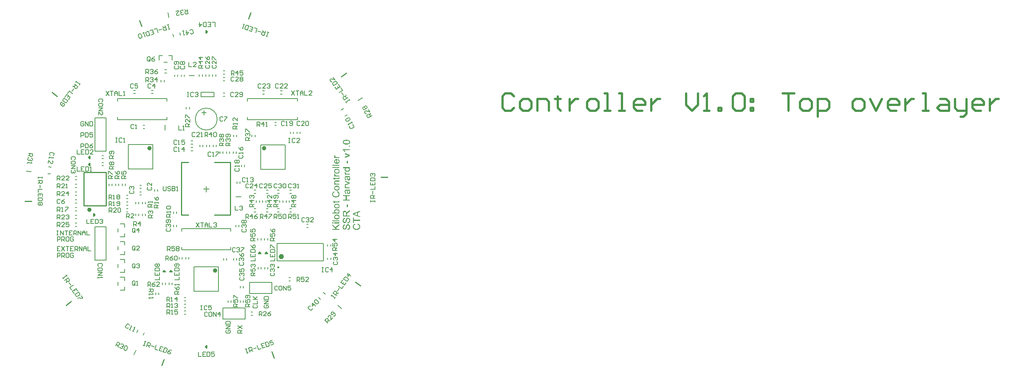
<source format=gto>
%FSLAX24Y24*%
%MOIN*%
G70*
G01*
G75*
G04 Layer_Color=65535*
%ADD10C,0.0591*%
%ADD11C,0.0472*%
%ADD12R,0.0394X0.0354*%
%ADD13R,0.0236X0.0512*%
%ADD14R,0.0276X0.0354*%
%ADD15R,0.0354X0.0276*%
%ADD16R,0.0551X0.0472*%
%ADD17R,0.0197X0.0591*%
%ADD18R,0.0512X0.0236*%
%ADD19R,0.0354X0.0394*%
%ADD20R,0.0787X0.0177*%
%ADD21R,0.0177X0.0787*%
%ADD22R,0.2362X0.0984*%
%ADD23O,0.0138X0.0827*%
%ADD24R,0.2165X0.0984*%
%ADD25R,0.0472X0.0551*%
G04:AMPARAMS|DCode=26|XSize=70.9mil|YSize=63mil|CornerRadius=0mil|HoleSize=0mil|Usage=FLASHONLY|Rotation=336.000|XOffset=0mil|YOffset=0mil|HoleType=Round|Shape=Rectangle|*
%AMROTATEDRECTD26*
4,1,4,-0.0452,-0.0144,-0.0196,0.0432,0.0452,0.0144,0.0196,-0.0432,-0.0452,-0.0144,0.0*
%
%ADD26ROTATEDRECTD26*%

G04:AMPARAMS|DCode=27|XSize=70.9mil|YSize=63mil|CornerRadius=0mil|HoleSize=0mil|Usage=FLASHONLY|Rotation=120.000|XOffset=0mil|YOffset=0mil|HoleType=Round|Shape=Rectangle|*
%AMROTATEDRECTD27*
4,1,4,0.0450,-0.0149,-0.0096,-0.0464,-0.0450,0.0149,0.0096,0.0464,0.0450,-0.0149,0.0*
%
%ADD27ROTATEDRECTD27*%

G04:AMPARAMS|DCode=28|XSize=51.2mil|YSize=39.4mil|CornerRadius=0mil|HoleSize=0mil|Usage=FLASHONLY|Rotation=31.000|XOffset=0mil|YOffset=0mil|HoleType=Round|Shape=Rectangle|*
%AMROTATEDRECTD28*
4,1,4,-0.0118,-0.0301,-0.0321,0.0037,0.0118,0.0301,0.0321,-0.0037,-0.0118,-0.0301,0.0*
%
%ADD28ROTATEDRECTD28*%

G04:AMPARAMS|DCode=29|XSize=51.2mil|YSize=39.4mil|CornerRadius=0mil|HoleSize=0mil|Usage=FLASHONLY|Rotation=319.000|XOffset=0mil|YOffset=0mil|HoleType=Round|Shape=Rectangle|*
%AMROTATEDRECTD29*
4,1,4,-0.0322,0.0019,-0.0064,0.0316,0.0322,-0.0019,0.0064,-0.0316,-0.0322,0.0019,0.0*
%
%ADD29ROTATEDRECTD29*%

G04:AMPARAMS|DCode=30|XSize=51.2mil|YSize=39.4mil|CornerRadius=0mil|HoleSize=0mil|Usage=FLASHONLY|Rotation=101.000|XOffset=0mil|YOffset=0mil|HoleType=Round|Shape=Rectangle|*
%AMROTATEDRECTD30*
4,1,4,0.0242,-0.0214,-0.0144,-0.0289,-0.0242,0.0214,0.0144,0.0289,0.0242,-0.0214,0.0*
%
%ADD30ROTATEDRECTD30*%

G04:AMPARAMS|DCode=31|XSize=70.9mil|YSize=63mil|CornerRadius=0mil|HoleSize=0mil|Usage=FLASHONLY|Rotation=190.000|XOffset=0mil|YOffset=0mil|HoleType=Round|Shape=Rectangle|*
%AMROTATEDRECTD31*
4,1,4,0.0294,0.0372,0.0404,-0.0249,-0.0294,-0.0372,-0.0404,0.0249,0.0294,0.0372,0.0*
%
%ADD31ROTATEDRECTD31*%

G04:AMPARAMS|DCode=32|XSize=70.9mil|YSize=63mil|CornerRadius=0mil|HoleSize=0mil|Usage=FLASHONLY|Rotation=48.000|XOffset=0mil|YOffset=0mil|HoleType=Round|Shape=Rectangle|*
%AMROTATEDRECTD32*
4,1,4,-0.0003,-0.0474,-0.0471,-0.0053,0.0003,0.0474,0.0471,0.0053,-0.0003,-0.0474,0.0*
%
%ADD32ROTATEDRECTD32*%

G04:AMPARAMS|DCode=33|XSize=51.2mil|YSize=39.4mil|CornerRadius=0mil|HoleSize=0mil|Usage=FLASHONLY|Rotation=246.000|XOffset=0mil|YOffset=0mil|HoleType=Round|Shape=Rectangle|*
%AMROTATEDRECTD33*
4,1,4,-0.0076,0.0314,0.0284,0.0154,0.0076,-0.0314,-0.0284,-0.0154,-0.0076,0.0314,0.0*
%
%ADD33ROTATEDRECTD33*%

G04:AMPARAMS|DCode=34|XSize=70.9mil|YSize=63mil|CornerRadius=0mil|HoleSize=0mil|Usage=FLASHONLY|Rotation=264.000|XOffset=0mil|YOffset=0mil|HoleType=Round|Shape=Rectangle|*
%AMROTATEDRECTD34*
4,1,4,-0.0276,0.0385,0.0350,0.0319,0.0276,-0.0385,-0.0350,-0.0319,-0.0276,0.0385,0.0*
%
%ADD34ROTATEDRECTD34*%

G04:AMPARAMS|DCode=35|XSize=51.2mil|YSize=39.4mil|CornerRadius=0mil|HoleSize=0mil|Usage=FLASHONLY|Rotation=176.000|XOffset=0mil|YOffset=0mil|HoleType=Round|Shape=Rectangle|*
%AMROTATEDRECTD35*
4,1,4,0.0269,0.0179,0.0242,-0.0214,-0.0269,-0.0179,-0.0242,0.0214,0.0269,0.0179,0.0*
%
%ADD35ROTATEDRECTD35*%

%ADD36C,0.0197*%
%ADD37C,0.0177*%
%ADD38C,0.0138*%
%ADD39C,0.0118*%
%ADD40C,0.0236*%
%ADD41C,0.0394*%
%ADD42C,0.0315*%
%ADD43C,0.0276*%
%ADD44O,0.0669X0.0787*%
%ADD45O,0.0787X0.0709*%
%ADD46O,0.1969X0.1181*%
%ADD47O,0.0591X0.0866*%
%ADD48R,0.0591X0.0866*%
%ADD49C,0.0700*%
%ADD50O,0.0866X0.0591*%
%ADD51R,0.0866X0.0591*%
%ADD52C,0.1181*%
%ADD53C,0.0394*%
G04:AMPARAMS|DCode=54|XSize=70.9mil|YSize=98.4mil|CornerRadius=0mil|HoleSize=0mil|Usage=FLASHONLY|Rotation=54.000|XOffset=0mil|YOffset=0mil|HoleType=Round|Shape=Round|*
%AMOVALD54*
21,1,0.0276,0.0709,0.0000,0.0000,144.0*
1,1,0.0709,0.0111,-0.0081*
1,1,0.0709,-0.0111,0.0081*
%
%ADD54OVALD54*%

G04:AMPARAMS|DCode=55|XSize=70.9mil|YSize=98.4mil|CornerRadius=0mil|HoleSize=0mil|Usage=FLASHONLY|Rotation=126.000|XOffset=0mil|YOffset=0mil|HoleType=Round|Shape=Round|*
%AMOVALD55*
21,1,0.0276,0.0709,0.0000,0.0000,216.0*
1,1,0.0709,0.0111,0.0081*
1,1,0.0709,-0.0111,-0.0081*
%
%ADD55OVALD55*%

G04:AMPARAMS|DCode=56|XSize=70.9mil|YSize=98.4mil|CornerRadius=0mil|HoleSize=0mil|Usage=FLASHONLY|Rotation=198.000|XOffset=0mil|YOffset=0mil|HoleType=Round|Shape=Round|*
%AMOVALD56*
21,1,0.0276,0.0709,0.0000,0.0000,288.0*
1,1,0.0709,-0.0043,0.0131*
1,1,0.0709,0.0043,-0.0131*
%
%ADD56OVALD56*%

%ADD57O,0.0984X0.0709*%
G04:AMPARAMS|DCode=58|XSize=70.9mil|YSize=98.4mil|CornerRadius=0mil|HoleSize=0mil|Usage=FLASHONLY|Rotation=342.000|XOffset=0mil|YOffset=0mil|HoleType=Round|Shape=Round|*
%AMOVALD58*
21,1,0.0276,0.0709,0.0000,0.0000,72.0*
1,1,0.0709,-0.0043,-0.0131*
1,1,0.0709,0.0043,0.0131*
%
%ADD58OVALD58*%

%ADD59C,0.0472*%
%ADD60C,0.0079*%
%ADD61C,0.0098*%
%ADD62C,0.0100*%
G36*
X12913Y3822D02*
X12825D01*
Y3910D01*
X12913D01*
Y3822D01*
D02*
G37*
G36*
X12630Y4434D02*
X12640D01*
X12653Y4433D01*
X12666Y4432D01*
X12695Y4429D01*
X12725Y4425D01*
X12755Y4420D01*
X12768Y4416D01*
X12782Y4412D01*
X12783D01*
X12785Y4411D01*
X12788Y4410D01*
X12793Y4408D01*
X12799Y4405D01*
X12805Y4402D01*
X12820Y4395D01*
X12837Y4385D01*
X12855Y4374D01*
X12872Y4360D01*
X12887Y4344D01*
Y4343D01*
X12889Y4342D01*
X12890Y4339D01*
X12893Y4336D01*
X12899Y4325D01*
X12906Y4313D01*
X12912Y4296D01*
X12918Y4276D01*
X12922Y4254D01*
X12924Y4229D01*
Y4228D01*
Y4226D01*
Y4221D01*
X12923Y4214D01*
X12922Y4206D01*
X12920Y4198D01*
X12918Y4188D01*
X12916Y4177D01*
X12909Y4154D01*
X12903Y4142D01*
X12897Y4130D01*
X12889Y4118D01*
X12881Y4106D01*
X12871Y4096D01*
X12860Y4085D01*
X12859Y4084D01*
X12856Y4082D01*
X12851Y4079D01*
X12844Y4076D01*
X12836Y4071D01*
X12825Y4066D01*
X12812Y4060D01*
X12797Y4054D01*
X12781Y4049D01*
X12762Y4043D01*
X12740Y4038D01*
X12717Y4033D01*
X12691Y4029D01*
X12664Y4027D01*
X12634Y4025D01*
X12602Y4024D01*
X12584D01*
X12574Y4025D01*
X12564D01*
X12551Y4026D01*
X12538Y4027D01*
X12509Y4029D01*
X12479Y4033D01*
X12449Y4038D01*
X12436Y4042D01*
X12422Y4046D01*
X12421D01*
X12419Y4047D01*
X12416Y4049D01*
X12411Y4051D01*
X12405Y4053D01*
X12398Y4055D01*
X12383Y4063D01*
X12366Y4073D01*
X12348Y4084D01*
X12332Y4098D01*
X12317Y4114D01*
Y4115D01*
X12315Y4116D01*
X12313Y4119D01*
X12311Y4123D01*
X12305Y4132D01*
X12297Y4146D01*
X12291Y4162D01*
X12285Y4182D01*
X12281Y4204D01*
X12279Y4229D01*
Y4230D01*
Y4231D01*
Y4234D01*
Y4238D01*
X12280Y4248D01*
X12282Y4259D01*
X12284Y4273D01*
X12288Y4288D01*
X12294Y4303D01*
X12300Y4318D01*
X12301Y4320D01*
X12304Y4324D01*
X12309Y4331D01*
X12315Y4341D01*
X12323Y4350D01*
X12334Y4361D01*
X12345Y4372D01*
X12359Y4381D01*
X12361Y4382D01*
X12366Y4385D01*
X12374Y4390D01*
X12385Y4396D01*
X12398Y4401D01*
X12415Y4408D01*
X12433Y4415D01*
X12453Y4421D01*
X12454D01*
X12456Y4422D01*
X12459D01*
X12464Y4423D01*
X12468Y4424D01*
X12475Y4425D01*
X12484Y4426D01*
X12492Y4428D01*
X12503Y4429D01*
X12514Y4430D01*
X12526Y4432D01*
X12540Y4433D01*
X12554Y4434D01*
X12568D01*
X12602Y4435D01*
X12620D01*
X12630Y4434D01*
D02*
G37*
G36*
X12913Y3068D02*
Y2995D01*
X12456Y2821D01*
Y2903D01*
X12731Y3001D01*
X12733Y3002D01*
X12738Y3004D01*
X12747Y3007D01*
X12759Y3011D01*
X12772Y3016D01*
X12787Y3020D01*
X12805Y3026D01*
X12822Y3031D01*
X12820Y3032D01*
X12815Y3033D01*
X12808Y3036D01*
X12798Y3039D01*
X12786Y3043D01*
X12770Y3047D01*
X12754Y3053D01*
X12736Y3060D01*
X12456Y3162D01*
Y3241D01*
X12913Y3068D01*
D02*
G37*
G36*
Y3503D02*
X12419D01*
X12420Y3502D01*
X12424Y3498D01*
X12429Y3491D01*
X12436Y3483D01*
X12444Y3472D01*
X12453Y3460D01*
X12464Y3445D01*
X12473Y3429D01*
Y3428D01*
X12474Y3427D01*
X12478Y3421D01*
X12483Y3413D01*
X12489Y3402D01*
X12495Y3389D01*
X12501Y3376D01*
X12508Y3362D01*
X12514Y3348D01*
X12438D01*
Y3349D01*
X12437Y3351D01*
X12435Y3355D01*
X12432Y3359D01*
X12429Y3364D01*
X12426Y3371D01*
X12418Y3387D01*
X12407Y3404D01*
X12394Y3423D01*
X12380Y3442D01*
X12365Y3461D01*
X12364Y3462D01*
X12363Y3462D01*
X12357Y3468D01*
X12348Y3477D01*
X12338Y3487D01*
X12324Y3499D01*
X12310Y3511D01*
X12294Y3521D01*
X12279Y3530D01*
Y3581D01*
X12913D01*
Y3503D01*
D02*
G37*
G36*
X11969Y-3250D02*
X11650Y-3475D01*
X11749Y-3578D01*
X11969D01*
Y-3661D01*
X11337D01*
Y-3578D01*
X11649D01*
X11337Y-3265D01*
Y-3151D01*
X11594Y-3416D01*
X11969Y-3140D01*
Y-3250D01*
D02*
G37*
G36*
Y-2885D02*
X11337D01*
Y-2807D01*
X11969D01*
Y-2885D01*
D02*
G37*
G36*
X11756Y-2289D02*
X11765D01*
X11774Y-2290D01*
X11785Y-2291D01*
X11807Y-2295D01*
X11830Y-2300D01*
X11853Y-2306D01*
X11873Y-2315D01*
X11874D01*
X11875Y-2316D01*
X11882Y-2320D01*
X11891Y-2327D01*
X11902Y-2335D01*
X11915Y-2346D01*
X11927Y-2359D01*
X11940Y-2375D01*
X11951Y-2393D01*
Y-2394D01*
X11952Y-2395D01*
X11954Y-2398D01*
X11955Y-2402D01*
X11960Y-2412D01*
X11965Y-2426D01*
X11970Y-2442D01*
X11974Y-2460D01*
X11978Y-2480D01*
X11979Y-2502D01*
Y-2503D01*
Y-2506D01*
Y-2512D01*
X11978Y-2519D01*
X11977Y-2526D01*
X11976Y-2536D01*
X11974Y-2547D01*
X11971Y-2558D01*
X11964Y-2582D01*
X11959Y-2596D01*
X11953Y-2608D01*
X11946Y-2622D01*
X11938Y-2634D01*
X11928Y-2647D01*
X11918Y-2658D01*
X11917Y-2659D01*
X11915Y-2661D01*
X11911Y-2664D01*
X11906Y-2667D01*
X11899Y-2672D01*
X11892Y-2676D01*
X11883Y-2682D01*
X11872Y-2687D01*
X11860Y-2693D01*
X11847Y-2698D01*
X11832Y-2703D01*
X11817Y-2707D01*
X11799Y-2711D01*
X11781Y-2714D01*
X11761Y-2716D01*
X11740Y-2717D01*
X11734D01*
X11727Y-2716D01*
X11719D01*
X11708Y-2715D01*
X11697Y-2713D01*
X11683Y-2711D01*
X11669Y-2708D01*
X11653Y-2704D01*
X11638Y-2699D01*
X11623Y-2694D01*
X11607Y-2687D01*
X11592Y-2679D01*
X11577Y-2670D01*
X11564Y-2659D01*
X11551Y-2647D01*
X11550Y-2646D01*
X11550Y-2644D01*
X11547Y-2641D01*
X11544Y-2636D01*
X11540Y-2630D01*
X11535Y-2624D01*
X11530Y-2616D01*
X11525Y-2606D01*
X11522Y-2597D01*
X11517Y-2586D01*
X11508Y-2561D01*
X11502Y-2533D01*
X11501Y-2518D01*
X11501Y-2502D01*
Y-2501D01*
Y-2499D01*
Y-2494D01*
X11501Y-2487D01*
X11502Y-2478D01*
X11503Y-2470D01*
X11505Y-2459D01*
X11508Y-2448D01*
X11516Y-2424D01*
X11521Y-2411D01*
X11526Y-2398D01*
X11534Y-2385D01*
X11543Y-2373D01*
X11552Y-2360D01*
X11563Y-2349D01*
X11564Y-2348D01*
X11566Y-2346D01*
X11570Y-2343D01*
X11574Y-2339D01*
X11580Y-2334D01*
X11588Y-2329D01*
X11598Y-2324D01*
X11607Y-2318D01*
X11619Y-2313D01*
X11632Y-2307D01*
X11646Y-2303D01*
X11661Y-2298D01*
X11677Y-2294D01*
X11696Y-2291D01*
X11714Y-2289D01*
X11734Y-2288D01*
X11748D01*
X11756Y-2289D01*
D02*
G37*
G36*
X11426Y-3079D02*
X11337D01*
Y-3001D01*
X11426D01*
Y-3079D01*
D02*
G37*
G36*
X11969D02*
X11511D01*
Y-3001D01*
X11969D01*
Y-3079D01*
D02*
G37*
G36*
X12724Y2301D02*
X12646D01*
Y2538D01*
X12724D01*
Y2301D01*
D02*
G37*
G36*
X12542Y298D02*
X12541Y297D01*
X12540Y293D01*
X12537Y287D01*
X12534Y281D01*
X12531Y272D01*
X12528Y262D01*
X12526Y252D01*
X12525Y241D01*
Y240D01*
Y237D01*
X12526Y233D01*
X12527Y226D01*
X12529Y219D01*
X12532Y211D01*
X12536Y204D01*
X12541Y196D01*
X12541Y195D01*
X12543Y193D01*
X12547Y189D01*
X12552Y185D01*
X12558Y181D01*
X12566Y176D01*
X12574Y172D01*
X12584Y168D01*
X12586Y167D01*
X12590Y166D01*
X12599Y164D01*
X12611Y162D01*
X12624Y160D01*
X12639Y158D01*
X12656Y157D01*
X12674Y156D01*
X12913D01*
Y78D01*
X12456D01*
Y148D01*
X12524D01*
X12523Y149D01*
X12517Y153D01*
X12509Y158D01*
X12499Y163D01*
X12489Y171D01*
X12478Y180D01*
X12468Y187D01*
X12462Y196D01*
X12461Y197D01*
X12459Y200D01*
X12457Y205D01*
X12453Y211D01*
X12450Y218D01*
X12448Y227D01*
X12446Y236D01*
X12445Y246D01*
Y248D01*
Y253D01*
X12446Y260D01*
X12448Y271D01*
X12452Y283D01*
X12456Y296D01*
X12463Y310D01*
X12471Y326D01*
X12542Y298D01*
D02*
G37*
G36*
X12913Y571D02*
Y498D01*
X12456Y324D01*
Y406D01*
X12731Y504D01*
X12733Y505D01*
X12738Y506D01*
X12747Y509D01*
X12759Y513D01*
X12772Y518D01*
X12787Y523D01*
X12805Y529D01*
X12822Y533D01*
X12820Y534D01*
X12815Y535D01*
X12808Y538D01*
X12798Y541D01*
X12786Y545D01*
X12770Y550D01*
X12754Y555D01*
X12736Y562D01*
X12456Y664D01*
Y744D01*
X12913Y571D01*
D02*
G37*
G36*
Y-98D02*
X12912Y-99D01*
X12910Y-100D01*
X12904Y-102D01*
X12897Y-105D01*
X12888Y-108D01*
X12879Y-110D01*
X12868Y-111D01*
X12856Y-113D01*
X12858Y-115D01*
X12861Y-121D01*
X12868Y-129D01*
X12876Y-140D01*
X12886Y-153D01*
X12894Y-167D01*
X12902Y-182D01*
X12909Y-197D01*
X12910Y-199D01*
X12910Y-204D01*
X12913Y-211D01*
X12916Y-222D01*
X12919Y-235D01*
X12921Y-250D01*
X12923Y-265D01*
X12924Y-283D01*
Y-283D01*
Y-285D01*
Y-289D01*
X12923Y-295D01*
Y-301D01*
X12922Y-308D01*
X12919Y-325D01*
X12915Y-344D01*
X12909Y-362D01*
X12900Y-382D01*
X12887Y-398D01*
X12886Y-400D01*
X12881Y-405D01*
X12873Y-410D01*
X12861Y-418D01*
X12848Y-426D01*
X12833Y-432D01*
X12813Y-436D01*
X12793Y-438D01*
X12787D01*
X12781Y-437D01*
X12773Y-436D01*
X12763Y-434D01*
X12753Y-432D01*
X12742Y-429D01*
X12732Y-424D01*
X12731Y-423D01*
X12727Y-421D01*
X12722Y-418D01*
X12715Y-413D01*
X12709Y-407D01*
X12701Y-400D01*
X12694Y-392D01*
X12688Y-383D01*
X12687Y-382D01*
X12685Y-379D01*
X12682Y-374D01*
X12678Y-367D01*
X12673Y-358D01*
X12669Y-350D01*
X12665Y-339D01*
X12662Y-328D01*
Y-327D01*
X12661Y-323D01*
X12660Y-318D01*
X12658Y-310D01*
X12656Y-301D01*
X12654Y-288D01*
X12652Y-275D01*
X12650Y-259D01*
Y-258D01*
X12649Y-255D01*
Y-250D01*
X12648Y-243D01*
X12647Y-235D01*
X12646Y-227D01*
X12642Y-206D01*
X12639Y-184D01*
X12635Y-160D01*
X12629Y-138D01*
X12626Y-129D01*
X12623Y-120D01*
X12620D01*
X12615Y-119D01*
X12595D01*
X12587Y-120D01*
X12577Y-122D01*
X12566Y-125D01*
X12555Y-129D01*
X12545Y-134D01*
X12537Y-141D01*
X12536Y-142D01*
X12533Y-147D01*
X12528Y-154D01*
X12523Y-163D01*
X12518Y-176D01*
X12514Y-191D01*
X12511Y-210D01*
X12510Y-230D01*
Y-231D01*
Y-232D01*
Y-234D01*
Y-238D01*
X12511Y-248D01*
X12512Y-260D01*
X12515Y-274D01*
X12517Y-286D01*
X12522Y-300D01*
X12529Y-310D01*
X12530Y-311D01*
X12533Y-314D01*
X12538Y-319D01*
X12544Y-325D01*
X12554Y-332D01*
X12566Y-337D01*
X12580Y-344D01*
X12596Y-349D01*
X12586Y-425D01*
X12585D01*
X12584Y-424D01*
X12578Y-423D01*
X12569Y-420D01*
X12558Y-417D01*
X12545Y-412D01*
X12533Y-407D01*
X12519Y-400D01*
X12508Y-391D01*
X12507Y-390D01*
X12503Y-386D01*
X12497Y-382D01*
X12491Y-374D01*
X12484Y-364D01*
X12476Y-352D01*
X12468Y-338D01*
X12462Y-323D01*
Y-322D01*
X12461Y-321D01*
X12460Y-318D01*
X12459Y-315D01*
X12457Y-306D01*
X12453Y-293D01*
X12450Y-278D01*
X12448Y-260D01*
X12446Y-240D01*
X12445Y-219D01*
Y-218D01*
Y-216D01*
Y-213D01*
Y-210D01*
X12446Y-199D01*
X12447Y-185D01*
X12449Y-170D01*
X12451Y-154D01*
X12455Y-138D01*
X12460Y-124D01*
X12461Y-122D01*
X12462Y-118D01*
X12466Y-111D01*
X12469Y-104D01*
X12474Y-95D01*
X12480Y-86D01*
X12487Y-78D01*
X12494Y-70D01*
X12495Y-69D01*
X12498Y-67D01*
X12502Y-64D01*
X12509Y-61D01*
X12516Y-57D01*
X12525Y-53D01*
X12536Y-49D01*
X12547Y-46D01*
X12548D01*
X12551Y-45D01*
X12556Y-44D01*
X12564Y-43D01*
X12573D01*
X12586Y-42D01*
X12600Y-41D01*
X12758D01*
X12780Y-40D01*
X12804D01*
X12826Y-39D01*
X12837Y-38D01*
X12845D01*
X12853Y-37D01*
X12860Y-37D01*
X12861D01*
X12864Y-36D01*
X12870Y-35D01*
X12877Y-33D01*
X12885Y-30D01*
X12894Y-26D01*
X12913Y-17D01*
Y-98D01*
D02*
G37*
G36*
Y-625D02*
X12615D01*
Y-951D01*
X12913D01*
Y-1035D01*
X12282D01*
Y-951D01*
X12541D01*
Y-625D01*
X12282D01*
Y-541D01*
X12913D01*
Y-625D01*
D02*
G37*
G36*
Y1126D02*
X12912Y1125D01*
X12910Y1124D01*
X12904Y1122D01*
X12897Y1120D01*
X12888Y1117D01*
X12879Y1115D01*
X12868Y1113D01*
X12856Y1111D01*
X12858Y1109D01*
X12861Y1103D01*
X12868Y1096D01*
X12876Y1084D01*
X12886Y1072D01*
X12894Y1057D01*
X12902Y1043D01*
X12909Y1027D01*
X12910Y1025D01*
X12910Y1021D01*
X12913Y1013D01*
X12916Y1002D01*
X12919Y989D01*
X12921Y974D01*
X12923Y959D01*
X12924Y942D01*
Y941D01*
Y939D01*
Y935D01*
X12923Y929D01*
Y924D01*
X12922Y916D01*
X12919Y899D01*
X12915Y880D01*
X12909Y862D01*
X12900Y843D01*
X12887Y826D01*
X12886Y825D01*
X12881Y820D01*
X12873Y814D01*
X12861Y806D01*
X12848Y799D01*
X12833Y793D01*
X12813Y788D01*
X12793Y786D01*
X12787D01*
X12781Y787D01*
X12773Y788D01*
X12763Y790D01*
X12753Y792D01*
X12742Y796D01*
X12732Y801D01*
X12731Y801D01*
X12727Y803D01*
X12722Y806D01*
X12715Y811D01*
X12709Y817D01*
X12701Y825D01*
X12694Y832D01*
X12688Y841D01*
X12687Y842D01*
X12685Y846D01*
X12682Y850D01*
X12678Y857D01*
X12673Y866D01*
X12669Y874D01*
X12665Y885D01*
X12662Y897D01*
Y898D01*
X12661Y901D01*
X12660Y906D01*
X12658Y914D01*
X12656Y924D01*
X12654Y936D01*
X12652Y949D01*
X12650Y966D01*
Y967D01*
X12649Y970D01*
Y974D01*
X12648Y981D01*
X12647Y989D01*
X12646Y998D01*
X12642Y1019D01*
X12639Y1041D01*
X12635Y1064D01*
X12629Y1086D01*
X12626Y1096D01*
X12623Y1104D01*
X12620D01*
X12615Y1105D01*
X12595D01*
X12587Y1104D01*
X12577Y1102D01*
X12566Y1099D01*
X12555Y1096D01*
X12545Y1091D01*
X12537Y1083D01*
X12536Y1082D01*
X12533Y1077D01*
X12528Y1071D01*
X12523Y1061D01*
X12518Y1048D01*
X12514Y1033D01*
X12511Y1015D01*
X12510Y995D01*
Y994D01*
Y993D01*
Y990D01*
Y986D01*
X12511Y976D01*
X12512Y964D01*
X12515Y950D01*
X12517Y938D01*
X12522Y924D01*
X12529Y914D01*
X12530Y913D01*
X12533Y910D01*
X12538Y905D01*
X12544Y899D01*
X12554Y893D01*
X12566Y887D01*
X12580Y880D01*
X12596Y875D01*
X12586Y800D01*
X12585D01*
X12584Y801D01*
X12578Y801D01*
X12569Y804D01*
X12558Y807D01*
X12545Y812D01*
X12533Y818D01*
X12519Y825D01*
X12508Y833D01*
X12507Y834D01*
X12503Y838D01*
X12497Y843D01*
X12491Y850D01*
X12484Y860D01*
X12476Y873D01*
X12468Y886D01*
X12462Y901D01*
Y902D01*
X12461Y903D01*
X12460Y906D01*
X12459Y909D01*
X12457Y919D01*
X12453Y931D01*
X12450Y947D01*
X12448Y964D01*
X12446Y984D01*
X12445Y1005D01*
Y1006D01*
Y1008D01*
Y1011D01*
Y1015D01*
X12446Y1025D01*
X12447Y1039D01*
X12449Y1054D01*
X12451Y1071D01*
X12455Y1086D01*
X12460Y1100D01*
X12461Y1102D01*
X12462Y1106D01*
X12466Y1113D01*
X12469Y1121D01*
X12474Y1129D01*
X12480Y1139D01*
X12487Y1146D01*
X12494Y1154D01*
X12495Y1155D01*
X12498Y1157D01*
X12502Y1160D01*
X12509Y1164D01*
X12516Y1168D01*
X12525Y1171D01*
X12536Y1175D01*
X12547Y1178D01*
X12548D01*
X12551Y1179D01*
X12556Y1180D01*
X12564Y1181D01*
X12573D01*
X12586Y1182D01*
X12600Y1183D01*
X12758D01*
X12780Y1184D01*
X12804D01*
X12826Y1185D01*
X12837Y1186D01*
X12845D01*
X12853Y1187D01*
X12860Y1188D01*
X12861D01*
X12864Y1189D01*
X12870Y1190D01*
X12877Y1192D01*
X12885Y1195D01*
X12894Y1198D01*
X12913Y1207D01*
Y1126D01*
D02*
G37*
G36*
Y1891D02*
X12857D01*
X12858Y1890D01*
X12860Y1889D01*
X12862Y1886D01*
X12867Y1883D01*
X12872Y1879D01*
X12878Y1873D01*
X12884Y1866D01*
X12890Y1859D01*
X12896Y1850D01*
X12903Y1840D01*
X12909Y1830D01*
X12913Y1819D01*
X12918Y1807D01*
X12921Y1793D01*
X12923Y1779D01*
X12924Y1763D01*
Y1762D01*
Y1761D01*
Y1758D01*
X12923Y1754D01*
X12922Y1743D01*
X12920Y1731D01*
X12916Y1714D01*
X12911Y1698D01*
X12904Y1680D01*
X12894Y1663D01*
Y1662D01*
X12893Y1661D01*
X12888Y1655D01*
X12882Y1647D01*
X12872Y1637D01*
X12861Y1626D01*
X12846Y1614D01*
X12830Y1603D01*
X12811Y1592D01*
X12810D01*
X12808Y1591D01*
X12805Y1590D01*
X12801Y1589D01*
X12796Y1587D01*
X12789Y1585D01*
X12774Y1580D01*
X12756Y1575D01*
X12735Y1571D01*
X12712Y1568D01*
X12686Y1567D01*
X12674D01*
X12668Y1568D01*
X12661D01*
X12644Y1570D01*
X12625Y1573D01*
X12605Y1577D01*
X12583Y1582D01*
X12562Y1589D01*
X12561D01*
X12559Y1590D01*
X12556Y1592D01*
X12552Y1594D01*
X12542Y1599D01*
X12530Y1607D01*
X12516Y1616D01*
X12501Y1628D01*
X12488Y1641D01*
X12475Y1658D01*
Y1659D01*
X12474Y1660D01*
X12470Y1665D01*
X12466Y1675D01*
X12460Y1688D01*
X12455Y1703D01*
X12450Y1720D01*
X12446Y1739D01*
X12445Y1760D01*
Y1761D01*
Y1762D01*
Y1766D01*
X12446Y1774D01*
X12447Y1785D01*
X12450Y1795D01*
X12453Y1808D01*
X12458Y1820D01*
X12464Y1833D01*
X12465Y1835D01*
X12467Y1838D01*
X12470Y1844D01*
X12476Y1852D01*
X12482Y1860D01*
X12490Y1869D01*
X12499Y1878D01*
X12509Y1885D01*
X12282D01*
Y1963D01*
X12913D01*
Y1891D01*
D02*
G37*
G36*
Y-2006D02*
X12783Y-2089D01*
X12782D01*
X12780Y-2091D01*
X12777Y-2093D01*
X12773Y-2095D01*
X12763Y-2102D01*
X12751Y-2110D01*
X12737Y-2120D01*
X12722Y-2131D01*
X12709Y-2140D01*
X12696Y-2150D01*
X12695Y-2151D01*
X12691Y-2154D01*
X12686Y-2158D01*
X12679Y-2163D01*
X12665Y-2178D01*
X12659Y-2184D01*
X12654Y-2192D01*
X12653Y-2193D01*
X12652Y-2195D01*
X12650Y-2199D01*
X12647Y-2204D01*
X12641Y-2215D01*
X12637Y-2230D01*
Y-2230D01*
X12636Y-2232D01*
Y-2236D01*
X12635Y-2241D01*
X12634Y-2248D01*
Y-2255D01*
X12633Y-2265D01*
Y-2277D01*
Y-2373D01*
X12913D01*
Y-2456D01*
X12282D01*
Y-2177D01*
Y-2176D01*
Y-2173D01*
Y-2169D01*
Y-2163D01*
X12283Y-2156D01*
Y-2148D01*
X12284Y-2129D01*
X12286Y-2108D01*
X12290Y-2087D01*
X12294Y-2067D01*
X12296Y-2058D01*
X12299Y-2049D01*
Y-2048D01*
X12300Y-2047D01*
X12302Y-2041D01*
X12307Y-2033D01*
X12314Y-2024D01*
X12321Y-2012D01*
X12332Y-2001D01*
X12344Y-1989D01*
X12360Y-1979D01*
X12362Y-1978D01*
X12368Y-1975D01*
X12376Y-1970D01*
X12388Y-1965D01*
X12402Y-1960D01*
X12418Y-1956D01*
X12436Y-1953D01*
X12455Y-1952D01*
X12462D01*
X12467Y-1953D01*
X12472D01*
X12479Y-1954D01*
X12494Y-1958D01*
X12513Y-1962D01*
X12531Y-1970D01*
X12550Y-1982D01*
X12560Y-1988D01*
X12568Y-1996D01*
X12570Y-1998D01*
X12572Y-2001D01*
X12576Y-2004D01*
X12579Y-2008D01*
X12584Y-2014D01*
X12588Y-2021D01*
X12592Y-2029D01*
X12597Y-2037D01*
X12602Y-2048D01*
X12607Y-2058D01*
X12612Y-2071D01*
X12616Y-2083D01*
X12620Y-2098D01*
X12623Y-2113D01*
X12626Y-2130D01*
X12627Y-2128D01*
X12629Y-2124D01*
X12632Y-2118D01*
X12636Y-2111D01*
X12646Y-2095D01*
X12652Y-2086D01*
X12658Y-2080D01*
X12660Y-2078D01*
X12664Y-2073D01*
X12671Y-2066D01*
X12681Y-2058D01*
X12693Y-2047D01*
X12708Y-2035D01*
X12724Y-2023D01*
X12742Y-2010D01*
X12913Y-1901D01*
Y-2006D01*
D02*
G37*
G36*
X12724Y-1616D02*
X12646D01*
Y-1379D01*
X12724D01*
Y-1616D01*
D02*
G37*
G36*
X12542Y1522D02*
X12541Y1521D01*
X12540Y1517D01*
X12537Y1512D01*
X12534Y1505D01*
X12531Y1496D01*
X12528Y1487D01*
X12526Y1476D01*
X12525Y1466D01*
Y1465D01*
Y1462D01*
X12526Y1457D01*
X12527Y1450D01*
X12529Y1443D01*
X12532Y1436D01*
X12536Y1428D01*
X12541Y1420D01*
X12541Y1419D01*
X12543Y1417D01*
X12547Y1414D01*
X12552Y1410D01*
X12558Y1405D01*
X12566Y1400D01*
X12574Y1396D01*
X12584Y1392D01*
X12586Y1392D01*
X12590Y1391D01*
X12599Y1389D01*
X12611Y1387D01*
X12624Y1384D01*
X12639Y1382D01*
X12656Y1381D01*
X12674Y1380D01*
X12913D01*
Y1302D01*
X12456D01*
Y1372D01*
X12524D01*
X12523Y1373D01*
X12517Y1377D01*
X12509Y1382D01*
X12499Y1388D01*
X12489Y1395D01*
X12478Y1404D01*
X12468Y1412D01*
X12462Y1420D01*
X12461Y1421D01*
X12459Y1424D01*
X12457Y1429D01*
X12453Y1436D01*
X12450Y1442D01*
X12448Y1451D01*
X12446Y1461D01*
X12445Y1470D01*
Y1472D01*
Y1477D01*
X12446Y1485D01*
X12448Y1495D01*
X12452Y1507D01*
X12456Y1520D01*
X12463Y1535D01*
X12471Y1550D01*
X12542Y1522D01*
D02*
G37*
G36*
X11756Y1826D02*
X11765D01*
X11774Y1825D01*
X11785Y1824D01*
X11807Y1820D01*
X11830Y1815D01*
X11853Y1809D01*
X11873Y1800D01*
X11874D01*
X11875Y1799D01*
X11882Y1795D01*
X11891Y1788D01*
X11902Y1780D01*
X11915Y1769D01*
X11927Y1756D01*
X11940Y1740D01*
X11951Y1722D01*
Y1721D01*
X11952Y1720D01*
X11954Y1717D01*
X11955Y1713D01*
X11960Y1703D01*
X11965Y1689D01*
X11970Y1673D01*
X11974Y1655D01*
X11978Y1635D01*
X11979Y1613D01*
Y1612D01*
Y1609D01*
Y1603D01*
X11978Y1596D01*
X11977Y1589D01*
X11976Y1579D01*
X11974Y1568D01*
X11971Y1557D01*
X11964Y1533D01*
X11959Y1519D01*
X11953Y1507D01*
X11946Y1493D01*
X11938Y1481D01*
X11928Y1468D01*
X11918Y1457D01*
X11917Y1456D01*
X11915Y1454D01*
X11911Y1451D01*
X11906Y1448D01*
X11899Y1443D01*
X11892Y1439D01*
X11883Y1433D01*
X11872Y1428D01*
X11860Y1422D01*
X11847Y1417D01*
X11832Y1412D01*
X11817Y1408D01*
X11799Y1404D01*
X11781Y1401D01*
X11761Y1399D01*
X11740Y1398D01*
X11734D01*
X11727Y1399D01*
X11719D01*
X11708Y1400D01*
X11697Y1402D01*
X11683Y1404D01*
X11669Y1407D01*
X11653Y1411D01*
X11638Y1416D01*
X11623Y1421D01*
X11607Y1428D01*
X11592Y1436D01*
X11577Y1445D01*
X11564Y1456D01*
X11551Y1468D01*
X11550Y1469D01*
X11550Y1471D01*
X11547Y1474D01*
X11544Y1479D01*
X11540Y1485D01*
X11535Y1491D01*
X11530Y1499D01*
X11525Y1509D01*
X11522Y1518D01*
X11517Y1529D01*
X11508Y1554D01*
X11502Y1582D01*
X11501Y1597D01*
X11501Y1613D01*
Y1614D01*
Y1616D01*
Y1621D01*
X11501Y1628D01*
X11502Y1637D01*
X11503Y1645D01*
X11505Y1656D01*
X11508Y1667D01*
X11516Y1691D01*
X11521Y1704D01*
X11526Y1717D01*
X11534Y1730D01*
X11543Y1742D01*
X11552Y1755D01*
X11563Y1766D01*
X11564Y1767D01*
X11566Y1769D01*
X11570Y1772D01*
X11574Y1776D01*
X11580Y1781D01*
X11588Y1786D01*
X11598Y1791D01*
X11607Y1797D01*
X11619Y1802D01*
X11632Y1808D01*
X11646Y1812D01*
X11661Y1817D01*
X11677Y1821D01*
X11696Y1824D01*
X11714Y1826D01*
X11734Y1827D01*
X11748D01*
X11756Y1826D01*
D02*
G37*
G36*
X13262Y-2757D02*
X13819D01*
Y-2841D01*
X13262D01*
Y-3048D01*
X13188D01*
Y-2550D01*
X13262D01*
Y-2757D01*
D02*
G37*
G36*
X11598Y1354D02*
X11597Y1353D01*
X11595Y1349D01*
X11592Y1343D01*
X11589Y1337D01*
X11586Y1328D01*
X11583Y1318D01*
X11581Y1308D01*
X11580Y1297D01*
Y1296D01*
Y1294D01*
X11581Y1289D01*
X11582Y1282D01*
X11584Y1275D01*
X11587Y1268D01*
X11591Y1260D01*
X11596Y1252D01*
X11597Y1251D01*
X11599Y1249D01*
X11602Y1245D01*
X11607Y1242D01*
X11613Y1237D01*
X11621Y1232D01*
X11629Y1228D01*
X11639Y1224D01*
X11641Y1223D01*
X11646Y1222D01*
X11654Y1220D01*
X11666Y1219D01*
X11679Y1216D01*
X11695Y1214D01*
X11711Y1213D01*
X11729Y1212D01*
X11969D01*
Y1134D01*
X11511D01*
Y1204D01*
X11579D01*
X11578Y1205D01*
X11573Y1209D01*
X11564Y1214D01*
X11554Y1220D01*
X11544Y1227D01*
X11533Y1236D01*
X11524Y1244D01*
X11517Y1252D01*
X11516Y1253D01*
X11514Y1256D01*
X11512Y1261D01*
X11508Y1268D01*
X11505Y1274D01*
X11503Y1283D01*
X11501Y1293D01*
X11501Y1302D01*
Y1304D01*
Y1309D01*
X11501Y1317D01*
X11503Y1327D01*
X11507Y1339D01*
X11511Y1352D01*
X11518Y1367D01*
X11526Y1382D01*
X11598Y1354D01*
D02*
G37*
G36*
X11969Y693D02*
X11674D01*
X11664Y692D01*
X11653Y691D01*
X11641Y689D01*
X11630Y686D01*
X11621Y683D01*
X11620D01*
X11617Y681D01*
X11612Y679D01*
X11607Y677D01*
X11600Y672D01*
X11595Y666D01*
X11588Y659D01*
X11582Y652D01*
X11581Y651D01*
X11580Y648D01*
X11577Y643D01*
X11574Y636D01*
X11573Y628D01*
X11570Y619D01*
X11569Y609D01*
X11568Y598D01*
Y597D01*
Y596D01*
Y593D01*
Y589D01*
X11570Y580D01*
X11572Y568D01*
X11575Y554D01*
X11581Y541D01*
X11589Y526D01*
X11599Y512D01*
X11601Y510D01*
X11606Y506D01*
X11614Y501D01*
X11620Y498D01*
X11626Y495D01*
X11634Y491D01*
X11643Y488D01*
X11652Y485D01*
X11663Y482D01*
X11675Y480D01*
X11689Y479D01*
X11703Y477D01*
X11969D01*
Y399D01*
X11511D01*
Y469D01*
X11576D01*
X11575Y470D01*
X11574Y471D01*
X11570Y474D01*
X11565Y479D01*
X11559Y483D01*
X11552Y490D01*
X11546Y497D01*
X11538Y505D01*
X11531Y516D01*
X11525Y527D01*
X11518Y538D01*
X11512Y552D01*
X11507Y565D01*
X11503Y580D01*
X11501Y597D01*
X11501Y614D01*
Y615D01*
Y616D01*
Y621D01*
X11501Y629D01*
X11502Y639D01*
X11504Y651D01*
X11507Y664D01*
X11511Y677D01*
X11516Y690D01*
X11517Y692D01*
X11519Y696D01*
X11522Y702D01*
X11526Y709D01*
X11532Y718D01*
X11539Y727D01*
X11547Y735D01*
X11555Y742D01*
X11556Y743D01*
X11559Y745D01*
X11565Y748D01*
X11572Y751D01*
X11579Y755D01*
X11589Y759D01*
X11600Y763D01*
X11612Y766D01*
X11613D01*
X11616Y767D01*
X11622Y768D01*
X11629Y769D01*
X11640D01*
X11653Y770D01*
X11669Y771D01*
X11969D01*
Y693D01*
D02*
G37*
G36*
X11968Y1067D02*
X11969Y1063D01*
X11969Y1057D01*
X11970Y1048D01*
X11972Y1040D01*
X11973Y1030D01*
X11974Y1010D01*
Y1008D01*
Y1003D01*
X11973Y996D01*
X11972Y986D01*
X11971Y975D01*
X11969Y964D01*
X11966Y953D01*
X11962Y944D01*
X11961Y943D01*
X11959Y940D01*
X11956Y936D01*
X11952Y931D01*
X11947Y925D01*
X11942Y921D01*
X11935Y915D01*
X11927Y911D01*
X11926D01*
X11922Y910D01*
X11917Y908D01*
X11907Y907D01*
X11895Y905D01*
X11888Y904D01*
X11879Y903D01*
X11870D01*
X11859Y902D01*
X11572D01*
Y845D01*
X11511D01*
Y902D01*
X11399D01*
X11352Y980D01*
X11511D01*
Y1058D01*
X11572D01*
Y980D01*
X11850D01*
X11857Y981D01*
X11871Y982D01*
X11877Y983D01*
X11882Y984D01*
X11884Y985D01*
X11888Y987D01*
X11893Y991D01*
X11897Y997D01*
X11898Y998D01*
X11899Y1003D01*
X11901Y1012D01*
X11902Y1023D01*
Y1024D01*
Y1026D01*
Y1029D01*
Y1033D01*
X11901Y1038D01*
Y1044D01*
X11899Y1058D01*
X11968Y1069D01*
Y1067D01*
D02*
G37*
G36*
X13624Y-3105D02*
X13629Y-3107D01*
X13636Y-3109D01*
X13644Y-3113D01*
X13655Y-3117D01*
X13665Y-3120D01*
X13677Y-3126D01*
X13703Y-3139D01*
X13729Y-3156D01*
X13754Y-3175D01*
X13765Y-3187D01*
X13776Y-3199D01*
X13777Y-3200D01*
X13778Y-3202D01*
X13780Y-3206D01*
X13784Y-3212D01*
X13788Y-3218D01*
X13793Y-3226D01*
X13798Y-3235D01*
X13803Y-3245D01*
X13807Y-3257D01*
X13812Y-3269D01*
X13817Y-3284D01*
X13821Y-3298D01*
X13828Y-3330D01*
X13829Y-3347D01*
X13829Y-3365D01*
Y-3366D01*
Y-3370D01*
Y-3375D01*
X13829Y-3383D01*
Y-3391D01*
X13828Y-3401D01*
X13826Y-3413D01*
X13825Y-3424D01*
X13819Y-3451D01*
X13812Y-3479D01*
X13802Y-3506D01*
X13796Y-3519D01*
X13788Y-3532D01*
X13787Y-3533D01*
X13786Y-3535D01*
X13783Y-3537D01*
X13780Y-3542D01*
X13771Y-3554D01*
X13757Y-3567D01*
X13741Y-3584D01*
X13720Y-3599D01*
X13696Y-3615D01*
X13668Y-3629D01*
X13667D01*
X13664Y-3630D01*
X13660Y-3632D01*
X13655Y-3634D01*
X13647Y-3636D01*
X13638Y-3639D01*
X13629Y-3642D01*
X13617Y-3645D01*
X13606Y-3648D01*
X13592Y-3651D01*
X13563Y-3657D01*
X13533Y-3660D01*
X13499Y-3661D01*
X13489D01*
X13483Y-3660D01*
X13474D01*
X13463Y-3659D01*
X13453Y-3659D01*
X13440Y-3657D01*
X13413Y-3652D01*
X13385Y-3646D01*
X13355Y-3636D01*
X13327Y-3624D01*
X13326D01*
X13324Y-3622D01*
X13320Y-3620D01*
X13314Y-3617D01*
X13309Y-3613D01*
X13302Y-3609D01*
X13286Y-3596D01*
X13267Y-3582D01*
X13249Y-3563D01*
X13231Y-3541D01*
X13215Y-3517D01*
Y-3516D01*
X13213Y-3514D01*
X13212Y-3511D01*
X13210Y-3505D01*
X13207Y-3499D01*
X13203Y-3491D01*
X13200Y-3482D01*
X13196Y-3472D01*
X13192Y-3462D01*
X13189Y-3450D01*
X13183Y-3424D01*
X13179Y-3395D01*
X13177Y-3364D01*
Y-3364D01*
Y-3361D01*
Y-3355D01*
X13178Y-3348D01*
X13179Y-3340D01*
X13180Y-3331D01*
X13181Y-3320D01*
X13183Y-3309D01*
X13188Y-3284D01*
X13197Y-3257D01*
X13203Y-3243D01*
X13210Y-3230D01*
X13217Y-3217D01*
X13226Y-3205D01*
X13227Y-3204D01*
X13228Y-3202D01*
X13231Y-3199D01*
X13235Y-3194D01*
X13239Y-3190D01*
X13246Y-3183D01*
X13253Y-3176D01*
X13261Y-3169D01*
X13270Y-3162D01*
X13280Y-3155D01*
X13291Y-3147D01*
X13304Y-3140D01*
X13316Y-3133D01*
X13331Y-3126D01*
X13361Y-3115D01*
X13381Y-3197D01*
X13380D01*
X13378Y-3198D01*
X13374Y-3199D01*
X13369Y-3201D01*
X13363Y-3204D01*
X13357Y-3207D01*
X13342Y-3214D01*
X13326Y-3222D01*
X13309Y-3234D01*
X13293Y-3246D01*
X13280Y-3262D01*
X13279Y-3264D01*
X13275Y-3269D01*
X13270Y-3278D01*
X13263Y-3290D01*
X13258Y-3305D01*
X13253Y-3323D01*
X13249Y-3343D01*
X13248Y-3366D01*
Y-3367D01*
Y-3369D01*
Y-3373D01*
X13249Y-3378D01*
Y-3385D01*
X13250Y-3391D01*
X13253Y-3409D01*
X13257Y-3428D01*
X13263Y-3448D01*
X13272Y-3468D01*
X13284Y-3487D01*
Y-3488D01*
X13286Y-3489D01*
X13290Y-3495D01*
X13298Y-3504D01*
X13309Y-3514D01*
X13322Y-3525D01*
X13337Y-3536D01*
X13357Y-3547D01*
X13378Y-3556D01*
X13379D01*
X13381Y-3557D01*
X13384Y-3558D01*
X13388Y-3559D01*
X13393Y-3561D01*
X13400Y-3561D01*
X13415Y-3565D01*
X13434Y-3569D01*
X13454Y-3572D01*
X13476Y-3574D01*
X13499Y-3575D01*
X13512D01*
X13519Y-3574D01*
X13528D01*
X13536Y-3573D01*
X13546Y-3572D01*
X13568Y-3569D01*
X13592Y-3565D01*
X13616Y-3560D01*
X13639Y-3552D01*
X13640D01*
X13642Y-3551D01*
X13645Y-3549D01*
X13649Y-3547D01*
X13660Y-3542D01*
X13673Y-3535D01*
X13688Y-3524D01*
X13703Y-3512D01*
X13717Y-3497D01*
X13730Y-3480D01*
Y-3479D01*
X13730Y-3478D01*
X13732Y-3475D01*
X13734Y-3471D01*
X13738Y-3461D01*
X13744Y-3447D01*
X13749Y-3432D01*
X13754Y-3413D01*
X13757Y-3393D01*
X13758Y-3372D01*
Y-3371D01*
Y-3369D01*
Y-3365D01*
X13757Y-3361D01*
Y-3355D01*
X13756Y-3347D01*
X13754Y-3331D01*
X13749Y-3313D01*
X13741Y-3292D01*
X13731Y-3273D01*
X13718Y-3254D01*
X13717Y-3253D01*
X13716Y-3252D01*
X13710Y-3246D01*
X13701Y-3238D01*
X13688Y-3227D01*
X13671Y-3216D01*
X13651Y-3205D01*
X13626Y-3195D01*
X13598Y-3188D01*
X13619Y-3104D01*
X13620D01*
X13624Y-3105D01*
D02*
G37*
G36*
X11598Y3019D02*
X11597Y3018D01*
X11595Y3015D01*
X11592Y3009D01*
X11589Y3002D01*
X11586Y2994D01*
X11583Y2984D01*
X11581Y2973D01*
X11580Y2963D01*
Y2962D01*
Y2959D01*
X11581Y2954D01*
X11582Y2947D01*
X11584Y2941D01*
X11587Y2933D01*
X11591Y2925D01*
X11596Y2918D01*
X11597Y2917D01*
X11599Y2915D01*
X11602Y2911D01*
X11607Y2907D01*
X11613Y2902D01*
X11621Y2897D01*
X11629Y2894D01*
X11639Y2890D01*
X11641Y2889D01*
X11646Y2888D01*
X11654Y2886D01*
X11666Y2884D01*
X11679Y2881D01*
X11695Y2879D01*
X11711Y2878D01*
X11729Y2877D01*
X11969D01*
Y2799D01*
X11511D01*
Y2870D01*
X11579D01*
X11578Y2871D01*
X11573Y2874D01*
X11564Y2879D01*
X11554Y2885D01*
X11544Y2893D01*
X11533Y2901D01*
X11524Y2909D01*
X11517Y2918D01*
X11516Y2919D01*
X11514Y2921D01*
X11512Y2926D01*
X11508Y2933D01*
X11505Y2940D01*
X11503Y2948D01*
X11501Y2958D01*
X11501Y2968D01*
Y2969D01*
Y2974D01*
X11501Y2982D01*
X11503Y2993D01*
X11507Y3004D01*
X11511Y3018D01*
X11518Y3032D01*
X11526Y3047D01*
X11598Y3019D01*
D02*
G37*
G36*
X11760Y2704D02*
Y2364D01*
X11763D01*
X11768Y2365D01*
X11772D01*
X11779Y2366D01*
X11786Y2367D01*
X11803Y2371D01*
X11821Y2377D01*
X11841Y2383D01*
X11860Y2394D01*
X11876Y2406D01*
X11878Y2408D01*
X11882Y2413D01*
X11889Y2422D01*
X11895Y2432D01*
X11903Y2447D01*
X11910Y2463D01*
X11914Y2481D01*
X11916Y2501D01*
Y2502D01*
Y2503D01*
Y2509D01*
X11915Y2517D01*
X11913Y2526D01*
X11910Y2538D01*
X11906Y2550D01*
X11901Y2563D01*
X11894Y2575D01*
X11893Y2575D01*
X11889Y2579D01*
X11884Y2585D01*
X11875Y2592D01*
X11866Y2600D01*
X11853Y2607D01*
X11838Y2615D01*
X11821Y2623D01*
X11831Y2702D01*
X11832D01*
X11834Y2701D01*
X11838Y2700D01*
X11843Y2698D01*
X11848Y2697D01*
X11855Y2694D01*
X11871Y2686D01*
X11889Y2676D01*
X11907Y2665D01*
X11925Y2649D01*
X11941Y2632D01*
Y2631D01*
X11943Y2630D01*
X11944Y2627D01*
X11946Y2623D01*
X11949Y2618D01*
X11953Y2612D01*
X11956Y2605D01*
X11960Y2597D01*
X11967Y2578D01*
X11973Y2555D01*
X11977Y2530D01*
X11979Y2501D01*
Y2501D01*
Y2497D01*
Y2492D01*
X11978Y2485D01*
X11977Y2476D01*
X11976Y2467D01*
X11974Y2456D01*
X11971Y2444D01*
X11964Y2419D01*
X11959Y2405D01*
X11953Y2393D01*
X11946Y2379D01*
X11938Y2367D01*
X11928Y2354D01*
X11918Y2343D01*
X11917Y2342D01*
X11915Y2340D01*
X11911Y2337D01*
X11906Y2334D01*
X11900Y2329D01*
X11893Y2325D01*
X11883Y2319D01*
X11872Y2314D01*
X11861Y2308D01*
X11848Y2303D01*
X11834Y2298D01*
X11819Y2294D01*
X11802Y2290D01*
X11784Y2287D01*
X11765Y2285D01*
X11745Y2284D01*
X11733D01*
X11725Y2285D01*
X11716Y2286D01*
X11704Y2287D01*
X11692Y2289D01*
X11678Y2292D01*
X11649Y2299D01*
X11635Y2304D01*
X11620Y2309D01*
X11605Y2316D01*
X11591Y2324D01*
X11577Y2332D01*
X11565Y2343D01*
X11564Y2344D01*
X11562Y2346D01*
X11559Y2349D01*
X11554Y2353D01*
X11550Y2359D01*
X11545Y2367D01*
X11539Y2375D01*
X11532Y2384D01*
X11526Y2395D01*
X11521Y2406D01*
X11516Y2419D01*
X11510Y2433D01*
X11506Y2448D01*
X11503Y2463D01*
X11501Y2479D01*
X11501Y2497D01*
Y2498D01*
Y2501D01*
Y2505D01*
X11501Y2512D01*
X11502Y2520D01*
X11503Y2529D01*
X11505Y2539D01*
X11508Y2550D01*
X11516Y2574D01*
X11521Y2586D01*
X11527Y2599D01*
X11534Y2611D01*
X11543Y2624D01*
X11552Y2635D01*
X11564Y2647D01*
X11565Y2648D01*
X11567Y2649D01*
X11571Y2652D01*
X11575Y2656D01*
X11582Y2660D01*
X11590Y2665D01*
X11599Y2671D01*
X11609Y2676D01*
X11622Y2681D01*
X11634Y2687D01*
X11648Y2692D01*
X11665Y2697D01*
X11681Y2699D01*
X11699Y2702D01*
X11719Y2704D01*
X11740Y2705D01*
X11751D01*
X11760Y2704D01*
D02*
G37*
G36*
X11969Y1916D02*
X11337D01*
Y1994D01*
X11969D01*
Y1916D01*
D02*
G37*
G36*
Y2112D02*
X11337D01*
Y2190D01*
X11969D01*
Y2112D01*
D02*
G37*
G36*
X11752Y-1804D02*
X11763Y-1805D01*
X11773Y-1806D01*
X11787Y-1808D01*
X11800Y-1811D01*
X11829Y-1817D01*
X11845Y-1822D01*
X11860Y-1828D01*
X11875Y-1835D01*
X11890Y-1842D01*
X11903Y-1851D01*
X11916Y-1861D01*
X11917Y-1862D01*
X11919Y-1864D01*
X11921Y-1867D01*
X11925Y-1872D01*
X11930Y-1877D01*
X11936Y-1884D01*
X11942Y-1891D01*
X11947Y-1901D01*
X11959Y-1921D01*
X11969Y-1944D01*
X11973Y-1958D01*
X11976Y-1971D01*
X11978Y-1985D01*
X11979Y-2001D01*
Y-2002D01*
Y-2005D01*
Y-2008D01*
X11978Y-2014D01*
X11977Y-2021D01*
X11975Y-2029D01*
X11970Y-2047D01*
X11968Y-2057D01*
X11963Y-2067D01*
X11957Y-2078D01*
X11950Y-2088D01*
X11943Y-2098D01*
X11934Y-2108D01*
X11923Y-2118D01*
X11912Y-2127D01*
X11969D01*
Y-2199D01*
X11337D01*
Y-2121D01*
X11562D01*
X11561Y-2120D01*
X11559Y-2119D01*
X11556Y-2116D01*
X11552Y-2112D01*
X11548Y-2107D01*
X11543Y-2102D01*
X11531Y-2087D01*
X11520Y-2070D01*
X11510Y-2048D01*
X11506Y-2036D01*
X11503Y-2024D01*
X11501Y-2010D01*
X11501Y-1997D01*
Y-1996D01*
Y-1995D01*
Y-1989D01*
X11501Y-1982D01*
X11502Y-1971D01*
X11504Y-1959D01*
X11508Y-1945D01*
X11512Y-1932D01*
X11518Y-1917D01*
X11519Y-1915D01*
X11521Y-1910D01*
X11525Y-1904D01*
X11530Y-1895D01*
X11537Y-1885D01*
X11546Y-1876D01*
X11555Y-1865D01*
X11566Y-1856D01*
X11567Y-1855D01*
X11572Y-1852D01*
X11578Y-1847D01*
X11587Y-1841D01*
X11598Y-1836D01*
X11610Y-1829D01*
X11624Y-1823D01*
X11641Y-1817D01*
X11643Y-1816D01*
X11648Y-1815D01*
X11657Y-1812D01*
X11669Y-1810D01*
X11682Y-1808D01*
X11697Y-1805D01*
X11715Y-1804D01*
X11733Y-1803D01*
X11745D01*
X11752Y-1804D01*
D02*
G37*
G36*
X12754Y-2574D02*
X12766Y-2575D01*
X12781Y-2578D01*
X12797Y-2584D01*
X12814Y-2591D01*
X12831Y-2600D01*
X12833Y-2601D01*
X12838Y-2606D01*
X12846Y-2612D01*
X12856Y-2622D01*
X12867Y-2633D01*
X12879Y-2648D01*
X12889Y-2665D01*
X12900Y-2684D01*
Y-2685D01*
X12901Y-2687D01*
X12902Y-2690D01*
X12904Y-2694D01*
X12906Y-2698D01*
X12908Y-2704D01*
X12911Y-2720D01*
X12916Y-2737D01*
X12920Y-2758D01*
X12923Y-2780D01*
X12924Y-2805D01*
Y-2806D01*
Y-2809D01*
Y-2814D01*
Y-2820D01*
X12923Y-2826D01*
Y-2835D01*
X12922Y-2845D01*
X12921Y-2855D01*
X12918Y-2877D01*
X12913Y-2901D01*
X12908Y-2925D01*
X12900Y-2948D01*
Y-2949D01*
X12899Y-2951D01*
X12897Y-2954D01*
X12895Y-2958D01*
X12889Y-2969D01*
X12881Y-2981D01*
X12870Y-2996D01*
X12858Y-3011D01*
X12842Y-3026D01*
X12825Y-3040D01*
X12824D01*
X12823Y-3041D01*
X12820Y-3043D01*
X12816Y-3044D01*
X12812Y-3047D01*
X12806Y-3050D01*
X12791Y-3056D01*
X12775Y-3062D01*
X12755Y-3068D01*
X12734Y-3071D01*
X12711Y-3073D01*
X12704Y-2994D01*
X12706D01*
X12712Y-2994D01*
X12720Y-2992D01*
X12732Y-2990D01*
X12744Y-2986D01*
X12758Y-2982D01*
X12770Y-2976D01*
X12783Y-2970D01*
X12784Y-2969D01*
X12787Y-2966D01*
X12793Y-2961D01*
X12800Y-2953D01*
X12808Y-2945D01*
X12816Y-2934D01*
X12824Y-2920D01*
X12832Y-2906D01*
Y-2905D01*
X12833Y-2904D01*
X12835Y-2898D01*
X12837Y-2890D01*
X12840Y-2877D01*
X12844Y-2864D01*
X12847Y-2846D01*
X12849Y-2828D01*
X12850Y-2809D01*
Y-2808D01*
Y-2807D01*
Y-2801D01*
X12849Y-2792D01*
X12848Y-2781D01*
X12847Y-2768D01*
X12844Y-2754D01*
X12841Y-2740D01*
X12837Y-2725D01*
X12836Y-2723D01*
X12834Y-2720D01*
X12831Y-2713D01*
X12826Y-2705D01*
X12820Y-2696D01*
X12813Y-2687D01*
X12806Y-2678D01*
X12797Y-2671D01*
X12796Y-2670D01*
X12792Y-2668D01*
X12787Y-2665D01*
X12781Y-2661D01*
X12773Y-2658D01*
X12763Y-2655D01*
X12754Y-2653D01*
X12743Y-2652D01*
X12738D01*
X12733Y-2653D01*
X12726Y-2654D01*
X12717Y-2656D01*
X12709Y-2660D01*
X12700Y-2664D01*
X12691Y-2670D01*
X12690Y-2671D01*
X12688Y-2673D01*
X12684Y-2677D01*
X12678Y-2683D01*
X12672Y-2691D01*
X12666Y-2700D01*
X12660Y-2713D01*
X12654Y-2726D01*
X12653Y-2727D01*
X12652Y-2731D01*
X12650Y-2739D01*
X12648Y-2744D01*
X12646Y-2749D01*
X12644Y-2757D01*
X12642Y-2765D01*
X12639Y-2774D01*
X12637Y-2784D01*
X12634Y-2796D01*
X12631Y-2809D01*
X12627Y-2823D01*
X12623Y-2839D01*
Y-2840D01*
X12622Y-2843D01*
X12621Y-2847D01*
X12619Y-2853D01*
X12617Y-2860D01*
X12615Y-2868D01*
X12611Y-2886D01*
X12604Y-2906D01*
X12597Y-2926D01*
X12590Y-2945D01*
X12588Y-2953D01*
X12584Y-2960D01*
Y-2961D01*
X12583Y-2962D01*
X12579Y-2968D01*
X12574Y-2975D01*
X12567Y-2985D01*
X12559Y-2996D01*
X12549Y-3007D01*
X12538Y-3018D01*
X12525Y-3027D01*
X12523Y-3028D01*
X12518Y-3031D01*
X12512Y-3034D01*
X12502Y-3038D01*
X12491Y-3043D01*
X12477Y-3045D01*
X12462Y-3048D01*
X12446Y-3049D01*
X12438D01*
X12429Y-3047D01*
X12418Y-3045D01*
X12403Y-3043D01*
X12389Y-3038D01*
X12372Y-3031D01*
X12357Y-3022D01*
X12356D01*
X12355Y-3021D01*
X12350Y-3018D01*
X12343Y-3011D01*
X12333Y-3002D01*
X12323Y-2992D01*
X12313Y-2978D01*
X12302Y-2962D01*
X12294Y-2944D01*
Y-2943D01*
X12293Y-2942D01*
X12292Y-2939D01*
X12290Y-2934D01*
X12289Y-2929D01*
X12287Y-2923D01*
X12282Y-2910D01*
X12278Y-2893D01*
X12275Y-2873D01*
X12272Y-2851D01*
X12271Y-2828D01*
Y-2827D01*
Y-2825D01*
Y-2822D01*
Y-2817D01*
X12272Y-2810D01*
Y-2803D01*
X12274Y-2787D01*
X12277Y-2768D01*
X12281Y-2747D01*
X12287Y-2725D01*
X12294Y-2705D01*
Y-2704D01*
X12295Y-2703D01*
X12296Y-2700D01*
X12298Y-2697D01*
X12304Y-2687D01*
X12311Y-2674D01*
X12320Y-2661D01*
X12332Y-2648D01*
X12345Y-2634D01*
X12361Y-2623D01*
X12363Y-2622D01*
X12369Y-2618D01*
X12378Y-2613D01*
X12390Y-2608D01*
X12404Y-2602D01*
X12421Y-2597D01*
X12440Y-2593D01*
X12460Y-2591D01*
X12466Y-2671D01*
X12463D01*
X12460Y-2672D01*
X12456Y-2673D01*
X12445Y-2674D01*
X12432Y-2678D01*
X12418Y-2684D01*
X12403Y-2692D01*
X12389Y-2702D01*
X12376Y-2715D01*
X12375Y-2717D01*
X12371Y-2722D01*
X12367Y-2730D01*
X12361Y-2742D01*
X12355Y-2757D01*
X12350Y-2776D01*
X12346Y-2798D01*
X12345Y-2824D01*
Y-2825D01*
Y-2827D01*
Y-2831D01*
Y-2837D01*
X12346Y-2843D01*
Y-2850D01*
X12349Y-2867D01*
X12352Y-2885D01*
X12357Y-2903D01*
X12364Y-2920D01*
X12369Y-2928D01*
X12373Y-2935D01*
X12374Y-2936D01*
X12378Y-2940D01*
X12384Y-2945D01*
X12393Y-2951D01*
X12402Y-2958D01*
X12414Y-2963D01*
X12426Y-2967D01*
X12441Y-2969D01*
X12446D01*
X12453Y-2968D01*
X12461Y-2966D01*
X12469Y-2963D01*
X12479Y-2958D01*
X12488Y-2952D01*
X12496Y-2945D01*
X12497Y-2944D01*
X12500Y-2939D01*
X12502Y-2936D01*
X12505Y-2932D01*
X12507Y-2926D01*
X12510Y-2920D01*
X12514Y-2912D01*
X12517Y-2903D01*
X12520Y-2894D01*
X12524Y-2882D01*
X12529Y-2869D01*
X12533Y-2854D01*
X12537Y-2838D01*
X12541Y-2820D01*
Y-2819D01*
X12542Y-2815D01*
X12543Y-2810D01*
X12545Y-2803D01*
X12547Y-2795D01*
X12550Y-2785D01*
X12555Y-2764D01*
X12562Y-2741D01*
X12568Y-2718D01*
X12571Y-2706D01*
X12575Y-2697D01*
X12579Y-2687D01*
X12582Y-2679D01*
Y-2678D01*
X12583Y-2676D01*
X12585Y-2674D01*
X12587Y-2671D01*
X12592Y-2661D01*
X12599Y-2649D01*
X12609Y-2635D01*
X12620Y-2622D01*
X12633Y-2609D01*
X12646Y-2599D01*
X12648Y-2598D01*
X12653Y-2595D01*
X12661Y-2590D01*
X12672Y-2585D01*
X12685Y-2580D01*
X12700Y-2575D01*
X12717Y-2573D01*
X12736Y-2572D01*
X12744D01*
X12754Y-2574D01*
D02*
G37*
G36*
Y-3162D02*
X12766Y-3164D01*
X12781Y-3167D01*
X12797Y-3172D01*
X12814Y-3179D01*
X12831Y-3189D01*
X12833Y-3190D01*
X12838Y-3194D01*
X12846Y-3200D01*
X12856Y-3210D01*
X12867Y-3221D01*
X12879Y-3236D01*
X12889Y-3253D01*
X12900Y-3272D01*
Y-3273D01*
X12901Y-3275D01*
X12902Y-3278D01*
X12904Y-3282D01*
X12906Y-3287D01*
X12908Y-3292D01*
X12911Y-3308D01*
X12916Y-3325D01*
X12920Y-3346D01*
X12923Y-3368D01*
X12924Y-3393D01*
Y-3394D01*
Y-3397D01*
Y-3402D01*
Y-3408D01*
X12923Y-3414D01*
Y-3423D01*
X12922Y-3433D01*
X12921Y-3443D01*
X12918Y-3465D01*
X12913Y-3489D01*
X12908Y-3513D01*
X12900Y-3536D01*
Y-3537D01*
X12899Y-3539D01*
X12897Y-3542D01*
X12895Y-3546D01*
X12889Y-3557D01*
X12881Y-3569D01*
X12870Y-3585D01*
X12858Y-3599D01*
X12842Y-3614D01*
X12825Y-3628D01*
X12824D01*
X12823Y-3629D01*
X12820Y-3631D01*
X12816Y-3633D01*
X12812Y-3635D01*
X12806Y-3638D01*
X12791Y-3644D01*
X12775Y-3650D01*
X12755Y-3656D01*
X12734Y-3659D01*
X12711Y-3661D01*
X12704Y-3583D01*
X12706D01*
X12712Y-3582D01*
X12720Y-3580D01*
X12732Y-3578D01*
X12744Y-3574D01*
X12758Y-3570D01*
X12770Y-3564D01*
X12783Y-3558D01*
X12784Y-3557D01*
X12787Y-3554D01*
X12793Y-3549D01*
X12800Y-3541D01*
X12808Y-3533D01*
X12816Y-3522D01*
X12824Y-3509D01*
X12832Y-3494D01*
Y-3493D01*
X12833Y-3492D01*
X12835Y-3487D01*
X12837Y-3478D01*
X12840Y-3465D01*
X12844Y-3452D01*
X12847Y-3435D01*
X12849Y-3416D01*
X12850Y-3397D01*
Y-3396D01*
Y-3395D01*
Y-3389D01*
X12849Y-3380D01*
X12848Y-3369D01*
X12847Y-3356D01*
X12844Y-3342D01*
X12841Y-3328D01*
X12837Y-3314D01*
X12836Y-3312D01*
X12834Y-3308D01*
X12831Y-3301D01*
X12826Y-3293D01*
X12820Y-3284D01*
X12813Y-3275D01*
X12806Y-3266D01*
X12797Y-3259D01*
X12796Y-3258D01*
X12792Y-3256D01*
X12787Y-3253D01*
X12781Y-3249D01*
X12773Y-3246D01*
X12763Y-3243D01*
X12754Y-3241D01*
X12743Y-3241D01*
X12738D01*
X12733Y-3241D01*
X12726Y-3242D01*
X12717Y-3244D01*
X12709Y-3248D01*
X12700Y-3252D01*
X12691Y-3258D01*
X12690Y-3259D01*
X12688Y-3261D01*
X12684Y-3265D01*
X12678Y-3271D01*
X12672Y-3279D01*
X12666Y-3289D01*
X12660Y-3301D01*
X12654Y-3314D01*
X12653Y-3315D01*
X12652Y-3319D01*
X12650Y-3327D01*
X12648Y-3332D01*
X12646Y-3338D01*
X12644Y-3345D01*
X12642Y-3353D01*
X12639Y-3363D01*
X12637Y-3372D01*
X12634Y-3384D01*
X12631Y-3397D01*
X12627Y-3412D01*
X12623Y-3427D01*
Y-3428D01*
X12622Y-3431D01*
X12621Y-3436D01*
X12619Y-3441D01*
X12617Y-3448D01*
X12615Y-3456D01*
X12611Y-3474D01*
X12604Y-3494D01*
X12597Y-3514D01*
X12590Y-3533D01*
X12588Y-3541D01*
X12584Y-3548D01*
Y-3549D01*
X12583Y-3550D01*
X12579Y-3556D01*
X12574Y-3563D01*
X12567Y-3573D01*
X12559Y-3585D01*
X12549Y-3595D01*
X12538Y-3606D01*
X12525Y-3615D01*
X12523Y-3616D01*
X12518Y-3619D01*
X12512Y-3622D01*
X12502Y-3626D01*
X12491Y-3631D01*
X12477Y-3634D01*
X12462Y-3636D01*
X12446Y-3637D01*
X12438D01*
X12429Y-3635D01*
X12418Y-3634D01*
X12403Y-3631D01*
X12389Y-3626D01*
X12372Y-3619D01*
X12357Y-3610D01*
X12356D01*
X12355Y-3610D01*
X12350Y-3606D01*
X12343Y-3599D01*
X12333Y-3590D01*
X12323Y-3580D01*
X12313Y-3566D01*
X12302Y-3550D01*
X12294Y-3532D01*
Y-3531D01*
X12293Y-3530D01*
X12292Y-3527D01*
X12290Y-3522D01*
X12289Y-3517D01*
X12287Y-3512D01*
X12282Y-3498D01*
X12278Y-3481D01*
X12275Y-3462D01*
X12272Y-3439D01*
X12271Y-3416D01*
Y-3415D01*
Y-3413D01*
Y-3410D01*
Y-3405D01*
X12272Y-3398D01*
Y-3391D01*
X12274Y-3375D01*
X12277Y-3356D01*
X12281Y-3335D01*
X12287Y-3314D01*
X12294Y-3293D01*
Y-3292D01*
X12295Y-3291D01*
X12296Y-3289D01*
X12298Y-3285D01*
X12304Y-3275D01*
X12311Y-3263D01*
X12320Y-3249D01*
X12332Y-3236D01*
X12345Y-3222D01*
X12361Y-3211D01*
X12363Y-3210D01*
X12369Y-3206D01*
X12378Y-3201D01*
X12390Y-3196D01*
X12404Y-3191D01*
X12421Y-3185D01*
X12440Y-3181D01*
X12460Y-3179D01*
X12466Y-3259D01*
X12463D01*
X12460Y-3260D01*
X12456Y-3261D01*
X12445Y-3263D01*
X12432Y-3266D01*
X12418Y-3272D01*
X12403Y-3280D01*
X12389Y-3290D01*
X12376Y-3303D01*
X12375Y-3305D01*
X12371Y-3310D01*
X12367Y-3318D01*
X12361Y-3330D01*
X12355Y-3345D01*
X12350Y-3364D01*
X12346Y-3387D01*
X12345Y-3413D01*
Y-3413D01*
Y-3415D01*
Y-3419D01*
Y-3425D01*
X12346Y-3431D01*
Y-3438D01*
X12349Y-3455D01*
X12352Y-3473D01*
X12357Y-3491D01*
X12364Y-3509D01*
X12369Y-3516D01*
X12373Y-3523D01*
X12374Y-3524D01*
X12378Y-3528D01*
X12384Y-3534D01*
X12393Y-3539D01*
X12402Y-3546D01*
X12414Y-3551D01*
X12426Y-3555D01*
X12441Y-3557D01*
X12446D01*
X12453Y-3556D01*
X12461Y-3554D01*
X12469Y-3551D01*
X12479Y-3546D01*
X12488Y-3540D01*
X12496Y-3533D01*
X12497Y-3532D01*
X12500Y-3527D01*
X12502Y-3524D01*
X12505Y-3520D01*
X12507Y-3514D01*
X12510Y-3508D01*
X12514Y-3500D01*
X12517Y-3491D01*
X12520Y-3482D01*
X12524Y-3470D01*
X12529Y-3457D01*
X12533Y-3442D01*
X12537Y-3426D01*
X12541Y-3408D01*
Y-3407D01*
X12542Y-3403D01*
X12543Y-3398D01*
X12545Y-3391D01*
X12547Y-3383D01*
X12550Y-3373D01*
X12555Y-3352D01*
X12562Y-3329D01*
X12568Y-3306D01*
X12571Y-3294D01*
X12575Y-3285D01*
X12579Y-3275D01*
X12582Y-3267D01*
Y-3266D01*
X12583Y-3265D01*
X12585Y-3263D01*
X12587Y-3259D01*
X12592Y-3249D01*
X12599Y-3237D01*
X12609Y-3223D01*
X12620Y-3210D01*
X12633Y-3197D01*
X12646Y-3187D01*
X12648Y-3186D01*
X12653Y-3183D01*
X12661Y-3178D01*
X12672Y-3173D01*
X12685Y-3168D01*
X12700Y-3164D01*
X12717Y-3161D01*
X12736Y-3160D01*
X12744D01*
X12754Y-3162D01*
D02*
G37*
G36*
X11756Y-1309D02*
X11765D01*
X11774Y-1310D01*
X11785Y-1311D01*
X11807Y-1315D01*
X11830Y-1319D01*
X11853Y-1326D01*
X11873Y-1335D01*
X11874D01*
X11875Y-1336D01*
X11882Y-1340D01*
X11891Y-1346D01*
X11902Y-1355D01*
X11915Y-1366D01*
X11927Y-1379D01*
X11940Y-1394D01*
X11951Y-1413D01*
Y-1414D01*
X11952Y-1415D01*
X11954Y-1417D01*
X11955Y-1421D01*
X11960Y-1432D01*
X11965Y-1445D01*
X11970Y-1462D01*
X11974Y-1480D01*
X11978Y-1500D01*
X11979Y-1522D01*
Y-1523D01*
Y-1526D01*
Y-1532D01*
X11978Y-1539D01*
X11977Y-1546D01*
X11976Y-1556D01*
X11974Y-1566D01*
X11971Y-1578D01*
X11964Y-1602D01*
X11959Y-1615D01*
X11953Y-1628D01*
X11946Y-1641D01*
X11938Y-1654D01*
X11928Y-1666D01*
X11918Y-1678D01*
X11917Y-1679D01*
X11915Y-1681D01*
X11911Y-1684D01*
X11906Y-1687D01*
X11899Y-1691D01*
X11892Y-1696D01*
X11883Y-1702D01*
X11872Y-1707D01*
X11860Y-1713D01*
X11847Y-1718D01*
X11832Y-1723D01*
X11817Y-1727D01*
X11799Y-1731D01*
X11781Y-1734D01*
X11761Y-1736D01*
X11740Y-1737D01*
X11734D01*
X11727Y-1736D01*
X11719D01*
X11708Y-1735D01*
X11697Y-1733D01*
X11683Y-1731D01*
X11669Y-1728D01*
X11653Y-1724D01*
X11638Y-1719D01*
X11623Y-1713D01*
X11607Y-1707D01*
X11592Y-1699D01*
X11577Y-1689D01*
X11564Y-1679D01*
X11551Y-1666D01*
X11550Y-1665D01*
X11550Y-1664D01*
X11547Y-1661D01*
X11544Y-1656D01*
X11540Y-1650D01*
X11535Y-1643D01*
X11530Y-1636D01*
X11525Y-1626D01*
X11522Y-1616D01*
X11517Y-1606D01*
X11508Y-1581D01*
X11502Y-1553D01*
X11501Y-1538D01*
X11501Y-1522D01*
Y-1521D01*
Y-1518D01*
Y-1514D01*
X11501Y-1507D01*
X11502Y-1498D01*
X11503Y-1490D01*
X11505Y-1479D01*
X11508Y-1467D01*
X11516Y-1443D01*
X11521Y-1431D01*
X11526Y-1417D01*
X11534Y-1405D01*
X11543Y-1392D01*
X11552Y-1380D01*
X11563Y-1368D01*
X11564Y-1368D01*
X11566Y-1366D01*
X11570Y-1363D01*
X11574Y-1359D01*
X11580Y-1354D01*
X11588Y-1349D01*
X11598Y-1343D01*
X11607Y-1338D01*
X11619Y-1333D01*
X11632Y-1327D01*
X11646Y-1322D01*
X11661Y-1318D01*
X11677Y-1314D01*
X11696Y-1311D01*
X11714Y-1309D01*
X11734Y-1308D01*
X11748D01*
X11756Y-1309D01*
D02*
G37*
G36*
Y308D02*
X11765D01*
X11774Y307D01*
X11785Y306D01*
X11807Y302D01*
X11830Y297D01*
X11853Y290D01*
X11873Y282D01*
X11874D01*
X11875Y281D01*
X11882Y277D01*
X11891Y270D01*
X11902Y261D01*
X11915Y251D01*
X11927Y237D01*
X11940Y222D01*
X11951Y204D01*
Y203D01*
X11952Y202D01*
X11954Y199D01*
X11955Y195D01*
X11960Y185D01*
X11965Y171D01*
X11970Y155D01*
X11974Y136D01*
X11978Y116D01*
X11979Y94D01*
Y93D01*
Y90D01*
Y85D01*
X11978Y78D01*
X11977Y70D01*
X11976Y61D01*
X11974Y50D01*
X11971Y38D01*
X11964Y14D01*
X11959Y1D01*
X11953Y-12D01*
X11946Y-25D01*
X11938Y-37D01*
X11928Y-50D01*
X11918Y-62D01*
X11917Y-62D01*
X11915Y-64D01*
X11911Y-67D01*
X11906Y-70D01*
X11899Y-75D01*
X11892Y-80D01*
X11883Y-86D01*
X11872Y-90D01*
X11860Y-96D01*
X11847Y-102D01*
X11832Y-107D01*
X11817Y-111D01*
X11799Y-114D01*
X11781Y-117D01*
X11761Y-119D01*
X11740Y-120D01*
X11734D01*
X11727Y-119D01*
X11719D01*
X11708Y-118D01*
X11697Y-116D01*
X11683Y-114D01*
X11669Y-111D01*
X11653Y-108D01*
X11638Y-103D01*
X11623Y-97D01*
X11607Y-90D01*
X11592Y-83D01*
X11577Y-73D01*
X11564Y-62D01*
X11551Y-50D01*
X11550Y-49D01*
X11550Y-47D01*
X11547Y-44D01*
X11544Y-39D01*
X11540Y-34D01*
X11535Y-27D01*
X11530Y-19D01*
X11525Y-10D01*
X11522Y-0D01*
X11517Y11D01*
X11508Y36D01*
X11502Y63D01*
X11501Y79D01*
X11501Y94D01*
Y95D01*
Y98D01*
Y103D01*
X11501Y110D01*
X11502Y118D01*
X11503Y127D01*
X11505Y137D01*
X11508Y149D01*
X11516Y173D01*
X11521Y185D01*
X11526Y199D01*
X11534Y211D01*
X11543Y224D01*
X11552Y236D01*
X11563Y248D01*
X11564Y249D01*
X11566Y251D01*
X11570Y254D01*
X11574Y258D01*
X11580Y262D01*
X11588Y267D01*
X11598Y273D01*
X11607Y279D01*
X11619Y283D01*
X11632Y289D01*
X11646Y294D01*
X11661Y299D01*
X11677Y303D01*
X11696Y306D01*
X11714Y308D01*
X11734Y308D01*
X11748D01*
X11756Y308D01*
D02*
G37*
G36*
X13819Y-2037D02*
X13628Y-2110D01*
Y-2376D01*
X13819Y-2444D01*
Y-2532D01*
X13188Y-2291D01*
Y-2200D01*
X13819Y-1943D01*
Y-2037D01*
D02*
G37*
G36*
X11968Y-1040D02*
X11969Y-1044D01*
X11969Y-1049D01*
X11970Y-1058D01*
X11972Y-1067D01*
X11973Y-1076D01*
X11974Y-1097D01*
Y-1098D01*
Y-1103D01*
X11973Y-1111D01*
X11972Y-1121D01*
X11971Y-1131D01*
X11969Y-1143D01*
X11966Y-1153D01*
X11962Y-1163D01*
X11961Y-1164D01*
X11959Y-1167D01*
X11956Y-1170D01*
X11952Y-1175D01*
X11947Y-1181D01*
X11942Y-1186D01*
X11935Y-1192D01*
X11927Y-1195D01*
X11926D01*
X11922Y-1196D01*
X11917Y-1198D01*
X11907Y-1199D01*
X11895Y-1201D01*
X11888Y-1202D01*
X11879Y-1203D01*
X11870D01*
X11859Y-1204D01*
X11572D01*
Y-1262D01*
X11511D01*
Y-1204D01*
X11399D01*
X11352Y-1126D01*
X11511D01*
Y-1048D01*
X11572D01*
Y-1126D01*
X11850D01*
X11857Y-1125D01*
X11871Y-1124D01*
X11877Y-1123D01*
X11882Y-1122D01*
X11884Y-1121D01*
X11888Y-1120D01*
X11893Y-1116D01*
X11897Y-1110D01*
X11898Y-1108D01*
X11899Y-1103D01*
X11901Y-1095D01*
X11902Y-1083D01*
Y-1082D01*
Y-1080D01*
Y-1077D01*
Y-1073D01*
X11901Y-1069D01*
Y-1063D01*
X11899Y-1048D01*
X11968Y-1038D01*
Y-1040D01*
D02*
G37*
G36*
X11773Y-185D02*
X11778Y-186D01*
X11786Y-188D01*
X11794Y-192D01*
X11804Y-196D01*
X11815Y-200D01*
X11826Y-206D01*
X11852Y-218D01*
X11878Y-235D01*
X11903Y-255D01*
X11915Y-266D01*
X11925Y-279D01*
X11926Y-280D01*
X11927Y-282D01*
X11930Y-285D01*
X11934Y-291D01*
X11938Y-298D01*
X11943Y-306D01*
X11947Y-314D01*
X11952Y-325D01*
X11957Y-336D01*
X11962Y-349D01*
X11967Y-363D01*
X11970Y-378D01*
X11977Y-409D01*
X11978Y-427D01*
X11979Y-445D01*
Y-446D01*
Y-450D01*
Y-455D01*
X11978Y-462D01*
Y-471D01*
X11977Y-481D01*
X11975Y-492D01*
X11974Y-504D01*
X11969Y-530D01*
X11962Y-558D01*
X11951Y-585D01*
X11945Y-599D01*
X11938Y-611D01*
X11937Y-612D01*
X11936Y-614D01*
X11933Y-617D01*
X11930Y-622D01*
X11920Y-633D01*
X11907Y-647D01*
X11891Y-663D01*
X11870Y-678D01*
X11846Y-695D01*
X11818Y-708D01*
X11817D01*
X11814Y-709D01*
X11810Y-711D01*
X11804Y-713D01*
X11796Y-716D01*
X11788Y-719D01*
X11778Y-722D01*
X11767Y-725D01*
X11755Y-727D01*
X11742Y-730D01*
X11713Y-736D01*
X11682Y-740D01*
X11648Y-741D01*
X11639D01*
X11632Y-740D01*
X11624D01*
X11613Y-739D01*
X11602Y-738D01*
X11590Y-736D01*
X11563Y-731D01*
X11534Y-726D01*
X11504Y-716D01*
X11476Y-703D01*
X11476D01*
X11474Y-702D01*
X11470Y-700D01*
X11464Y-697D01*
X11458Y-693D01*
X11451Y-688D01*
X11435Y-676D01*
X11417Y-661D01*
X11399Y-643D01*
X11380Y-621D01*
X11365Y-597D01*
Y-596D01*
X11363Y-594D01*
X11361Y-590D01*
X11359Y-584D01*
X11356Y-579D01*
X11352Y-571D01*
X11350Y-561D01*
X11346Y-552D01*
X11342Y-541D01*
X11339Y-530D01*
X11332Y-504D01*
X11328Y-475D01*
X11327Y-444D01*
Y-443D01*
Y-440D01*
Y-434D01*
X11328Y-428D01*
X11328Y-420D01*
X11329Y-410D01*
X11330Y-400D01*
X11332Y-388D01*
X11338Y-363D01*
X11347Y-336D01*
X11352Y-323D01*
X11359Y-309D01*
X11367Y-297D01*
X11376Y-284D01*
X11377Y-283D01*
X11377Y-282D01*
X11380Y-279D01*
X11384Y-274D01*
X11389Y-269D01*
X11396Y-262D01*
X11402Y-256D01*
X11410Y-249D01*
X11420Y-241D01*
X11429Y-234D01*
X11441Y-227D01*
X11453Y-219D01*
X11466Y-212D01*
X11480Y-206D01*
X11511Y-194D01*
X11530Y-277D01*
X11529D01*
X11527Y-278D01*
X11524Y-279D01*
X11519Y-281D01*
X11513Y-283D01*
X11506Y-286D01*
X11492Y-293D01*
X11476Y-302D01*
X11458Y-313D01*
X11443Y-326D01*
X11429Y-341D01*
X11428Y-343D01*
X11425Y-349D01*
X11420Y-358D01*
X11413Y-370D01*
X11407Y-384D01*
X11402Y-403D01*
X11399Y-423D01*
X11398Y-446D01*
Y-447D01*
Y-449D01*
Y-453D01*
X11399Y-457D01*
Y-464D01*
X11400Y-471D01*
X11402Y-488D01*
X11406Y-507D01*
X11413Y-528D01*
X11422Y-548D01*
X11433Y-567D01*
Y-568D01*
X11435Y-569D01*
X11440Y-575D01*
X11448Y-583D01*
X11458Y-594D01*
X11472Y-604D01*
X11487Y-616D01*
X11506Y-627D01*
X11527Y-635D01*
X11528D01*
X11530Y-636D01*
X11533Y-637D01*
X11538Y-638D01*
X11543Y-640D01*
X11550Y-641D01*
X11565Y-645D01*
X11583Y-649D01*
X11603Y-652D01*
X11625Y-653D01*
X11648Y-654D01*
X11662D01*
X11669Y-653D01*
X11677D01*
X11686Y-653D01*
X11696Y-652D01*
X11718Y-649D01*
X11742Y-645D01*
X11766Y-639D01*
X11789Y-631D01*
X11790D01*
X11792Y-630D01*
X11795Y-628D01*
X11798Y-627D01*
X11810Y-622D01*
X11822Y-614D01*
X11838Y-604D01*
X11852Y-591D01*
X11867Y-577D01*
X11879Y-559D01*
Y-558D01*
X11880Y-557D01*
X11882Y-554D01*
X11884Y-551D01*
X11888Y-540D01*
X11894Y-527D01*
X11898Y-511D01*
X11903Y-493D01*
X11907Y-473D01*
X11908Y-452D01*
Y-451D01*
Y-449D01*
Y-445D01*
X11907Y-440D01*
Y-434D01*
X11906Y-427D01*
X11903Y-410D01*
X11898Y-392D01*
X11891Y-372D01*
X11881Y-353D01*
X11868Y-333D01*
X11867Y-333D01*
X11866Y-332D01*
X11860Y-326D01*
X11850Y-317D01*
X11838Y-307D01*
X11821Y-296D01*
X11800Y-284D01*
X11775Y-275D01*
X11747Y-267D01*
X11769Y-184D01*
X11770D01*
X11773Y-185D01*
D02*
G37*
%LPC*%
G36*
X12455Y-2038D02*
X12447D01*
X12440Y-2040D01*
X12429Y-2042D01*
X12418Y-2046D01*
X12405Y-2052D01*
X12393Y-2060D01*
X12381Y-2071D01*
X12380Y-2073D01*
X12376Y-2077D01*
X12371Y-2085D01*
X12367Y-2096D01*
X12361Y-2110D01*
X12357Y-2128D01*
X12353Y-2149D01*
X12352Y-2174D01*
Y-2373D01*
X12561D01*
Y-2194D01*
Y-2193D01*
Y-2191D01*
Y-2188D01*
Y-2184D01*
X12560Y-2174D01*
X12559Y-2161D01*
X12558Y-2147D01*
X12556Y-2131D01*
X12553Y-2117D01*
X12549Y-2105D01*
X12548Y-2103D01*
X12547Y-2099D01*
X12544Y-2093D01*
X12541Y-2086D01*
X12535Y-2079D01*
X12528Y-2070D01*
X12520Y-2062D01*
X12512Y-2056D01*
X12511Y-2055D01*
X12507Y-2053D01*
X12502Y-2050D01*
X12494Y-2047D01*
X12487Y-2044D01*
X12477Y-2041D01*
X12467Y-2039D01*
X12455Y-2038D01*
D02*
G37*
G36*
X13559Y-2137D02*
X13385Y-2203D01*
X13385D01*
X13382Y-2204D01*
X13378Y-2206D01*
X13372Y-2207D01*
X13365Y-2210D01*
X13358Y-2213D01*
X13339Y-2219D01*
X13318Y-2227D01*
X13296Y-2234D01*
X13274Y-2241D01*
X13253Y-2248D01*
X13254D01*
X13256Y-2249D01*
X13259D01*
X13263Y-2250D01*
X13269Y-2252D01*
X13276Y-2254D01*
X13291Y-2257D01*
X13311Y-2262D01*
X13331Y-2268D01*
X13353Y-2275D01*
X13375Y-2282D01*
X13559Y-2352D01*
Y-2137D01*
D02*
G37*
G36*
X11754Y-1388D02*
X11730D01*
X11723Y-1389D01*
X11717D01*
X11709Y-1390D01*
X11690Y-1392D01*
X11670Y-1397D01*
X11648Y-1404D01*
X11627Y-1414D01*
X11609Y-1427D01*
X11608D01*
X11607Y-1429D01*
X11602Y-1434D01*
X11595Y-1442D01*
X11587Y-1453D01*
X11579Y-1467D01*
X11572Y-1484D01*
X11567Y-1502D01*
X11565Y-1512D01*
Y-1522D01*
Y-1523D01*
Y-1525D01*
Y-1528D01*
X11566Y-1532D01*
X11567Y-1542D01*
X11571Y-1556D01*
X11575Y-1571D01*
X11583Y-1588D01*
X11595Y-1604D01*
X11601Y-1612D01*
X11609Y-1619D01*
X11611Y-1621D01*
X11614Y-1623D01*
X11617Y-1625D01*
X11622Y-1628D01*
X11627Y-1631D01*
X11634Y-1635D01*
X11642Y-1638D01*
X11650Y-1641D01*
X11660Y-1645D01*
X11671Y-1648D01*
X11683Y-1651D01*
X11696Y-1653D01*
X11710Y-1655D01*
X11724Y-1657D01*
X11749D01*
X11755Y-1656D01*
X11762D01*
X11771Y-1655D01*
X11790Y-1652D01*
X11811Y-1647D01*
X11833Y-1641D01*
X11854Y-1632D01*
X11864Y-1626D01*
X11872Y-1619D01*
X11874Y-1617D01*
X11879Y-1613D01*
X11886Y-1604D01*
X11894Y-1592D01*
X11902Y-1579D01*
X11909Y-1562D01*
X11914Y-1543D01*
X11915Y-1533D01*
X11916Y-1522D01*
Y-1521D01*
Y-1519D01*
Y-1516D01*
X11915Y-1513D01*
X11914Y-1502D01*
X11910Y-1489D01*
X11905Y-1473D01*
X11897Y-1457D01*
X11887Y-1442D01*
X11880Y-1434D01*
X11872Y-1426D01*
X11871D01*
X11870Y-1424D01*
X11868Y-1422D01*
X11864Y-1420D01*
X11859Y-1417D01*
X11853Y-1414D01*
X11846Y-1411D01*
X11839Y-1407D01*
X11830Y-1403D01*
X11821Y-1400D01*
X11809Y-1396D01*
X11796Y-1393D01*
X11784Y-1392D01*
X11770Y-1390D01*
X11754Y-1388D01*
D02*
G37*
G36*
X11756Y-1883D02*
X11731D01*
X11725Y-1884D01*
X11718D01*
X11709Y-1885D01*
X11690Y-1887D01*
X11668Y-1891D01*
X11647Y-1898D01*
X11625Y-1907D01*
X11616Y-1911D01*
X11607Y-1918D01*
X11606D01*
X11605Y-1920D01*
X11600Y-1925D01*
X11594Y-1932D01*
X11585Y-1942D01*
X11577Y-1955D01*
X11571Y-1970D01*
X11566Y-1986D01*
X11564Y-1995D01*
Y-2005D01*
Y-2006D01*
Y-2007D01*
Y-2009D01*
X11565Y-2013D01*
X11566Y-2023D01*
X11570Y-2034D01*
X11574Y-2048D01*
X11583Y-2063D01*
X11594Y-2078D01*
X11601Y-2085D01*
X11609Y-2092D01*
X11610D01*
X11611Y-2094D01*
X11614Y-2095D01*
X11618Y-2098D01*
X11622Y-2101D01*
X11627Y-2104D01*
X11634Y-2107D01*
X11642Y-2110D01*
X11650Y-2114D01*
X11660Y-2117D01*
X11671Y-2120D01*
X11681Y-2123D01*
X11707Y-2127D01*
X11737Y-2129D01*
X11750D01*
X11757Y-2128D01*
X11765D01*
X11783Y-2126D01*
X11802Y-2123D01*
X11822Y-2119D01*
X11841Y-2114D01*
X11848Y-2110D01*
X11856Y-2107D01*
X11857D01*
X11859Y-2105D01*
X11862Y-2103D01*
X11866Y-2100D01*
X11875Y-2092D01*
X11886Y-2081D01*
X11896Y-2066D01*
X11906Y-2049D01*
X11910Y-2040D01*
X11913Y-2030D01*
X11915Y-2019D01*
X11916Y-2008D01*
Y-2007D01*
Y-2006D01*
Y-2003D01*
X11915Y-1999D01*
X11914Y-1989D01*
X11910Y-1978D01*
X11905Y-1963D01*
X11897Y-1949D01*
X11886Y-1935D01*
X11879Y-1927D01*
X11871Y-1920D01*
X11870D01*
X11870Y-1918D01*
X11867Y-1916D01*
X11863Y-1914D01*
X11859Y-1911D01*
X11853Y-1909D01*
X11846Y-1905D01*
X11839Y-1901D01*
X11829Y-1898D01*
X11820Y-1894D01*
X11809Y-1891D01*
X11797Y-1888D01*
X11784Y-1886D01*
X11771Y-1885D01*
X11756Y-1883D01*
D02*
G37*
G36*
X11754Y229D02*
X11730D01*
X11723Y228D01*
X11717D01*
X11709Y227D01*
X11690Y224D01*
X11670Y219D01*
X11648Y212D01*
X11627Y203D01*
X11609Y189D01*
X11608D01*
X11607Y187D01*
X11602Y183D01*
X11595Y174D01*
X11587Y163D01*
X11579Y149D01*
X11572Y133D01*
X11567Y114D01*
X11565Y105D01*
Y94D01*
Y93D01*
Y91D01*
Y88D01*
X11566Y85D01*
X11567Y74D01*
X11571Y61D01*
X11575Y45D01*
X11583Y29D01*
X11595Y12D01*
X11601Y5D01*
X11609Y-3D01*
X11611Y-5D01*
X11614Y-7D01*
X11617Y-9D01*
X11622Y-12D01*
X11627Y-14D01*
X11634Y-18D01*
X11642Y-21D01*
X11650Y-25D01*
X11660Y-29D01*
X11671Y-32D01*
X11683Y-35D01*
X11696Y-37D01*
X11710Y-38D01*
X11724Y-40D01*
X11749D01*
X11755Y-39D01*
X11762D01*
X11771Y-38D01*
X11790Y-36D01*
X11811Y-31D01*
X11833Y-25D01*
X11854Y-15D01*
X11864Y-10D01*
X11872Y-3D01*
X11874Y-1D01*
X11879Y4D01*
X11886Y12D01*
X11894Y24D01*
X11902Y37D01*
X11909Y55D01*
X11914Y73D01*
X11915Y84D01*
X11916Y94D01*
Y95D01*
Y97D01*
Y100D01*
X11915Y104D01*
X11914Y114D01*
X11910Y128D01*
X11905Y143D01*
X11897Y160D01*
X11887Y175D01*
X11880Y183D01*
X11872Y190D01*
X11871D01*
X11870Y192D01*
X11868Y194D01*
X11864Y196D01*
X11859Y199D01*
X11853Y203D01*
X11846Y206D01*
X11839Y209D01*
X11830Y213D01*
X11821Y216D01*
X11809Y220D01*
X11796Y223D01*
X11784Y225D01*
X11770Y227D01*
X11754Y229D01*
D02*
G37*
G36*
X11697Y2624D02*
X11694D01*
X11691Y2623D01*
X11687D01*
X11676Y2621D01*
X11664Y2618D01*
X11650Y2614D01*
X11636Y2608D01*
X11622Y2602D01*
X11610Y2594D01*
X11609D01*
X11608Y2592D01*
X11602Y2587D01*
X11596Y2578D01*
X11587Y2568D01*
X11578Y2553D01*
X11571Y2537D01*
X11566Y2519D01*
X11565Y2508D01*
X11564Y2498D01*
Y2497D01*
Y2496D01*
Y2493D01*
X11565Y2489D01*
X11566Y2478D01*
X11569Y2466D01*
X11573Y2451D01*
X11579Y2437D01*
X11588Y2422D01*
X11600Y2407D01*
X11602Y2405D01*
X11607Y2402D01*
X11615Y2396D01*
X11626Y2389D01*
X11640Y2382D01*
X11656Y2376D01*
X11675Y2371D01*
X11697Y2368D01*
Y2624D01*
D02*
G37*
G36*
X11754Y1747D02*
X11730D01*
X11723Y1746D01*
X11717D01*
X11709Y1745D01*
X11690Y1742D01*
X11670Y1737D01*
X11648Y1731D01*
X11627Y1721D01*
X11609Y1708D01*
X11608D01*
X11607Y1706D01*
X11602Y1701D01*
X11595Y1692D01*
X11587Y1682D01*
X11579Y1667D01*
X11572Y1651D01*
X11567Y1633D01*
X11565Y1623D01*
Y1613D01*
Y1612D01*
Y1610D01*
Y1607D01*
X11566Y1603D01*
X11567Y1592D01*
X11571Y1579D01*
X11575Y1564D01*
X11583Y1547D01*
X11595Y1531D01*
X11601Y1523D01*
X11609Y1515D01*
X11611Y1514D01*
X11614Y1512D01*
X11617Y1510D01*
X11622Y1507D01*
X11627Y1504D01*
X11634Y1500D01*
X11642Y1497D01*
X11650Y1493D01*
X11660Y1490D01*
X11671Y1487D01*
X11683Y1484D01*
X11696Y1482D01*
X11710Y1480D01*
X11724Y1478D01*
X11749D01*
X11755Y1479D01*
X11762D01*
X11771Y1480D01*
X11790Y1483D01*
X11811Y1488D01*
X11833Y1493D01*
X11854Y1503D01*
X11864Y1509D01*
X11872Y1515D01*
X11874Y1517D01*
X11879Y1522D01*
X11886Y1531D01*
X11894Y1542D01*
X11902Y1556D01*
X11909Y1573D01*
X11914Y1591D01*
X11915Y1602D01*
X11916Y1613D01*
Y1614D01*
Y1615D01*
Y1618D01*
X11915Y1622D01*
X11914Y1633D01*
X11910Y1646D01*
X11905Y1662D01*
X11897Y1678D01*
X11887Y1693D01*
X11880Y1701D01*
X11872Y1709D01*
X11871D01*
X11870Y1711D01*
X11868Y1713D01*
X11864Y1714D01*
X11859Y1717D01*
X11853Y1721D01*
X11846Y1724D01*
X11839Y1728D01*
X11830Y1732D01*
X11821Y1735D01*
X11809Y1738D01*
X11796Y1741D01*
X11784Y1743D01*
X11770Y1745D01*
X11754Y1747D01*
D02*
G37*
G36*
X12713Y1104D02*
X12684D01*
X12685Y1102D01*
X12686Y1099D01*
X12687Y1096D01*
X12689Y1092D01*
X12689Y1086D01*
X12691Y1080D01*
X12694Y1072D01*
X12696Y1064D01*
X12698Y1054D01*
X12701Y1045D01*
X12704Y1033D01*
X12706Y1021D01*
X12709Y1007D01*
X12711Y993D01*
X12714Y977D01*
Y976D01*
Y975D01*
X12714Y970D01*
X12716Y961D01*
X12718Y950D01*
X12723Y928D01*
X12726Y918D01*
X12729Y909D01*
Y908D01*
X12731Y906D01*
X12733Y902D01*
X12736Y899D01*
X12743Y889D01*
X12755Y879D01*
X12756D01*
X12758Y877D01*
X12761Y876D01*
X12765Y874D01*
X12777Y871D01*
X12784Y870D01*
X12791Y869D01*
X12796D01*
X12802Y870D01*
X12810Y872D01*
X12817Y874D01*
X12826Y878D01*
X12835Y884D01*
X12843Y892D01*
X12844Y893D01*
X12846Y897D01*
X12850Y901D01*
X12853Y909D01*
X12857Y919D01*
X12861Y931D01*
X12862Y945D01*
X12863Y961D01*
Y962D01*
Y963D01*
Y969D01*
X12862Y976D01*
X12861Y988D01*
X12859Y999D01*
X12856Y1013D01*
X12851Y1026D01*
X12844Y1040D01*
X12843Y1042D01*
X12840Y1046D01*
X12837Y1052D01*
X12830Y1060D01*
X12823Y1068D01*
X12813Y1076D01*
X12803Y1085D01*
X12790Y1092D01*
X12789Y1093D01*
X12786Y1094D01*
X12780Y1096D01*
X12771Y1098D01*
X12760Y1100D01*
X12746Y1102D01*
X12731Y1103D01*
X12713Y1104D01*
D02*
G37*
G36*
Y-120D02*
X12684D01*
X12685Y-122D01*
X12686Y-125D01*
X12687Y-128D01*
X12689Y-133D01*
X12689Y-138D01*
X12691Y-144D01*
X12694Y-152D01*
X12696Y-160D01*
X12698Y-170D01*
X12701Y-180D01*
X12704Y-191D01*
X12706Y-204D01*
X12709Y-217D01*
X12711Y-232D01*
X12714Y-247D01*
Y-248D01*
Y-249D01*
X12714Y-255D01*
X12716Y-263D01*
X12718Y-274D01*
X12723Y-296D01*
X12726Y-307D01*
X12729Y-315D01*
Y-316D01*
X12731Y-318D01*
X12733Y-322D01*
X12736Y-326D01*
X12743Y-335D01*
X12755Y-345D01*
X12756D01*
X12758Y-347D01*
X12761Y-348D01*
X12765Y-350D01*
X12777Y-354D01*
X12784Y-355D01*
X12791Y-356D01*
X12796D01*
X12802Y-355D01*
X12810Y-353D01*
X12817Y-350D01*
X12826Y-346D01*
X12835Y-340D01*
X12843Y-333D01*
X12844Y-332D01*
X12846Y-328D01*
X12850Y-323D01*
X12853Y-315D01*
X12857Y-306D01*
X12861Y-293D01*
X12862Y-280D01*
X12863Y-263D01*
Y-262D01*
Y-261D01*
Y-256D01*
X12862Y-248D01*
X12861Y-236D01*
X12859Y-225D01*
X12856Y-211D01*
X12851Y-198D01*
X12844Y-185D01*
X12843Y-183D01*
X12840Y-179D01*
X12837Y-172D01*
X12830Y-164D01*
X12823Y-157D01*
X12813Y-148D01*
X12803Y-139D01*
X12790Y-133D01*
X12789Y-132D01*
X12786Y-131D01*
X12780Y-129D01*
X12771Y-126D01*
X12760Y-124D01*
X12746Y-122D01*
X12731Y-121D01*
X12713Y-120D01*
D02*
G37*
G36*
X12708Y1893D02*
X12684D01*
X12677Y1892D01*
X12669D01*
X12661Y1891D01*
X12639Y1888D01*
X12617Y1885D01*
X12594Y1878D01*
X12572Y1869D01*
X12563Y1863D01*
X12554Y1857D01*
X12553D01*
X12552Y1855D01*
X12547Y1850D01*
X12540Y1842D01*
X12532Y1832D01*
X12524Y1819D01*
X12516Y1804D01*
X12512Y1786D01*
X12510Y1777D01*
Y1767D01*
Y1766D01*
Y1765D01*
Y1762D01*
X12511Y1759D01*
X12512Y1749D01*
X12515Y1737D01*
X12520Y1724D01*
X12528Y1710D01*
X12538Y1695D01*
X12544Y1688D01*
X12552Y1682D01*
X12554Y1680D01*
X12557Y1679D01*
X12560Y1676D01*
X12565Y1674D01*
X12570Y1671D01*
X12577Y1667D01*
X12585Y1664D01*
X12593Y1662D01*
X12603Y1658D01*
X12615Y1655D01*
X12626Y1653D01*
X12639Y1650D01*
X12654Y1649D01*
X12669Y1647D01*
X12694D01*
X12700Y1648D01*
X12708D01*
X12715Y1649D01*
X12736Y1652D01*
X12757Y1656D01*
X12779Y1663D01*
X12799Y1671D01*
X12809Y1677D01*
X12817Y1684D01*
X12819Y1686D01*
X12824Y1690D01*
X12831Y1698D01*
X12838Y1709D01*
X12847Y1721D01*
X12854Y1736D01*
X12859Y1753D01*
X12860Y1762D01*
X12861Y1771D01*
Y1772D01*
Y1773D01*
Y1776D01*
X12860Y1780D01*
X12859Y1789D01*
X12856Y1801D01*
X12850Y1814D01*
X12843Y1829D01*
X12833Y1844D01*
X12827Y1851D01*
X12819Y1858D01*
X12818D01*
X12817Y1860D01*
X12814Y1860D01*
X12812Y1863D01*
X12807Y1866D01*
X12802Y1869D01*
X12795Y1872D01*
X12787Y1876D01*
X12780Y1879D01*
X12770Y1882D01*
X12760Y1885D01*
X12748Y1887D01*
X12736Y1890D01*
X12722Y1891D01*
X12708Y1893D01*
D02*
G37*
G36*
X11754Y-2368D02*
X11730D01*
X11723Y-2369D01*
X11717D01*
X11709Y-2370D01*
X11690Y-2373D01*
X11670Y-2378D01*
X11648Y-2384D01*
X11627Y-2394D01*
X11609Y-2407D01*
X11608D01*
X11607Y-2409D01*
X11602Y-2414D01*
X11595Y-2423D01*
X11587Y-2433D01*
X11579Y-2448D01*
X11572Y-2464D01*
X11567Y-2482D01*
X11565Y-2492D01*
Y-2502D01*
Y-2503D01*
Y-2505D01*
Y-2508D01*
X11566Y-2512D01*
X11567Y-2523D01*
X11571Y-2536D01*
X11575Y-2551D01*
X11583Y-2568D01*
X11595Y-2584D01*
X11601Y-2592D01*
X11609Y-2600D01*
X11611Y-2601D01*
X11614Y-2603D01*
X11617Y-2605D01*
X11622Y-2608D01*
X11627Y-2611D01*
X11634Y-2615D01*
X11642Y-2618D01*
X11650Y-2622D01*
X11660Y-2625D01*
X11671Y-2628D01*
X11683Y-2631D01*
X11696Y-2633D01*
X11710Y-2635D01*
X11724Y-2637D01*
X11749D01*
X11755Y-2636D01*
X11762D01*
X11771Y-2635D01*
X11790Y-2632D01*
X11811Y-2627D01*
X11833Y-2622D01*
X11854Y-2612D01*
X11864Y-2606D01*
X11872Y-2600D01*
X11874Y-2598D01*
X11879Y-2593D01*
X11886Y-2584D01*
X11894Y-2573D01*
X11902Y-2559D01*
X11909Y-2542D01*
X11914Y-2524D01*
X11915Y-2513D01*
X11916Y-2502D01*
Y-2501D01*
Y-2500D01*
Y-2497D01*
X11915Y-2493D01*
X11914Y-2482D01*
X11910Y-2469D01*
X11905Y-2453D01*
X11897Y-2437D01*
X11887Y-2422D01*
X11880Y-2414D01*
X11872Y-2406D01*
X11871D01*
X11870Y-2404D01*
X11868Y-2403D01*
X11864Y-2401D01*
X11859Y-2398D01*
X11853Y-2394D01*
X11846Y-2391D01*
X11839Y-2387D01*
X11830Y-2383D01*
X11821Y-2380D01*
X11809Y-2377D01*
X11796Y-2374D01*
X11784Y-2372D01*
X11770Y-2370D01*
X11754Y-2368D01*
D02*
G37*
G36*
X12630Y4355D02*
X12588D01*
X12577Y4354D01*
X12565D01*
X12550Y4353D01*
X12535Y4352D01*
X12517Y4350D01*
X12483Y4347D01*
X12449Y4340D01*
X12433Y4336D01*
X12418Y4331D01*
X12406Y4325D01*
X12395Y4319D01*
X12394D01*
X12393Y4317D01*
X12388Y4312D01*
X12379Y4304D01*
X12369Y4294D01*
X12360Y4280D01*
X12351Y4265D01*
X12345Y4248D01*
X12344Y4238D01*
X12344Y4228D01*
Y4227D01*
Y4226D01*
Y4224D01*
X12344Y4220D01*
X12345Y4210D01*
X12349Y4198D01*
X12355Y4184D01*
X12363Y4170D01*
X12374Y4155D01*
X12382Y4149D01*
X12390Y4143D01*
X12391D01*
X12393Y4141D01*
X12396Y4139D01*
X12401Y4137D01*
X12408Y4134D01*
X12416Y4130D01*
X12426Y4127D01*
X12438Y4124D01*
X12451Y4120D01*
X12467Y4116D01*
X12484Y4113D01*
X12504Y4109D01*
X12525Y4107D01*
X12548Y4105D01*
X12574Y4103D01*
X12616D01*
X12627Y4104D01*
X12639D01*
X12654Y4105D01*
X12670Y4106D01*
X12687Y4108D01*
X12721Y4112D01*
X12756Y4119D01*
X12771Y4123D01*
X12786Y4127D01*
X12799Y4133D01*
X12810Y4139D01*
X12811D01*
X12812Y4141D01*
X12817Y4146D01*
X12826Y4153D01*
X12835Y4164D01*
X12844Y4177D01*
X12853Y4193D01*
X12859Y4210D01*
X12860Y4220D01*
X12861Y4229D01*
Y4230D01*
Y4231D01*
Y4234D01*
X12860Y4238D01*
X12858Y4248D01*
X12854Y4260D01*
X12848Y4275D01*
X12839Y4289D01*
X12834Y4297D01*
X12826Y4304D01*
X12818Y4312D01*
X12810Y4319D01*
X12809D01*
X12807Y4321D01*
X12804Y4323D01*
X12799Y4324D01*
X12793Y4327D01*
X12785Y4330D01*
X12775Y4333D01*
X12764Y4337D01*
X12751Y4341D01*
X12737Y4344D01*
X12719Y4347D01*
X12700Y4349D01*
X12679Y4352D01*
X12656Y4353D01*
X12630Y4355D01*
D02*
G37*
%LPD*%
G54D36*
X27664Y8359D02*
X27401Y8622D01*
X26877D01*
X26614Y8359D01*
Y7310D01*
X26877Y7047D01*
X27401D01*
X27664Y7310D01*
X28451Y7047D02*
X28976D01*
X29238Y7310D01*
Y7834D01*
X28976Y8097D01*
X28451D01*
X28188Y7834D01*
Y7310D01*
X28451Y7047D01*
X29763D02*
Y8097D01*
X30550D01*
X30812Y7834D01*
Y7047D01*
X31599Y8359D02*
Y8097D01*
X31337D01*
X31862D01*
X31599D01*
Y7310D01*
X31862Y7047D01*
X32649Y8097D02*
Y7047D01*
Y7572D01*
X32911Y7834D01*
X33174Y8097D01*
X33436D01*
X34486Y7047D02*
X35010D01*
X35273Y7310D01*
Y7834D01*
X35010Y8097D01*
X34486D01*
X34223Y7834D01*
Y7310D01*
X34486Y7047D01*
X35798D02*
X36322D01*
X36060D01*
Y8622D01*
X35798D01*
X37109Y7047D02*
X37634D01*
X37372D01*
Y8622D01*
X37109D01*
X39209Y7047D02*
X38684D01*
X38421Y7310D01*
Y7834D01*
X38684Y8097D01*
X39209D01*
X39471Y7834D01*
Y7572D01*
X38421D01*
X39996Y8097D02*
Y7047D01*
Y7572D01*
X40258Y7834D01*
X40520Y8097D01*
X40783D01*
X43144Y8622D02*
Y7572D01*
X43669Y7047D01*
X44194Y7572D01*
Y8622D01*
X44719Y7047D02*
X45243D01*
X44981D01*
Y8622D01*
X44719Y8359D01*
X46030Y7047D02*
Y7310D01*
X46293D01*
Y7047D01*
X46030D01*
X47342Y8359D02*
X47605Y8622D01*
X48130D01*
X48392Y8359D01*
Y7310D01*
X48130Y7047D01*
X47605D01*
X47342Y7310D01*
Y8359D01*
X48917Y8097D02*
X49179D01*
Y7834D01*
X48917D01*
Y8097D01*
Y7310D02*
X49179D01*
Y7047D01*
X48917D01*
Y7310D01*
X51803Y8622D02*
X52852D01*
X52328D01*
Y7047D01*
X53640D02*
X54164D01*
X54427Y7310D01*
Y7834D01*
X54164Y8097D01*
X53640D01*
X53377Y7834D01*
Y7310D01*
X53640Y7047D01*
X54951Y6522D02*
Y8097D01*
X55739D01*
X56001Y7834D01*
Y7310D01*
X55739Y7047D01*
X54951D01*
X58362D02*
X58887D01*
X59150Y7310D01*
Y7834D01*
X58887Y8097D01*
X58362D01*
X58100Y7834D01*
Y7310D01*
X58362Y7047D01*
X59674Y8097D02*
X60199Y7047D01*
X60724Y8097D01*
X62036Y7047D02*
X61511D01*
X61249Y7310D01*
Y7834D01*
X61511Y8097D01*
X62036D01*
X62298Y7834D01*
Y7572D01*
X61249D01*
X62823Y8097D02*
Y7047D01*
Y7572D01*
X63085Y7834D01*
X63348Y8097D01*
X63610D01*
X64397Y7047D02*
X64922D01*
X64660D01*
Y8622D01*
X64397D01*
X65972Y8097D02*
X66496D01*
X66759Y7834D01*
Y7047D01*
X65972D01*
X65709Y7310D01*
X65972Y7572D01*
X66759D01*
X67283Y8097D02*
Y7310D01*
X67546Y7047D01*
X68333D01*
Y6785D01*
X68071Y6522D01*
X67808D01*
X68333Y7047D02*
Y8097D01*
X69645Y7047D02*
X69120D01*
X68858Y7310D01*
Y7834D01*
X69120Y8097D01*
X69645D01*
X69907Y7834D01*
Y7572D01*
X68858D01*
X70432Y8097D02*
Y7047D01*
Y7572D01*
X70694Y7834D01*
X70957Y8097D01*
X71219D01*
G54D40*
X6864Y-6068D02*
G03*
X6864Y-6068I-118J0D01*
G01*
G54D53*
X-10500Y-1850D02*
D03*
X787Y-7313D02*
D03*
X5199Y3672D02*
D03*
X-5113Y3687D02*
D03*
G54D60*
X984Y6300D02*
G03*
X984Y6300I-984J0D01*
G01*
X-3797Y11425D02*
X-3516D01*
X-4247Y11620D02*
Y12025D01*
X-3932D01*
X-3066Y11620D02*
Y12025D01*
X-3381D02*
X-3066D01*
X-3735Y10737D02*
X-3578D01*
X-3735Y10461D02*
X-3578D01*
X-4055Y9655D02*
Y9813D01*
X-3780Y9655D02*
Y9813D01*
X-6529Y8888D02*
X-6371D01*
X-6529Y8612D02*
X-6371D01*
X-4929Y8612D02*
X-4771D01*
X-4929Y8888D02*
X-4771D01*
X-2572Y10135D02*
Y10293D01*
X-2847Y10135D02*
Y10293D01*
X-2247Y10135D02*
Y10293D01*
X-1972Y10135D02*
Y10293D01*
X-1536Y10200D02*
X-1064D01*
X-197Y6694D02*
Y7087D01*
X-394Y6891D02*
X0D01*
X1521Y10638D02*
X1679D01*
X1521Y10362D02*
X1679D01*
X1521Y9762D02*
X1679D01*
X1521Y10038D02*
X1679D01*
X1521Y8362D02*
X1679D01*
X1521Y8638D02*
X1679D01*
X847Y10144D02*
Y10302D01*
X572Y10144D02*
Y10302D01*
X247Y10144D02*
Y10302D01*
X-28Y10144D02*
Y10302D01*
X-628Y10144D02*
Y10302D01*
X-353Y10144D02*
Y10302D01*
X-481Y8326D02*
Y8720D01*
Y8326D02*
X700D01*
Y8720D01*
X-481D02*
X700D01*
X-1791Y7221D02*
Y7379D01*
X-1516Y7221D02*
Y7379D01*
X-287Y3817D02*
Y3974D01*
X-562Y3817D02*
Y3974D01*
X313Y3817D02*
Y3974D01*
X38Y3817D02*
Y3974D01*
X-11779Y-2362D02*
X-11621D01*
X-11779Y-2638D02*
X-11621D01*
X-11779Y1138D02*
X-11621D01*
X-11779Y862D02*
X-11621D01*
X-11779Y-3338D02*
X-11621D01*
X-11779Y-3062D02*
X-11621D01*
X-7924Y-5441D02*
Y-5159D01*
X-7729Y-4709D02*
X-7324D01*
Y-5024D02*
Y-4709D01*
X-7729Y-5891D02*
X-7324D01*
Y-5576D01*
X-7924Y-7041D02*
Y-6759D01*
X-7729Y-6309D02*
X-7324D01*
Y-6624D02*
Y-6309D01*
X-7729Y-7491D02*
X-7324D01*
Y-7176D01*
X-7924Y-3841D02*
Y-3559D01*
X-7729Y-3109D02*
X-7324D01*
Y-3424D02*
Y-3109D01*
X-7729Y-4291D02*
X-7324D01*
Y-3976D01*
X4021Y-11338D02*
X4179D01*
X4021Y-11062D02*
X4179D01*
X-3938Y-8579D02*
Y-8421D01*
X-3662Y-8579D02*
Y-8421D01*
X-3338Y-8579D02*
Y-8421D01*
X-3062Y-8579D02*
Y-8421D01*
X-250Y0D02*
X250D01*
X0Y-250D02*
Y250D01*
X1562Y-6379D02*
Y-6221D01*
X1838Y-6379D02*
Y-6221D01*
X2738Y-6379D02*
Y-6221D01*
X2462Y-6379D02*
Y-6221D01*
X3900Y-8400D02*
X5900D01*
X3900Y-9400D02*
Y-8400D01*
Y-9400D02*
X5900D01*
Y-8400D01*
X2662Y-3379D02*
Y-3221D01*
X2938Y-3379D02*
Y-3221D01*
X-2938Y-3379D02*
Y-3221D01*
X-2662Y-3379D02*
Y-3221D01*
X1102Y-9202D02*
Y-6998D01*
X-1102Y-9202D02*
X1102D01*
X-1102D02*
Y-6998D01*
X1102D01*
X-1838Y-6279D02*
Y-6121D01*
X-1562Y-6279D02*
Y-6121D01*
X-2162Y-6279D02*
Y-6121D01*
X-2438Y-6279D02*
Y-6121D01*
X1962Y-10179D02*
Y-10021D01*
X2238Y-10179D02*
Y-10021D01*
X3062Y-8879D02*
Y-8721D01*
X3338Y-8879D02*
Y-8721D01*
X3338Y-10179D02*
Y-10021D01*
X3062Y-10179D02*
Y-10021D01*
X-2205Y-5445D02*
X2205D01*
X-2205D02*
Y-5209D01*
X2205Y-5445D02*
Y-5209D01*
X-2205Y-3791D02*
Y-3555D01*
X2205Y-3791D02*
Y-3555D01*
X-2205D02*
X2205D01*
X6404Y-1762D02*
X6562D01*
X6404Y-2038D02*
X6562D01*
X7504Y-2038D02*
X7662D01*
X7504Y-1762D02*
X7662D01*
X7504Y-100D02*
X7662D01*
X7504Y-376D02*
X7662D01*
X6404Y-376D02*
X6562D01*
X6404Y-100D02*
X6562D01*
X8156Y5005D02*
Y5162D01*
X8432Y5005D02*
Y5162D01*
X3438Y2021D02*
Y2179D01*
X3162Y2021D02*
Y2179D01*
X7556Y5005D02*
Y5162D01*
X7832Y5005D02*
Y5162D01*
X2664Y-700D02*
X3136D01*
X6352Y-6462D02*
X10526D01*
X6352Y-4887D02*
X10526D01*
X6352Y-6462D02*
Y-4887D01*
X10526Y-6462D02*
Y-4887D01*
X2762Y521D02*
Y679D01*
X3038Y521D02*
Y679D01*
X-1364Y4338D02*
X-1206D01*
X-1364Y4062D02*
X-1206D01*
X-1364Y3462D02*
X-1206D01*
X-1364Y3738D02*
X-1206D01*
X1838Y3226D02*
Y3383D01*
X2113Y3226D02*
Y3383D01*
X2713Y3221D02*
Y3379D01*
X2438Y3221D02*
Y3379D01*
X1238Y3226D02*
Y3383D01*
X1513Y3226D02*
Y3383D01*
X638Y3821D02*
Y3979D01*
X913Y3821D02*
Y3979D01*
X4884Y3987D02*
X7089D01*
Y1783D02*
Y3987D01*
X4884Y1783D02*
X7089D01*
X4884D02*
Y3987D01*
X4112Y4721D02*
Y4879D01*
X4388Y4721D02*
Y4879D01*
X8194Y7909D02*
Y8145D01*
X5950D02*
X8194D01*
X3706Y6255D02*
Y6491D01*
Y6255D02*
X5950D01*
X8194D02*
Y6491D01*
X5950Y6255D02*
X8194D01*
X3706Y8145D02*
X5950D01*
X3706Y7909D02*
Y8145D01*
X6156Y5737D02*
X6313D01*
X6156Y6013D02*
X6313D01*
X5071Y8838D02*
X5229D01*
X5071Y8562D02*
X5229D01*
X6671Y8562D02*
X6829D01*
X6671Y8838D02*
X6829D01*
X5404Y-100D02*
X5562D01*
X5404Y-376D02*
X5562D01*
X4304Y-376D02*
X4462D01*
X4304Y-100D02*
X4462D01*
X5353Y-1179D02*
Y-1021D01*
X5078Y-1179D02*
Y-1021D01*
X4788Y-1179D02*
Y-1021D01*
X4512Y-1179D02*
Y-1021D01*
X4304Y-1762D02*
X4462D01*
X4304Y-2038D02*
X4462D01*
X5404Y-2038D02*
X5562D01*
X5404Y-1762D02*
X5562D01*
X6888Y-1179D02*
Y-1021D01*
X6612Y-1179D02*
Y-1021D01*
X7479Y-1179D02*
Y-1021D01*
X7204Y-1179D02*
Y-1021D01*
X-4798Y1798D02*
Y4002D01*
X-7002Y1798D02*
X-4798D01*
X-7002D02*
Y4002D01*
X-4798D01*
X-8738Y321D02*
Y479D01*
X-8462Y321D02*
Y479D01*
X10912Y-6329D02*
Y-6171D01*
X11188Y-6329D02*
Y-6171D01*
X11188Y-5129D02*
Y-4971D01*
X10912Y-5129D02*
Y-4971D01*
X4644Y-4576D02*
Y-4419D01*
X4920Y-4576D02*
Y-4419D01*
X5244Y-4576D02*
Y-4419D01*
X5520Y-4576D02*
Y-4419D01*
X4938Y-7179D02*
Y-7021D01*
X4662Y-7179D02*
Y-7021D01*
X7421Y-7962D02*
X7579D01*
X7421Y-8238D02*
X7579D01*
X5538Y-7179D02*
Y-7021D01*
X5262Y-7179D02*
Y-7021D01*
X9021Y-3438D02*
X9179D01*
X9021Y-3162D02*
X9179D01*
X2462Y4721D02*
Y4879D01*
X2738Y4721D02*
Y4879D01*
X-8138Y321D02*
Y479D01*
X-7862Y321D02*
Y479D01*
X-7538Y321D02*
Y479D01*
X-7262Y321D02*
Y479D01*
X-6338Y-2374D02*
Y-2217D01*
X-6062Y-2374D02*
Y-2217D01*
X-5979Y67D02*
X-5821D01*
X-5979Y343D02*
X-5821D01*
X-5679Y5462D02*
X-5521D01*
X-5679Y5738D02*
X-5521D01*
X-5979Y-257D02*
X-5821D01*
X-5979Y-533D02*
X-5821D01*
X-3700Y5314D02*
Y5786D01*
X-4638Y-179D02*
Y-21D01*
X-4362Y-179D02*
Y-21D01*
X-6338Y-1324D02*
Y-1167D01*
X-6062Y-1324D02*
Y-1167D01*
X-5462Y-1324D02*
Y-1167D01*
X-5738Y-1324D02*
Y-1167D01*
X-4538Y-9479D02*
Y-9321D01*
X-4262Y-9479D02*
Y-9321D01*
X-1979Y-10638D02*
X-1821D01*
X-1979Y-10362D02*
X-1821D01*
X-1979Y-10038D02*
X-1821D01*
X-1979Y-9762D02*
X-1821D01*
X-1979Y-11238D02*
X-1821D01*
X-1979Y-10962D02*
X-1821D01*
X-5462Y-2374D02*
Y-2217D01*
X-5738Y-2374D02*
Y-2217D01*
X3500Y-11700D02*
Y-10700D01*
X1500Y-11700D02*
X3500D01*
X1500D02*
Y-10700D01*
X3500D01*
X-11779Y-262D02*
X-11621D01*
X-11779Y-538D02*
X-11621D01*
X-11779Y-1662D02*
X-11621D01*
X-11779Y-1938D02*
X-11621D01*
X-7179Y-838D02*
X-7021D01*
X-7179Y-562D02*
X-7021D01*
X-7924Y-8641D02*
Y-8359D01*
X-7729Y-7909D02*
X-7324D01*
Y-8224D02*
Y-7909D01*
X-7729Y-9091D02*
X-7324D01*
Y-8776D01*
X-11779Y-1238D02*
X-11621D01*
X-11779Y-962D02*
X-11621D01*
X-11779Y438D02*
X-11621D01*
X-11779Y162D02*
X-11621D01*
X-7179Y-2038D02*
X-7021D01*
X-7179Y-1762D02*
X-7021D01*
X-7179Y-1438D02*
X-7021D01*
X-7179Y-1162D02*
X-7021D01*
X-10000Y3400D02*
X-9000D01*
X-10000D02*
Y6400D01*
X-9000D01*
Y3400D02*
Y6400D01*
X-9379Y2106D02*
X-9221D01*
X-9379Y2382D02*
X-9221D01*
X-9379Y2736D02*
X-9221D01*
X-9379Y3012D02*
X-9221D01*
X-2938Y-2179D02*
Y-2021D01*
X-2662Y-2179D02*
Y-2021D01*
X-5660Y-13136D02*
X-5564Y-12920D01*
X-6236Y-12880D02*
X-6140Y-12664D01*
X12140Y7114D02*
X12345Y7232D01*
X12455Y6568D02*
X12660Y6686D01*
X13654Y7988D02*
X14025Y8212D01*
X11837Y-10458D02*
X12163Y-10742D01*
X-3441Y15882D02*
X-3359Y15457D01*
X-2991Y13962D02*
X-2950Y13729D01*
X-2371Y14071D02*
X-2330Y13838D01*
X10523Y-9287D02*
X10699Y-9445D01*
X10101Y-9755D02*
X10277Y-9913D01*
X-6488Y-14883D02*
X-6312Y-14487D01*
X-14250Y1392D02*
X-14015Y1367D01*
X-14185Y2018D02*
X-13950Y1994D01*
X-16155Y1615D02*
X-15723Y1585D01*
X-7955Y6255D02*
X-3545D01*
X-7955D02*
Y6491D01*
X-3545Y6255D02*
Y6491D01*
X-7955Y7909D02*
Y8145D01*
X-3545Y7909D02*
Y8145D01*
X-7955D02*
X-3545D01*
X-10000Y-3400D02*
X-9000D01*
Y-6400D02*
Y-3400D01*
X-10000Y-6400D02*
X-9000D01*
X-10000D02*
Y-3400D01*
X-13400Y-2008D02*
Y-1614D01*
X-13203D01*
X-13138Y-1680D01*
Y-1811D01*
X-13203Y-1877D01*
X-13400D01*
X-13269D02*
X-13138Y-2008D01*
X-13006D02*
X-12875D01*
X-12941D01*
Y-1614D01*
X-13006Y-1680D01*
X-12678Y-1614D02*
X-12416D01*
Y-1680D01*
X-12678Y-1942D01*
Y-2008D01*
X2600Y-1506D02*
Y-1900D01*
X2862D01*
X2994Y-1572D02*
X3059Y-1506D01*
X3190D01*
X3256Y-1572D01*
Y-1638D01*
X3190Y-1703D01*
X3125D01*
X3190D01*
X3256Y-1769D01*
Y-1834D01*
X3190Y-1900D01*
X3059D01*
X2994Y-1834D01*
X-6509Y5761D02*
X-6575Y5827D01*
X-6706D01*
X-6772Y5761D01*
Y5499D01*
X-6706Y5433D01*
X-6575D01*
X-6509Y5499D01*
X-6378Y5433D02*
X-6247D01*
X-6312D01*
Y5827D01*
X-6378Y5761D01*
X-5228Y167D02*
X-5294Y102D01*
Y-30D01*
X-5228Y-95D01*
X-4966D01*
X-4900Y-30D01*
Y102D01*
X-4966Y167D01*
X-4900Y561D02*
Y298D01*
X-5162Y561D01*
X-5228D01*
X-5294Y495D01*
Y364D01*
X-5228Y298D01*
X-6824Y-138D02*
X-6890Y-203D01*
Y-334D01*
X-6824Y-400D01*
X-6562D01*
X-6496Y-334D01*
Y-203D01*
X-6562Y-138D01*
X-6824Y-6D02*
X-6890Y59D01*
Y190D01*
X-6824Y256D01*
X-6758D01*
X-6693Y190D01*
Y125D01*
Y190D01*
X-6627Y256D01*
X-6562D01*
X-6496Y190D01*
Y59D01*
X-6562Y-6D01*
X-4974Y9422D02*
X-5039Y9488D01*
X-5171D01*
X-5236Y9422D01*
Y9160D01*
X-5171Y9094D01*
X-5039D01*
X-4974Y9160D01*
X-4646Y9094D02*
Y9488D01*
X-4843Y9291D01*
X-4580D01*
X-6549Y9422D02*
X-6614Y9488D01*
X-6745D01*
X-6811Y9422D01*
Y9160D01*
X-6745Y9094D01*
X-6614D01*
X-6549Y9160D01*
X-6155Y9488D02*
X-6417D01*
Y9291D01*
X-6286Y9357D01*
X-6221D01*
X-6155Y9291D01*
Y9160D01*
X-6221Y9094D01*
X-6352D01*
X-6417Y9160D01*
X-13138Y-971D02*
X-13203Y-906D01*
X-13334D01*
X-13400Y-971D01*
Y-1234D01*
X-13334Y-1299D01*
X-13203D01*
X-13138Y-1234D01*
X-12744Y-906D02*
X-12875Y-971D01*
X-13006Y-1102D01*
Y-1234D01*
X-12941Y-1299D01*
X-12810D01*
X-12744Y-1234D01*
Y-1168D01*
X-12810Y-1102D01*
X-13006D01*
X-2257Y11089D02*
X-2323Y11024D01*
Y10892D01*
X-2257Y10827D01*
X-1995D01*
X-1929Y10892D01*
Y11024D01*
X-1995Y11089D01*
X-2257Y11220D02*
X-2323Y11286D01*
Y11417D01*
X-2257Y11483D01*
X-2192D01*
X-2126Y11417D01*
X-2060Y11483D01*
X-1995D01*
X-1929Y11417D01*
Y11286D01*
X-1995Y11220D01*
X-2060D01*
X-2126Y11286D01*
X-2192Y11220D01*
X-2257D01*
X-2126Y11286D02*
Y11417D01*
X-2808Y11089D02*
X-2874Y11024D01*
Y10892D01*
X-2808Y10827D01*
X-2546D01*
X-2480Y10892D01*
Y11024D01*
X-2546Y11089D01*
Y11220D02*
X-2480Y11286D01*
Y11417D01*
X-2546Y11483D01*
X-2808D01*
X-2874Y11417D01*
Y11286D01*
X-2808Y11220D01*
X-2743D01*
X-2677Y11286D01*
Y11483D01*
X1483Y6430D02*
X1417Y6496D01*
X1286D01*
X1220Y6430D01*
Y6168D01*
X1286Y6102D01*
X1417D01*
X1483Y6168D01*
X1614Y6496D02*
X1876D01*
Y6430D01*
X1614Y6168D01*
Y6102D01*
X12894Y5668D02*
X12867Y5580D01*
X12929Y5464D01*
X13017Y5437D01*
X13249Y5560D01*
X13276Y5648D01*
X13215Y5764D01*
X13126Y5791D01*
X13122Y5938D02*
X13061Y6054D01*
X13092Y5996D01*
X12744Y5811D01*
X12833Y5784D01*
X12679Y6074D02*
X12590Y6101D01*
X12528Y6217D01*
X12556Y6305D01*
X12787Y6429D01*
X12876Y6401D01*
X12938Y6286D01*
X12910Y6197D01*
X12679Y6074D01*
X-6904Y-12261D02*
X-6934Y-12173D01*
X-7052Y-12116D01*
X-7140Y-12146D01*
X-7255Y-12382D01*
X-7225Y-12470D01*
X-7107Y-12527D01*
X-7019Y-12497D01*
X-6930Y-12613D02*
X-6812Y-12671D01*
X-6871Y-12642D01*
X-6698Y-12288D01*
X-6786Y-12319D01*
X-6635Y-12757D02*
X-6517Y-12815D01*
X-6576Y-12786D01*
X-6403Y-12432D01*
X-6491Y-12462D01*
X-13767Y3002D02*
X-13693Y3057D01*
X-13674Y3187D01*
X-13730Y3261D01*
X-13990Y3298D01*
X-14064Y3242D01*
X-14083Y3112D01*
X-14027Y3038D01*
X-14110Y2917D02*
X-14128Y2787D01*
X-14119Y2852D01*
X-13729Y2798D01*
X-13785Y2872D01*
X-14192Y2333D02*
X-14156Y2593D01*
X-13932Y2296D01*
X-13867Y2287D01*
X-13793Y2343D01*
X-13775Y2473D01*
X-13831Y2547D01*
X3512Y978D02*
X3447Y1044D01*
X3316D01*
X3250Y978D01*
Y716D01*
X3316Y650D01*
X3447D01*
X3512Y716D01*
X3644Y650D02*
X3775D01*
X3709D01*
Y1044D01*
X3644Y978D01*
X3972D02*
X4037Y1044D01*
X4168D01*
X4234Y978D01*
Y912D01*
X4168Y847D01*
X4103D01*
X4168D01*
X4234Y781D01*
Y716D01*
X4168Y650D01*
X4037D01*
X3972Y716D01*
X-2651Y3714D02*
X-2717Y3779D01*
X-2848D01*
X-2913Y3714D01*
Y3451D01*
X-2848Y3386D01*
X-2717D01*
X-2651Y3451D01*
X-2520Y3386D02*
X-2389D01*
X-2454D01*
Y3779D01*
X-2520Y3714D01*
X-1995Y3386D02*
Y3779D01*
X-2192Y3583D01*
X-1929D01*
X-2651Y4330D02*
X-2717Y4396D01*
X-2848D01*
X-2913Y4330D01*
Y4068D01*
X-2848Y4002D01*
X-2717D01*
X-2651Y4068D01*
X-2520Y4002D02*
X-2389D01*
X-2454D01*
Y4396D01*
X-2520Y4330D01*
X-1929Y4396D02*
X-2192D01*
Y4199D01*
X-2061Y4265D01*
X-1995D01*
X-1929Y4199D01*
Y4068D01*
X-1995Y4002D01*
X-2126D01*
X-2192Y4068D01*
X2979Y3058D02*
X2914Y2992D01*
Y2861D01*
X2979Y2795D01*
X3241D01*
X3307Y2861D01*
Y2992D01*
X3241Y3058D01*
X3307Y3189D02*
Y3320D01*
Y3254D01*
X2914D01*
X2979Y3189D01*
X2914Y3779D02*
X2979Y3648D01*
X3110Y3517D01*
X3241D01*
X3307Y3582D01*
Y3714D01*
X3241Y3779D01*
X3176D01*
X3110Y3714D01*
Y3517D01*
X420Y3281D02*
X354Y3346D01*
X223D01*
X157Y3281D01*
Y3018D01*
X223Y2953D01*
X354D01*
X420Y3018D01*
X551Y2953D02*
X682D01*
X617D01*
Y3346D01*
X551Y3281D01*
X879Y3346D02*
X1141D01*
Y3281D01*
X879Y3018D01*
Y2953D01*
X2625Y1877D02*
X2559Y1811D01*
Y1680D01*
X2625Y1614D01*
X2887D01*
X2953Y1680D01*
Y1811D01*
X2887Y1877D01*
X2953Y2008D02*
Y2139D01*
Y2073D01*
X2559D01*
X2625Y2008D01*
Y2336D02*
X2559Y2401D01*
Y2533D01*
X2625Y2598D01*
X2690D01*
X2756Y2533D01*
X2822Y2598D01*
X2887D01*
X2953Y2533D01*
Y2401D01*
X2887Y2336D01*
X2822D01*
X2756Y2401D01*
X2690Y2336D01*
X2625D01*
X2756Y2401D02*
Y2533D01*
X7038Y6048D02*
X6972Y6114D01*
X6841D01*
X6775Y6048D01*
Y5786D01*
X6841Y5720D01*
X6972D01*
X7038Y5786D01*
X7169Y5720D02*
X7300D01*
X7234D01*
Y6114D01*
X7169Y6048D01*
X7497Y5786D02*
X7562Y5720D01*
X7694D01*
X7759Y5786D01*
Y6048D01*
X7694Y6114D01*
X7562D01*
X7497Y6048D01*
Y5983D01*
X7562Y5917D01*
X7759D01*
X8416Y6048D02*
X8350Y6114D01*
X8219D01*
X8153Y6048D01*
Y5786D01*
X8219Y5720D01*
X8350D01*
X8416Y5786D01*
X8809Y5720D02*
X8547D01*
X8809Y5983D01*
Y6048D01*
X8744Y6114D01*
X8612D01*
X8547Y6048D01*
X8940D02*
X9006Y6114D01*
X9137D01*
X9203Y6048D01*
Y5786D01*
X9137Y5720D01*
X9006D01*
X8940Y5786D01*
Y6048D01*
X-997Y5052D02*
X-1063Y5118D01*
X-1194D01*
X-1260Y5052D01*
Y4790D01*
X-1194Y4724D01*
X-1063D01*
X-997Y4790D01*
X-604Y4724D02*
X-866D01*
X-604Y4987D01*
Y5052D01*
X-669Y5118D01*
X-801D01*
X-866Y5052D01*
X-473Y4724D02*
X-342D01*
X-407D01*
Y5118D01*
X-473Y5052D01*
X6501Y9407D02*
X6436Y9472D01*
X6305D01*
X6239Y9407D01*
Y9144D01*
X6305Y9079D01*
X6436D01*
X6501Y9144D01*
X6895Y9079D02*
X6633D01*
X6895Y9341D01*
Y9407D01*
X6829Y9472D01*
X6698D01*
X6633Y9407D01*
X7289Y9079D02*
X7026D01*
X7289Y9341D01*
Y9407D01*
X7223Y9472D01*
X7092D01*
X7026Y9407D01*
X4927D02*
X4861Y9472D01*
X4730D01*
X4664Y9407D01*
Y9144D01*
X4730Y9079D01*
X4861D01*
X4927Y9144D01*
X5320Y9079D02*
X5058D01*
X5320Y9341D01*
Y9407D01*
X5255Y9472D01*
X5123D01*
X5058Y9407D01*
X5451D02*
X5517Y9472D01*
X5648D01*
X5714Y9407D01*
Y9341D01*
X5648Y9276D01*
X5583D01*
X5648D01*
X5714Y9210D01*
Y9144D01*
X5648Y9079D01*
X5517D01*
X5451Y9144D01*
X3812Y428D02*
X3747Y494D01*
X3616D01*
X3550Y428D01*
Y166D01*
X3616Y100D01*
X3747D01*
X3812Y166D01*
X4206Y100D02*
X3944D01*
X4206Y362D01*
Y428D01*
X4140Y494D01*
X4009D01*
X3944Y428D01*
X4534Y100D02*
Y494D01*
X4337Y297D01*
X4600D01*
X5062Y428D02*
X4997Y494D01*
X4866D01*
X4800Y428D01*
Y166D01*
X4866Y100D01*
X4997D01*
X5062Y166D01*
X5456Y100D02*
X5194D01*
X5456Y362D01*
Y428D01*
X5390Y494D01*
X5259D01*
X5194Y428D01*
X5850Y494D02*
X5587D01*
Y297D01*
X5718Y362D01*
X5784D01*
X5850Y297D01*
Y166D01*
X5784Y100D01*
X5653D01*
X5587Y166D01*
X-19Y11135D02*
X-84Y11070D01*
Y10938D01*
X-19Y10873D01*
X244D01*
X309Y10938D01*
Y11070D01*
X244Y11135D01*
X309Y11529D02*
Y11266D01*
X47Y11529D01*
X-19D01*
X-84Y11463D01*
Y11332D01*
X-19Y11266D01*
X-84Y11922D02*
X-19Y11791D01*
X113Y11660D01*
X244D01*
X309Y11726D01*
Y11857D01*
X244Y11922D01*
X178D01*
X113Y11857D01*
Y11660D01*
X581Y11135D02*
X516Y11070D01*
Y10938D01*
X581Y10873D01*
X844D01*
X909Y10938D01*
Y11070D01*
X844Y11135D01*
X909Y11529D02*
Y11266D01*
X647Y11529D01*
X581D01*
X516Y11463D01*
Y11332D01*
X581Y11266D01*
X516Y11660D02*
Y11922D01*
X581D01*
X844Y11660D01*
X909D01*
X2497Y10030D02*
X2431Y10095D01*
X2300D01*
X2235Y10030D01*
Y9767D01*
X2300Y9702D01*
X2431D01*
X2497Y9767D01*
X2891Y9702D02*
X2628D01*
X2891Y9964D01*
Y10030D01*
X2825Y10095D01*
X2694D01*
X2628Y10030D01*
X3022D02*
X3087Y10095D01*
X3219D01*
X3284Y10030D01*
Y9964D01*
X3219Y9898D01*
X3284Y9833D01*
Y9767D01*
X3219Y9702D01*
X3087D01*
X3022Y9767D01*
Y9833D01*
X3087Y9898D01*
X3022Y9964D01*
Y10030D01*
X3087Y9898D02*
X3219D01*
X2467Y8635D02*
X2402Y8701D01*
X2270D01*
X2205Y8635D01*
Y8373D01*
X2270Y8307D01*
X2402D01*
X2467Y8373D01*
X2861Y8307D02*
X2598D01*
X2861Y8569D01*
Y8635D01*
X2795Y8701D01*
X2664D01*
X2598Y8635D01*
X2992Y8373D02*
X3057Y8307D01*
X3189D01*
X3254Y8373D01*
Y8635D01*
X3189Y8701D01*
X3057D01*
X2992Y8635D01*
Y8569D01*
X3057Y8504D01*
X3254D01*
X6362Y428D02*
X6297Y494D01*
X6166D01*
X6100Y428D01*
Y166D01*
X6166Y100D01*
X6297D01*
X6362Y166D01*
X6494Y428D02*
X6559Y494D01*
X6690D01*
X6756Y428D01*
Y362D01*
X6690Y297D01*
X6625D01*
X6690D01*
X6756Y231D01*
Y166D01*
X6690Y100D01*
X6559D01*
X6494Y166D01*
X6887Y428D02*
X6953Y494D01*
X7084D01*
X7150Y428D01*
Y166D01*
X7084Y100D01*
X6953D01*
X6887Y166D01*
Y428D01*
X7662D02*
X7597Y494D01*
X7466D01*
X7400Y428D01*
Y166D01*
X7466Y100D01*
X7597D01*
X7662Y166D01*
X7794Y428D02*
X7859Y494D01*
X7990D01*
X8056Y428D01*
Y362D01*
X7990Y297D01*
X7925D01*
X7990D01*
X8056Y231D01*
Y166D01*
X7990Y100D01*
X7859D01*
X7794Y166D01*
X8187Y100D02*
X8318D01*
X8253D01*
Y494D01*
X8187Y428D01*
X8845Y-2625D02*
X8779Y-2559D01*
X8648D01*
X8583Y-2625D01*
Y-2887D01*
X8648Y-2953D01*
X8779D01*
X8845Y-2887D01*
X8976Y-2625D02*
X9042Y-2559D01*
X9173D01*
X9239Y-2625D01*
Y-2690D01*
X9173Y-2756D01*
X9107D01*
X9173D01*
X9239Y-2822D01*
Y-2887D01*
X9173Y-2953D01*
X9042D01*
X8976Y-2887D01*
X9632Y-2953D02*
X9370D01*
X9632Y-2690D01*
Y-2625D01*
X9567Y-2559D01*
X9435D01*
X9370Y-2625D01*
X5814Y-7539D02*
X5748Y-7605D01*
Y-7736D01*
X5814Y-7802D01*
X6076D01*
X6142Y-7736D01*
Y-7605D01*
X6076Y-7539D01*
X5814Y-7408D02*
X5748Y-7342D01*
Y-7211D01*
X5814Y-7146D01*
X5879D01*
X5945Y-7211D01*
Y-7277D01*
Y-7211D01*
X6011Y-7146D01*
X6076D01*
X6142Y-7211D01*
Y-7342D01*
X6076Y-7408D01*
X5814Y-7014D02*
X5748Y-6949D01*
Y-6818D01*
X5814Y-6752D01*
X5879D01*
X5945Y-6818D01*
Y-6883D01*
Y-6818D01*
X6011Y-6752D01*
X6076D01*
X6142Y-6818D01*
Y-6949D01*
X6076Y-7014D01*
X11483Y-6509D02*
X11417Y-6575D01*
Y-6706D01*
X11483Y-6772D01*
X11745D01*
X11811Y-6706D01*
Y-6575D01*
X11745Y-6509D01*
X11483Y-6378D02*
X11417Y-6312D01*
Y-6181D01*
X11483Y-6116D01*
X11549D01*
X11614Y-6181D01*
Y-6247D01*
Y-6181D01*
X11680Y-6116D01*
X11745D01*
X11811Y-6181D01*
Y-6312D01*
X11745Y-6378D01*
X11811Y-5788D02*
X11417D01*
X11614Y-5985D01*
Y-5722D01*
X3072Y-7938D02*
X3006Y-8003D01*
Y-8134D01*
X3072Y-8200D01*
X3334D01*
X3400Y-8134D01*
Y-8003D01*
X3334Y-7938D01*
X3072Y-7806D02*
X3006Y-7741D01*
Y-7610D01*
X3072Y-7544D01*
X3138D01*
X3203Y-7610D01*
Y-7675D01*
Y-7610D01*
X3269Y-7544D01*
X3334D01*
X3400Y-7610D01*
Y-7741D01*
X3334Y-7806D01*
X3006Y-7150D02*
Y-7413D01*
X3203D01*
X3138Y-7282D01*
Y-7216D01*
X3203Y-7150D01*
X3334D01*
X3400Y-7216D01*
Y-7347D01*
X3334Y-7413D01*
X3022Y-6588D02*
X2956Y-6653D01*
Y-6784D01*
X3022Y-6850D01*
X3284D01*
X3350Y-6784D01*
Y-6653D01*
X3284Y-6588D01*
X3022Y-6456D02*
X2956Y-6391D01*
Y-6260D01*
X3022Y-6194D01*
X3088D01*
X3153Y-6260D01*
Y-6325D01*
Y-6260D01*
X3219Y-6194D01*
X3284D01*
X3350Y-6260D01*
Y-6391D01*
X3284Y-6456D01*
X2956Y-5800D02*
X3022Y-5932D01*
X3153Y-6063D01*
X3284D01*
X3350Y-5997D01*
Y-5866D01*
X3284Y-5800D01*
X3219D01*
X3153Y-5866D01*
Y-6063D01*
X2612Y-5322D02*
X2547Y-5256D01*
X2416D01*
X2350Y-5322D01*
Y-5584D01*
X2416Y-5650D01*
X2547D01*
X2612Y-5584D01*
X2744Y-5322D02*
X2809Y-5256D01*
X2940D01*
X3006Y-5322D01*
Y-5388D01*
X2940Y-5453D01*
X2875D01*
X2940D01*
X3006Y-5519D01*
Y-5584D01*
X2940Y-5650D01*
X2809D01*
X2744Y-5584D01*
X3137Y-5256D02*
X3400D01*
Y-5322D01*
X3137Y-5584D01*
Y-5650D01*
X3272Y-3588D02*
X3206Y-3653D01*
Y-3784D01*
X3272Y-3850D01*
X3534D01*
X3600Y-3784D01*
Y-3653D01*
X3534Y-3588D01*
X3272Y-3456D02*
X3206Y-3391D01*
Y-3260D01*
X3272Y-3194D01*
X3338D01*
X3403Y-3260D01*
Y-3325D01*
Y-3260D01*
X3469Y-3194D01*
X3534D01*
X3600Y-3260D01*
Y-3391D01*
X3534Y-3456D01*
X3272Y-3063D02*
X3206Y-2997D01*
Y-2866D01*
X3272Y-2800D01*
X3338D01*
X3403Y-2866D01*
X3469Y-2800D01*
X3534D01*
X3600Y-2866D01*
Y-2997D01*
X3534Y-3063D01*
X3469D01*
X3403Y-2997D01*
X3338Y-3063D01*
X3272D01*
X3403Y-2997D02*
Y-2866D01*
X-3528Y-3538D02*
X-3594Y-3603D01*
Y-3734D01*
X-3528Y-3800D01*
X-3266D01*
X-3200Y-3734D01*
Y-3603D01*
X-3266Y-3538D01*
X-3528Y-3406D02*
X-3594Y-3341D01*
Y-3210D01*
X-3528Y-3144D01*
X-3462D01*
X-3397Y-3210D01*
Y-3275D01*
Y-3210D01*
X-3331Y-3144D01*
X-3266D01*
X-3200Y-3210D01*
Y-3341D01*
X-3266Y-3406D01*
Y-3013D02*
X-3200Y-2947D01*
Y-2816D01*
X-3266Y-2750D01*
X-3528D01*
X-3594Y-2816D01*
Y-2947D01*
X-3528Y-3013D01*
X-3462D01*
X-3397Y-2947D01*
Y-2750D01*
X-11822Y2638D02*
X-11756Y2703D01*
Y2834D01*
X-11822Y2900D01*
X-12084D01*
X-12150Y2834D01*
Y2703D01*
X-12084Y2638D01*
X-11756Y2310D02*
Y2441D01*
X-11822Y2506D01*
X-12084D01*
X-12150Y2441D01*
Y2310D01*
X-12084Y2244D01*
X-11822D01*
X-11756Y2310D01*
X-12150Y2113D02*
X-11756D01*
X-12150Y1850D01*
X-11756D01*
X-11822Y1719D02*
X-11756Y1654D01*
Y1522D01*
X-11822Y1457D01*
X-11888D01*
X-11953Y1522D01*
Y1588D01*
Y1522D01*
X-12019Y1457D01*
X-12084D01*
X-12150Y1522D01*
Y1654D01*
X-12084Y1719D01*
X112Y-11122D02*
X47Y-11056D01*
X-84D01*
X-150Y-11122D01*
Y-11384D01*
X-84Y-11450D01*
X47D01*
X112Y-11384D01*
X440Y-11056D02*
X309D01*
X244Y-11122D01*
Y-11384D01*
X309Y-11450D01*
X440D01*
X506Y-11384D01*
Y-11122D01*
X440Y-11056D01*
X637Y-11450D02*
Y-11056D01*
X900Y-11450D01*
Y-11056D01*
X1228Y-11450D02*
Y-11056D01*
X1031Y-11253D01*
X1293D01*
X6412Y-8772D02*
X6347Y-8706D01*
X6216D01*
X6150Y-8772D01*
Y-9034D01*
X6216Y-9100D01*
X6347D01*
X6412Y-9034D01*
X6740Y-8706D02*
X6609D01*
X6544Y-8772D01*
Y-9034D01*
X6609Y-9100D01*
X6740D01*
X6806Y-9034D01*
Y-8772D01*
X6740Y-8706D01*
X6937Y-9100D02*
Y-8706D01*
X7200Y-9100D01*
Y-8706D01*
X7593D02*
X7331D01*
Y-8903D01*
X7462Y-8838D01*
X7528D01*
X7593Y-8903D01*
Y-9034D01*
X7528Y-9100D01*
X7396D01*
X7331Y-9034D01*
X-8150Y4606D02*
X-8018D01*
X-8084D01*
Y4213D01*
X-8150D01*
X-8018D01*
X-7559Y4541D02*
X-7625Y4606D01*
X-7756D01*
X-7822Y4541D01*
Y4278D01*
X-7756Y4213D01*
X-7625D01*
X-7559Y4278D01*
X-7428Y4213D02*
X-7297D01*
X-7362D01*
Y4606D01*
X-7428Y4541D01*
X7402Y4567D02*
X7533D01*
X7467D01*
Y4173D01*
X7402D01*
X7533D01*
X7992Y4501D02*
X7926Y4567D01*
X7795D01*
X7730Y4501D01*
Y4239D01*
X7795Y4173D01*
X7926D01*
X7992Y4239D01*
X8386Y4173D02*
X8123D01*
X8386Y4436D01*
Y4501D01*
X8320Y4567D01*
X8189D01*
X8123Y4501D01*
X-1718Y8701D02*
X-1587D01*
X-1653D01*
Y8307D01*
X-1718D01*
X-1587D01*
X-1128Y8635D02*
X-1193Y8701D01*
X-1325D01*
X-1390Y8635D01*
Y8373D01*
X-1325Y8307D01*
X-1193D01*
X-1128Y8373D01*
X-997Y8635D02*
X-931Y8701D01*
X-800D01*
X-734Y8635D01*
Y8569D01*
X-800Y8504D01*
X-865D01*
X-800D01*
X-734Y8438D01*
Y8373D01*
X-800Y8307D01*
X-931D01*
X-997Y8373D01*
X10394Y-7047D02*
X10525D01*
X10459D01*
Y-7441D01*
X10394D01*
X10525D01*
X10984Y-7113D02*
X10918Y-7047D01*
X10787D01*
X10722Y-7113D01*
Y-7375D01*
X10787Y-7441D01*
X10918D01*
X10984Y-7375D01*
X11312Y-7441D02*
Y-7047D01*
X11115Y-7244D01*
X11378D01*
X-512Y-10473D02*
X-381D01*
X-446D01*
Y-10866D01*
X-512D01*
X-381D01*
X79Y-10538D02*
X13Y-10473D01*
X-118D01*
X-184Y-10538D01*
Y-10801D01*
X-118Y-10866D01*
X13D01*
X79Y-10801D01*
X472Y-10473D02*
X210D01*
Y-10669D01*
X341Y-10604D01*
X407D01*
X472Y-10669D01*
Y-10801D01*
X407Y-10866D01*
X275D01*
X210Y-10801D01*
X12595Y7761D02*
X12518Y7867D01*
X12556Y7814D01*
X12875Y8045D01*
X12913Y7992D01*
X12836Y8098D01*
X12721Y8257D02*
X12402Y8026D01*
X12287Y8185D01*
X12301Y8277D01*
X12407Y8354D01*
X12499Y8340D01*
X12614Y8180D01*
X12537Y8286D02*
X12566Y8470D01*
X12330Y8460D02*
X12176Y8672D01*
X11940Y8663D02*
X12258Y8894D01*
X12104Y9107D01*
X11554Y9194D02*
X11708Y8981D01*
X12027Y9213D01*
X11872Y9425D01*
X11867Y9097D02*
X11790Y9203D01*
X11477Y9300D02*
X11795Y9531D01*
X11680Y9690D01*
X11588Y9705D01*
X11376Y9551D01*
X11361Y9459D01*
X11477Y9300D01*
X11410Y10062D02*
X11564Y9850D01*
X11197Y9908D01*
X11144Y9869D01*
X11130Y9777D01*
X11207Y9671D01*
X11299Y9657D01*
X11217Y-9611D02*
X11294Y-9505D01*
X11256Y-9558D01*
X11574Y-9789D01*
X11535Y-9843D01*
X11613Y-9736D01*
X11728Y-9577D02*
X11410Y-9346D01*
X11525Y-9187D01*
X11617Y-9172D01*
X11723Y-9249D01*
X11738Y-9341D01*
X11622Y-9500D01*
X11699Y-9394D02*
X11882Y-9365D01*
X11800Y-9143D02*
X11955Y-8931D01*
X11872Y-8709D02*
X12191Y-8940D01*
X12345Y-8728D01*
X12258Y-8178D02*
X12104Y-8391D01*
X12422Y-8622D01*
X12576Y-8410D01*
X12263Y-8506D02*
X12340Y-8400D01*
X12335Y-8072D02*
X12654Y-8304D01*
X12769Y-8144D01*
X12755Y-8053D01*
X12542Y-7898D01*
X12451Y-7913D01*
X12335Y-8072D01*
X13001Y-7826D02*
X12682Y-7595D01*
X12726Y-7869D01*
X12880Y-7657D01*
X-5548Y-13681D02*
X-5423Y-13721D01*
X-5485Y-13701D01*
X-5607Y-14075D01*
X-5669Y-14055D01*
X-5545Y-14096D01*
X-5357Y-14156D02*
X-5236Y-13782D01*
X-5049Y-13843D01*
X-5006Y-13926D01*
X-5047Y-14050D01*
X-5130Y-14093D01*
X-5317Y-14032D01*
X-5192Y-14072D02*
X-5108Y-14238D01*
X-4922Y-14091D02*
X-4673Y-14172D01*
X-4487Y-14025D02*
X-4609Y-14400D01*
X-4359Y-14481D01*
X-3863Y-14228D02*
X-4113Y-14147D01*
X-4234Y-14521D01*
X-3985Y-14602D01*
X-4174Y-14334D02*
X-4049Y-14375D01*
X-3738Y-14269D02*
X-3860Y-14643D01*
X-3673Y-14704D01*
X-3590Y-14662D01*
X-3509Y-14412D01*
X-3551Y-14329D01*
X-3738Y-14269D01*
X-3115Y-14471D02*
X-3260Y-14493D01*
X-3425Y-14577D01*
X-3466Y-14702D01*
X-3423Y-14785D01*
X-3299Y-14825D01*
X-3216Y-14783D01*
X-3196Y-14721D01*
X-3238Y-14638D01*
X-3425Y-14577D01*
X-14725Y1102D02*
Y971D01*
Y1037D01*
X-15118D01*
Y1102D01*
Y971D01*
Y774D02*
X-14725D01*
Y578D01*
X-14790Y512D01*
X-14921D01*
X-14987Y578D01*
Y774D01*
Y643D02*
X-15118Y512D01*
X-14921Y381D02*
Y118D01*
X-14725Y-13D02*
X-15118D01*
Y-275D01*
X-14725Y-669D02*
Y-406D01*
X-15118D01*
Y-669D01*
X-14921Y-406D02*
Y-538D01*
X-14725Y-800D02*
X-15118D01*
Y-997D01*
X-15053Y-1062D01*
X-14790D01*
X-14725Y-997D01*
Y-800D01*
X-14790Y-1193D02*
X-14725Y-1259D01*
Y-1390D01*
X-14790Y-1456D01*
X-14856D01*
X-14921Y-1390D01*
X-14987Y-1456D01*
X-15053D01*
X-15118Y-1390D01*
Y-1259D01*
X-15053Y-1193D01*
X-14987D01*
X-14921Y-1259D01*
X-14856Y-1193D01*
X-14790D01*
X-14921Y-1259D02*
Y-1390D01*
X-3264Y14429D02*
X-3389Y14388D01*
X-3327Y14409D01*
X-3448Y14783D01*
X-3386Y14803D01*
X-3511Y14763D01*
X-3698Y14702D02*
X-3576Y14327D01*
X-3763Y14267D01*
X-3846Y14309D01*
X-3886Y14434D01*
X-3844Y14516D01*
X-3657Y14577D01*
X-3782Y14536D02*
X-3947Y14621D01*
X-4011Y14393D02*
X-4261Y14312D01*
X-4325Y14084D02*
X-4446Y14459D01*
X-4696Y14377D01*
X-4949Y13882D02*
X-4699Y13963D01*
X-4821Y14337D01*
X-5070Y14256D01*
X-4760Y14150D02*
X-4885Y14109D01*
X-5073Y13841D02*
X-5195Y14215D01*
X-5382Y14154D01*
X-5424Y14072D01*
X-5343Y13822D01*
X-5261Y13780D01*
X-5073Y13841D01*
X-5569Y14094D02*
X-5694Y14053D01*
X-5632Y14073D01*
X-5510Y13699D01*
X-5468Y13782D01*
X-5780Y13680D02*
X-5822Y13598D01*
X-5947Y13557D01*
X-6029Y13599D01*
X-6111Y13849D01*
X-6068Y13932D01*
X-5944Y13972D01*
X-5861Y13930D01*
X-5780Y13680D01*
X5508Y13720D02*
X5384Y13761D01*
X5446Y13740D01*
X5568Y14115D01*
X5630Y14094D01*
X5505Y14135D01*
X5318Y14196D02*
X5196Y13822D01*
X5009Y13882D01*
X4967Y13965D01*
X5008Y14090D01*
X5090Y14132D01*
X5277Y14071D01*
X5153Y14112D02*
X5068Y14277D01*
X4883Y14130D02*
X4633Y14211D01*
X4448Y14065D02*
X4569Y14439D01*
X4320Y14520D01*
X3824Y14267D02*
X4073Y14186D01*
X4195Y14561D01*
X3946Y14642D01*
X4134Y14374D02*
X4009Y14414D01*
X3699Y14308D02*
X3821Y14682D01*
X3634Y14743D01*
X3551Y14701D01*
X3470Y14451D01*
X3512Y14369D01*
X3699Y14308D01*
X3446Y14804D02*
X3322Y14844D01*
X3384Y14824D01*
X3262Y14450D01*
X3345Y14492D01*
X14764Y-1142D02*
Y-1011D01*
Y-1076D01*
X15157D01*
Y-1142D01*
Y-1011D01*
Y-814D02*
X14764D01*
Y-617D01*
X14829Y-551D01*
X14961D01*
X15026Y-617D01*
Y-814D01*
Y-683D02*
X15157Y-551D01*
X14961Y-420D02*
Y-158D01*
X14764Y-27D02*
X15157D01*
Y236D01*
X14764Y629D02*
Y367D01*
X15157D01*
Y629D01*
X14961Y367D02*
Y498D01*
X14764Y761D02*
X15157D01*
Y957D01*
X15092Y1023D01*
X14829D01*
X14764Y957D01*
Y761D01*
X14829Y1154D02*
X14764Y1220D01*
Y1351D01*
X14829Y1417D01*
X14895D01*
X14961Y1351D01*
Y1285D01*
Y1351D01*
X15026Y1417D01*
X15092D01*
X15157Y1351D01*
Y1220D01*
X15092Y1154D01*
X3500Y-14389D02*
X3625Y-14349D01*
X3563Y-14369D01*
X3684Y-14744D01*
X3622Y-14764D01*
X3747Y-14723D01*
X3934Y-14662D02*
X3812Y-14288D01*
X4000Y-14227D01*
X4082Y-14269D01*
X4123Y-14394D01*
X4081Y-14477D01*
X3893Y-14538D01*
X4018Y-14497D02*
X4184Y-14581D01*
X4247Y-14354D02*
X4497Y-14273D01*
X4561Y-14045D02*
X4683Y-14419D01*
X4932Y-14338D01*
X5185Y-13842D02*
X4935Y-13923D01*
X5057Y-14298D01*
X5306Y-14216D01*
X4996Y-14110D02*
X5121Y-14070D01*
X5310Y-13802D02*
X5431Y-14176D01*
X5618Y-14115D01*
X5660Y-14032D01*
X5579Y-13783D01*
X5497Y-13741D01*
X5310Y-13802D01*
X5933Y-13599D02*
X5684Y-13680D01*
X5745Y-13867D01*
X5849Y-13764D01*
X5912Y-13744D01*
X5994Y-13786D01*
X6035Y-13911D01*
X5993Y-13994D01*
X5868Y-14034D01*
X5785Y-13992D01*
X-12595Y-7721D02*
X-12518Y-7828D01*
X-12556Y-7774D01*
X-12875Y-8006D01*
X-12913Y-7953D01*
X-12836Y-8059D01*
X-12721Y-8218D02*
X-12402Y-7987D01*
X-12287Y-8146D01*
X-12301Y-8238D01*
X-12407Y-8315D01*
X-12499Y-8300D01*
X-12614Y-8141D01*
X-12537Y-8247D02*
X-12566Y-8430D01*
X-12330Y-8421D02*
X-12176Y-8633D01*
X-11940Y-8624D02*
X-12258Y-8855D01*
X-12104Y-9067D01*
X-11554Y-9154D02*
X-11708Y-8942D01*
X-12027Y-9173D01*
X-11872Y-9386D01*
X-11867Y-9058D02*
X-11790Y-9164D01*
X-11477Y-9260D02*
X-11795Y-9492D01*
X-11680Y-9651D01*
X-11588Y-9665D01*
X-11376Y-9511D01*
X-11361Y-9420D01*
X-11477Y-9260D01*
X-11246Y-9579D02*
X-11091Y-9791D01*
X-11144Y-9830D01*
X-11511Y-9772D01*
X-11564Y-9810D01*
X-11335Y9493D02*
X-11412Y9387D01*
X-11374Y9440D01*
X-11692Y9671D01*
X-11654Y9724D01*
X-11731Y9618D01*
X-11846Y9459D02*
X-11528Y9228D01*
X-11644Y9069D01*
X-11735Y9054D01*
X-11841Y9131D01*
X-11856Y9223D01*
X-11740Y9382D01*
X-11817Y9276D02*
X-12001Y9247D01*
X-11918Y9025D02*
X-12073Y8813D01*
X-11991Y8591D02*
X-12309Y8822D01*
X-12463Y8610D01*
X-12376Y8060D02*
X-12222Y8273D01*
X-12540Y8504D01*
X-12695Y8292D01*
X-12381Y8388D02*
X-12458Y8282D01*
X-12453Y7954D02*
X-12772Y8185D01*
X-12887Y8026D01*
X-12873Y7935D01*
X-12661Y7780D01*
X-12569Y7795D01*
X-12453Y7954D01*
X-12950Y7828D02*
X-13042Y7814D01*
X-13119Y7708D01*
X-13104Y7616D01*
X-12892Y7462D01*
X-12800Y7476D01*
X-12723Y7583D01*
X-12738Y7674D01*
X-12791Y7713D01*
X-12882Y7698D01*
X-12998Y7539D01*
X-2480Y5709D02*
Y5315D01*
X-2218D01*
X-2087D02*
X-1956D01*
X-2021D01*
Y5709D01*
X-2087Y5643D01*
X-11614Y2008D02*
Y1614D01*
X-11352D01*
X-10958Y2008D02*
X-11221D01*
Y1614D01*
X-10958D01*
X-11221Y1811D02*
X-11089D01*
X-10827Y2008D02*
Y1614D01*
X-10630D01*
X-10565Y1680D01*
Y1942D01*
X-10630Y2008D01*
X-10827D01*
X-10433Y1614D02*
X-10302D01*
X-10368D01*
Y2008D01*
X-10433Y1942D01*
X-11614Y3543D02*
Y3150D01*
X-11352D01*
X-10958Y3543D02*
X-11221D01*
Y3150D01*
X-10958D01*
X-11221Y3346D02*
X-11089D01*
X-10827Y3543D02*
Y3150D01*
X-10630D01*
X-10565Y3215D01*
Y3478D01*
X-10630Y3543D01*
X-10827D01*
X-10171Y3150D02*
X-10433D01*
X-10171Y3412D01*
Y3478D01*
X-10237Y3543D01*
X-10368D01*
X-10433Y3478D01*
X-10750Y-2706D02*
Y-3100D01*
X-10488D01*
X-10094Y-2706D02*
X-10356D01*
Y-3100D01*
X-10094D01*
X-10356Y-2903D02*
X-10225D01*
X-9963Y-2706D02*
Y-3100D01*
X-9766D01*
X-9700Y-3034D01*
Y-2772D01*
X-9766Y-2706D01*
X-9963D01*
X-9569Y-2772D02*
X-9504Y-2706D01*
X-9372D01*
X-9307Y-2772D01*
Y-2838D01*
X-9372Y-2903D01*
X-9438D01*
X-9372D01*
X-9307Y-2969D01*
Y-3034D01*
X-9372Y-3100D01*
X-9504D01*
X-9569Y-3034D01*
X787Y14606D02*
Y15000D01*
X525D01*
X131Y14606D02*
X394D01*
Y15000D01*
X131D01*
X394Y14803D02*
X263D01*
X0Y14606D02*
Y15000D01*
X-197D01*
X-262Y14934D01*
Y14672D01*
X-197Y14606D01*
X0D01*
X-590Y15000D02*
Y14606D01*
X-393Y14803D01*
X-656D01*
X-709Y-14646D02*
Y-15039D01*
X-446D01*
X-53Y-14646D02*
X-315D01*
Y-15039D01*
X-53D01*
X-315Y-14843D02*
X-184D01*
X78Y-14646D02*
Y-15039D01*
X275D01*
X341Y-14974D01*
Y-14711D01*
X275Y-14646D01*
X78D01*
X734D02*
X472D01*
Y-14843D01*
X603Y-14777D01*
X669D01*
X734Y-14843D01*
Y-14974D01*
X669Y-15039D01*
X538D01*
X472Y-14974D01*
X4006Y-6470D02*
X4400D01*
Y-6208D01*
X4006Y-5815D02*
Y-6077D01*
X4400D01*
Y-5815D01*
X4203Y-6077D02*
Y-5946D01*
X4006Y-5683D02*
X4400D01*
Y-5487D01*
X4334Y-5421D01*
X4072D01*
X4006Y-5487D01*
Y-5683D01*
Y-5027D02*
X4072Y-5159D01*
X4203Y-5290D01*
X4334D01*
X4400Y-5224D01*
Y-5093D01*
X4334Y-5027D01*
X4269D01*
X4203Y-5093D01*
Y-5290D01*
X5771Y-6470D02*
X6164D01*
Y-6208D01*
X5771Y-5815D02*
Y-6077D01*
X6164D01*
Y-5815D01*
X5967Y-6077D02*
Y-5946D01*
X5771Y-5683D02*
X6164D01*
Y-5487D01*
X6099Y-5421D01*
X5836D01*
X5771Y-5487D01*
Y-5683D01*
Y-5290D02*
Y-5027D01*
X5836D01*
X6099Y-5290D01*
X6164D01*
X-4594Y-8150D02*
X-4200D01*
Y-7888D01*
X-4594Y-7494D02*
Y-7756D01*
X-4200D01*
Y-7494D01*
X-4397Y-7756D02*
Y-7625D01*
X-4594Y-7363D02*
X-4200D01*
Y-7166D01*
X-4266Y-7100D01*
X-4528D01*
X-4594Y-7166D01*
Y-7363D01*
X-4528Y-6969D02*
X-4594Y-6904D01*
Y-6772D01*
X-4528Y-6707D01*
X-4462D01*
X-4397Y-6772D01*
X-4331Y-6707D01*
X-4266D01*
X-4200Y-6772D01*
Y-6904D01*
X-4266Y-6969D01*
X-4331D01*
X-4397Y-6904D01*
X-4462Y-6969D01*
X-4528D01*
X-4397Y-6904D02*
Y-6772D01*
X-2844Y-8150D02*
X-2450D01*
Y-7888D01*
X-2844Y-7494D02*
Y-7756D01*
X-2450D01*
Y-7494D01*
X-2647Y-7756D02*
Y-7625D01*
X-2844Y-7363D02*
X-2450D01*
Y-7166D01*
X-2516Y-7100D01*
X-2778D01*
X-2844Y-7166D01*
Y-7363D01*
X-2516Y-6969D02*
X-2450Y-6904D01*
Y-6772D01*
X-2516Y-6707D01*
X-2778D01*
X-2844Y-6772D01*
Y-6904D01*
X-2778Y-6969D01*
X-2712D01*
X-2647Y-6904D01*
Y-6707D01*
X-6388Y-8584D02*
Y-8322D01*
X-6453Y-8256D01*
X-6584D01*
X-6650Y-8322D01*
Y-8584D01*
X-6584Y-8650D01*
X-6453D01*
X-6519Y-8519D02*
X-6388Y-8650D01*
X-6453D02*
X-6388Y-8584D01*
X-6256Y-8650D02*
X-6125D01*
X-6191D01*
Y-8256D01*
X-6256Y-8322D01*
X-6388Y-5434D02*
Y-5172D01*
X-6453Y-5106D01*
X-6584D01*
X-6650Y-5172D01*
Y-5434D01*
X-6584Y-5500D01*
X-6453D01*
X-6519Y-5369D02*
X-6388Y-5500D01*
X-6453D02*
X-6388Y-5434D01*
X-5994Y-5500D02*
X-6256D01*
X-5994Y-5238D01*
Y-5172D01*
X-6060Y-5106D01*
X-6191D01*
X-6256Y-5172D01*
X-5030Y11593D02*
Y11856D01*
X-5095Y11921D01*
X-5227D01*
X-5292Y11856D01*
Y11593D01*
X-5227Y11528D01*
X-5095D01*
X-5161Y11659D02*
X-5030Y11528D01*
X-5095D02*
X-5030Y11593D01*
X-4636Y11921D02*
X-4767Y11856D01*
X-4899Y11724D01*
Y11593D01*
X-4833Y11528D01*
X-4702D01*
X-4636Y11593D01*
Y11659D01*
X-4702Y11724D01*
X-4899D01*
X-4843Y-1614D02*
X-5236D01*
Y-1417D01*
X-5171Y-1352D01*
X-5039D01*
X-4974Y-1417D01*
Y-1614D01*
Y-1483D02*
X-4843Y-1352D01*
Y-1221D02*
Y-1089D01*
Y-1155D01*
X-5236D01*
X-5171Y-1221D01*
X-7165Y-2598D02*
Y-2205D01*
X-6969D01*
X-6903Y-2270D01*
Y-2402D01*
X-6969Y-2467D01*
X-7165D01*
X-7034D02*
X-6903Y-2598D01*
X-6509D02*
X-6772D01*
X-6509Y-2336D01*
Y-2270D01*
X-6575Y-2205D01*
X-6706D01*
X-6772Y-2270D01*
X-4800Y-2595D02*
X-5194D01*
Y-2398D01*
X-5128Y-2333D01*
X-4997D01*
X-4931Y-2398D01*
Y-2595D01*
Y-2464D02*
X-4800Y-2333D01*
X-5128Y-2202D02*
X-5194Y-2136D01*
Y-2005D01*
X-5128Y-1939D01*
X-5062D01*
X-4997Y-2005D01*
Y-2071D01*
Y-2005D01*
X-4931Y-1939D01*
X-4866D01*
X-4800Y-2005D01*
Y-2136D01*
X-4866Y-2202D01*
X-6535Y-3307D02*
Y-2914D01*
X-6339D01*
X-6273Y-2979D01*
Y-3110D01*
X-6339Y-3176D01*
X-6535D01*
X-6404D02*
X-6273Y-3307D01*
X-5945D02*
Y-2914D01*
X-6142Y-3110D01*
X-5879D01*
X-7200Y950D02*
X-7594D01*
Y1147D01*
X-7528Y1212D01*
X-7397D01*
X-7331Y1147D01*
Y950D01*
Y1081D02*
X-7200Y1212D01*
X-7594Y1606D02*
Y1344D01*
X-7397D01*
X-7462Y1475D01*
Y1540D01*
X-7397Y1606D01*
X-7266D01*
X-7200Y1540D01*
Y1409D01*
X-7266Y1344D01*
X-7800Y950D02*
X-8194D01*
Y1147D01*
X-8128Y1212D01*
X-7997D01*
X-7931Y1147D01*
Y950D01*
Y1081D02*
X-7800Y1212D01*
X-8194Y1606D02*
X-8128Y1475D01*
X-7997Y1344D01*
X-7866D01*
X-7800Y1409D01*
Y1540D01*
X-7866Y1606D01*
X-7931D01*
X-7997Y1540D01*
Y1344D01*
X-8400Y950D02*
X-8794D01*
Y1147D01*
X-8728Y1212D01*
X-8597D01*
X-8531Y1147D01*
Y950D01*
Y1081D02*
X-8400Y1212D01*
X-8794Y1344D02*
Y1606D01*
X-8728D01*
X-8466Y1344D01*
X-8400D01*
X-8300Y1800D02*
X-8694D01*
Y1997D01*
X-8628Y2062D01*
X-8497D01*
X-8431Y1997D01*
Y1800D01*
Y1931D02*
X-8300Y2062D01*
X-8628Y2194D02*
X-8694Y2259D01*
Y2390D01*
X-8628Y2456D01*
X-8562D01*
X-8497Y2390D01*
X-8431Y2456D01*
X-8366D01*
X-8300Y2390D01*
Y2259D01*
X-8366Y2194D01*
X-8431D01*
X-8497Y2259D01*
X-8562Y2194D01*
X-8628D01*
X-8497Y2259D02*
Y2390D01*
X-8300Y2743D02*
X-8694D01*
Y2939D01*
X-8628Y3005D01*
X-8497D01*
X-8431Y2939D01*
Y2743D01*
Y2874D02*
X-8300Y3005D01*
X-8366Y3136D02*
X-8300Y3202D01*
Y3333D01*
X-8366Y3398D01*
X-8628D01*
X-8694Y3333D01*
Y3202D01*
X-8628Y3136D01*
X-8562D01*
X-8497Y3202D01*
Y3398D01*
X-3189Y-2520D02*
X-3583D01*
Y-2323D01*
X-3517Y-2257D01*
X-3386D01*
X-3320Y-2323D01*
Y-2520D01*
Y-2388D02*
X-3189Y-2257D01*
Y-2126D02*
Y-1995D01*
Y-2061D01*
X-3583D01*
X-3517Y-2126D01*
Y-1798D02*
X-3583Y-1733D01*
Y-1601D01*
X-3517Y-1536D01*
X-3255D01*
X-3189Y-1601D01*
Y-1733D01*
X-3255Y-1798D01*
X-3517D01*
X-5150Y-9000D02*
X-4756D01*
Y-9197D01*
X-4822Y-9262D01*
X-4953D01*
X-5019Y-9197D01*
Y-9000D01*
Y-9131D02*
X-5150Y-9262D01*
Y-9394D02*
Y-9525D01*
Y-9459D01*
X-4756D01*
X-4822Y-9394D01*
X-5150Y-9722D02*
Y-9853D01*
Y-9787D01*
X-4756D01*
X-4822Y-9722D01*
X2795Y5415D02*
X2402D01*
Y5612D01*
X2467Y5677D01*
X2598D01*
X2664Y5612D01*
Y5415D01*
Y5546D02*
X2795Y5677D01*
Y5809D02*
Y5940D01*
Y5874D01*
X2402D01*
X2467Y5809D01*
X2795Y6399D02*
Y6137D01*
X2533Y6399D01*
X2467D01*
X2402Y6333D01*
Y6202D01*
X2467Y6137D01*
X-3550Y-10100D02*
Y-9706D01*
X-3353D01*
X-3288Y-9772D01*
Y-9903D01*
X-3353Y-9969D01*
X-3550D01*
X-3419D02*
X-3288Y-10100D01*
X-3156D02*
X-3025D01*
X-3091D01*
Y-9706D01*
X-3156Y-9772D01*
X-2632Y-10100D02*
Y-9706D01*
X-2828Y-9903D01*
X-2566D01*
X-3543Y-11260D02*
Y-10866D01*
X-3347D01*
X-3281Y-10932D01*
Y-11063D01*
X-3347Y-11129D01*
X-3543D01*
X-3412D02*
X-3281Y-11260D01*
X-3150D02*
X-3019D01*
X-3084D01*
Y-10866D01*
X-3150Y-10932D01*
X-2559Y-10866D02*
X-2822D01*
Y-11063D01*
X-2691Y-10997D01*
X-2625D01*
X-2559Y-11063D01*
Y-11194D01*
X-2625Y-11260D01*
X-2756D01*
X-2822Y-11194D01*
X-4291Y-1693D02*
X-4685D01*
Y-1496D01*
X-4619Y-1431D01*
X-4488D01*
X-4423Y-1496D01*
Y-1693D01*
Y-1562D02*
X-4291Y-1431D01*
Y-1299D02*
Y-1168D01*
Y-1234D01*
X-4685D01*
X-4619Y-1299D01*
X-4685Y-709D02*
X-4619Y-840D01*
X-4488Y-971D01*
X-4357D01*
X-4291Y-906D01*
Y-775D01*
X-4357Y-709D01*
X-4423D01*
X-4488Y-775D01*
Y-971D01*
X-8740Y-2087D02*
Y-1693D01*
X-8543D01*
X-8478Y-1759D01*
Y-1890D01*
X-8543Y-1955D01*
X-8740D01*
X-8609D02*
X-8478Y-2087D01*
X-8084D02*
X-8347D01*
X-8084Y-1824D01*
Y-1759D01*
X-8150Y-1693D01*
X-8281D01*
X-8347Y-1759D01*
X-7953D02*
X-7887Y-1693D01*
X-7756D01*
X-7691Y-1759D01*
Y-2021D01*
X-7756Y-2087D01*
X-7887D01*
X-7953Y-2021D01*
Y-1759D01*
X-13400Y100D02*
Y494D01*
X-13203D01*
X-13138Y428D01*
Y297D01*
X-13203Y231D01*
X-13400D01*
X-13269D02*
X-13138Y100D01*
X-12744D02*
X-13006D01*
X-12744Y362D01*
Y428D01*
X-12810Y494D01*
X-12941D01*
X-13006Y428D01*
X-12613Y100D02*
X-12482D01*
X-12547D01*
Y494D01*
X-12613Y428D01*
X-8750Y-900D02*
Y-506D01*
X-8553D01*
X-8488Y-572D01*
Y-703D01*
X-8553Y-769D01*
X-8750D01*
X-8619D02*
X-8488Y-900D01*
X-8356D02*
X-8225D01*
X-8291D01*
Y-506D01*
X-8356Y-572D01*
X-8028D02*
X-7963Y-506D01*
X-7832D01*
X-7766Y-572D01*
Y-638D01*
X-7832Y-703D01*
X-7766Y-769D01*
Y-834D01*
X-7832Y-900D01*
X-7963D01*
X-8028Y-834D01*
Y-769D01*
X-7963Y-703D01*
X-8028Y-638D01*
Y-572D01*
X-7963Y-703D02*
X-7832D01*
X-13400Y-600D02*
Y-206D01*
X-13203D01*
X-13138Y-272D01*
Y-403D01*
X-13203Y-469D01*
X-13400D01*
X-13269D02*
X-13138Y-600D01*
X-12744D02*
X-13006D01*
X-12744Y-338D01*
Y-272D01*
X-12810Y-206D01*
X-12941D01*
X-13006Y-272D01*
X-12416Y-600D02*
Y-206D01*
X-12613Y-403D01*
X-12350D01*
X4750Y-11400D02*
Y-11006D01*
X4947D01*
X5012Y-11072D01*
Y-11203D01*
X4947Y-11269D01*
X4750D01*
X4881D02*
X5012Y-11400D01*
X5406D02*
X5144D01*
X5406Y-11138D01*
Y-11072D01*
X5340Y-11006D01*
X5209D01*
X5144Y-11072D01*
X5800Y-11006D02*
X5668Y-11072D01*
X5537Y-11203D01*
Y-11334D01*
X5603Y-11400D01*
X5734D01*
X5800Y-11334D01*
Y-11269D01*
X5734Y-11203D01*
X5537D01*
X-1471Y5624D02*
X-1864D01*
Y5820D01*
X-1799Y5886D01*
X-1668D01*
X-1602Y5820D01*
Y5624D01*
Y5755D02*
X-1471Y5886D01*
Y6280D02*
Y6017D01*
X-1733Y6280D01*
X-1799D01*
X-1864Y6214D01*
Y6083D01*
X-1799Y6017D01*
X-1864Y6411D02*
Y6673D01*
X-1799D01*
X-1536Y6411D01*
X-1471D01*
X-8150Y-14094D02*
X-7983Y-13738D01*
X-7805Y-13821D01*
X-7773Y-13908D01*
X-7829Y-14027D01*
X-7916Y-14059D01*
X-8094Y-13976D01*
X-7975Y-14031D02*
X-7912Y-14205D01*
X-7654Y-13964D02*
X-7567Y-13932D01*
X-7448Y-13987D01*
X-7416Y-14074D01*
X-7444Y-14134D01*
X-7531Y-14166D01*
X-7591Y-14138D01*
X-7531Y-14166D01*
X-7500Y-14253D01*
X-7527Y-14312D01*
X-7615Y-14344D01*
X-7733Y-14289D01*
X-7765Y-14201D01*
X-7298Y-14130D02*
X-7210Y-14098D01*
X-7092Y-14154D01*
X-7060Y-14241D01*
X-7171Y-14479D01*
X-7258Y-14510D01*
X-7377Y-14455D01*
X-7408Y-14368D01*
X-7298Y-14130D01*
X-15984Y3228D02*
X-15592Y3194D01*
X-15609Y2998D01*
X-15680Y2938D01*
X-15811Y2950D01*
X-15871Y3021D01*
X-15854Y3217D01*
X-15865Y3086D02*
X-16007Y2967D01*
X-15692Y2808D02*
X-15632Y2737D01*
X-15644Y2606D01*
X-15715Y2546D01*
X-15780Y2552D01*
X-15840Y2623D01*
X-15834Y2688D01*
X-15840Y2623D01*
X-15911Y2563D01*
X-15976Y2569D01*
X-16036Y2640D01*
X-16024Y2771D01*
X-15953Y2831D01*
X-16053Y2444D02*
X-16064Y2314D01*
X-16059Y2379D01*
X-15667Y2345D01*
X-15726Y2416D01*
X-1693Y16181D02*
X-1625Y15794D01*
X-1818Y15759D01*
X-1894Y15813D01*
X-1917Y15942D01*
X-1864Y16018D01*
X-1670Y16052D01*
X-1799Y16029D02*
X-1951Y16136D01*
X-2024Y15790D02*
X-2077Y15714D01*
X-2206Y15691D01*
X-2282Y15744D01*
X-2293Y15809D01*
X-2240Y15885D01*
X-2176Y15896D01*
X-2240Y15885D01*
X-2316Y15938D01*
X-2328Y16003D01*
X-2274Y16079D01*
X-2145Y16101D01*
X-2069Y16048D01*
X-2727Y15999D02*
X-2468Y16044D01*
X-2681Y15740D01*
X-2670Y15676D01*
X-2594Y15623D01*
X-2464Y15645D01*
X-2411Y15721D01*
X-5433Y9646D02*
Y10039D01*
X-5236D01*
X-5171Y9974D01*
Y9842D01*
X-5236Y9777D01*
X-5433D01*
X-5302D02*
X-5171Y9646D01*
X-5039Y9974D02*
X-4974Y10039D01*
X-4843D01*
X-4777Y9974D01*
Y9908D01*
X-4843Y9842D01*
X-4908D01*
X-4843D01*
X-4777Y9777D01*
Y9711D01*
X-4843Y9646D01*
X-4974D01*
X-5039Y9711D01*
X-4449Y9646D02*
Y10039D01*
X-4646Y9842D01*
X-4384D01*
X-5428Y10386D02*
Y10779D01*
X-5232D01*
X-5166Y10714D01*
Y10583D01*
X-5232Y10517D01*
X-5428D01*
X-5297D02*
X-5166Y10386D01*
X-5035Y10714D02*
X-4969Y10779D01*
X-4838D01*
X-4772Y10714D01*
Y10648D01*
X-4838Y10583D01*
X-4904D01*
X-4838D01*
X-4772Y10517D01*
Y10451D01*
X-4838Y10386D01*
X-4969D01*
X-5035Y10451D01*
X-4379Y10779D02*
X-4510Y10714D01*
X-4641Y10583D01*
Y10451D01*
X-4576Y10386D01*
X-4444D01*
X-4379Y10451D01*
Y10517D01*
X-4444Y10583D01*
X-4641D01*
X3937Y4370D02*
X3543D01*
Y4567D01*
X3609Y4632D01*
X3740D01*
X3806Y4567D01*
Y4370D01*
Y4501D02*
X3937Y4632D01*
X3609Y4764D02*
X3543Y4829D01*
Y4960D01*
X3609Y5026D01*
X3675D01*
X3740Y4960D01*
Y4895D01*
Y4960D01*
X3806Y5026D01*
X3871D01*
X3937Y4960D01*
Y4829D01*
X3871Y4764D01*
X3543Y5157D02*
Y5420D01*
X3609D01*
X3871Y5157D01*
X3937D01*
X1575Y3898D02*
X1181D01*
Y4094D01*
X1247Y4160D01*
X1378D01*
X1444Y4094D01*
Y3898D01*
Y4029D02*
X1575Y4160D01*
X1247Y4291D02*
X1181Y4357D01*
Y4488D01*
X1247Y4554D01*
X1312D01*
X1378Y4488D01*
Y4422D01*
Y4488D01*
X1444Y4554D01*
X1509D01*
X1575Y4488D01*
Y4357D01*
X1509Y4291D01*
X1247Y4685D02*
X1181Y4750D01*
Y4882D01*
X1247Y4947D01*
X1312D01*
X1378Y4882D01*
X1444Y4947D01*
X1509D01*
X1575Y4882D01*
Y4750D01*
X1509Y4685D01*
X1444D01*
X1378Y4750D01*
X1312Y4685D01*
X1247D01*
X1378Y4750D02*
Y4882D01*
X2165Y3898D02*
X1772D01*
Y4094D01*
X1837Y4160D01*
X1969D01*
X2034Y4094D01*
Y3898D01*
Y4029D02*
X2165Y4160D01*
X1837Y4291D02*
X1772Y4357D01*
Y4488D01*
X1837Y4554D01*
X1903D01*
X1969Y4488D01*
Y4422D01*
Y4488D01*
X2034Y4554D01*
X2100D01*
X2165Y4488D01*
Y4357D01*
X2100Y4291D01*
Y4685D02*
X2165Y4750D01*
Y4882D01*
X2100Y4947D01*
X1837D01*
X1772Y4882D01*
Y4750D01*
X1837Y4685D01*
X1903D01*
X1969Y4750D01*
Y4947D01*
X-118Y4724D02*
Y5118D01*
X79D01*
X144Y5052D01*
Y4921D01*
X79Y4856D01*
X-118D01*
X13D02*
X144Y4724D01*
X472D02*
Y5118D01*
X275Y4921D01*
X538D01*
X669Y5052D02*
X735Y5118D01*
X866D01*
X931Y5052D01*
Y4790D01*
X866Y4724D01*
X735D01*
X669Y4790D01*
Y5052D01*
X4566Y5654D02*
Y6047D01*
X4763D01*
X4828Y5982D01*
Y5850D01*
X4763Y5785D01*
X4566D01*
X4697D02*
X4828Y5654D01*
X5156D02*
Y6047D01*
X4959Y5850D01*
X5222D01*
X5353Y5654D02*
X5484D01*
X5418D01*
Y6047D01*
X5353Y5982D01*
X5900Y-1600D02*
X5506D01*
Y-1403D01*
X5572Y-1338D01*
X5703D01*
X5769Y-1403D01*
Y-1600D01*
Y-1469D02*
X5900Y-1338D01*
Y-1010D02*
X5506D01*
X5703Y-1206D01*
Y-944D01*
X5900Y-550D02*
Y-813D01*
X5638Y-550D01*
X5572D01*
X5506Y-616D01*
Y-747D01*
X5572Y-813D01*
X4300Y-1600D02*
X3906D01*
Y-1403D01*
X3972Y-1338D01*
X4103D01*
X4169Y-1403D01*
Y-1600D01*
Y-1469D02*
X4300Y-1338D01*
Y-1010D02*
X3906D01*
X4103Y-1206D01*
Y-944D01*
X3972Y-813D02*
X3906Y-747D01*
Y-616D01*
X3972Y-550D01*
X4038D01*
X4103Y-616D01*
Y-682D01*
Y-616D01*
X4169Y-550D01*
X4234D01*
X4300Y-616D01*
Y-747D01*
X4234Y-813D01*
X-291Y10873D02*
X-684D01*
Y11070D01*
X-619Y11135D01*
X-487D01*
X-422Y11070D01*
Y10873D01*
Y11004D02*
X-291Y11135D01*
Y11463D02*
X-684D01*
X-487Y11266D01*
Y11529D01*
X-291Y11857D02*
X-684D01*
X-487Y11660D01*
Y11922D01*
X2250Y10250D02*
Y10644D01*
X2447D01*
X2512Y10578D01*
Y10447D01*
X2447Y10381D01*
X2250D01*
X2381D02*
X2512Y10250D01*
X2840D02*
Y10644D01*
X2644Y10447D01*
X2906D01*
X3300Y10644D02*
X3037D01*
Y10447D01*
X3168Y10512D01*
X3234D01*
X3300Y10447D01*
Y10316D01*
X3234Y10250D01*
X3103D01*
X3037Y10316D01*
X3550Y-2650D02*
Y-2256D01*
X3747D01*
X3812Y-2322D01*
Y-2453D01*
X3747Y-2519D01*
X3550D01*
X3681D02*
X3812Y-2650D01*
X4140D02*
Y-2256D01*
X3944Y-2453D01*
X4206D01*
X4600Y-2256D02*
X4468Y-2322D01*
X4337Y-2453D01*
Y-2584D01*
X4403Y-2650D01*
X4534D01*
X4600Y-2584D01*
Y-2519D01*
X4534Y-2453D01*
X4337D01*
X4850Y-2650D02*
Y-2256D01*
X5047D01*
X5112Y-2322D01*
Y-2453D01*
X5047Y-2519D01*
X4850D01*
X4981D02*
X5112Y-2650D01*
X5440D02*
Y-2256D01*
X5244Y-2453D01*
X5506D01*
X5637Y-2256D02*
X5900D01*
Y-2322D01*
X5637Y-2584D01*
Y-2650D01*
X8050Y-1600D02*
X7656D01*
Y-1403D01*
X7722Y-1338D01*
X7853D01*
X7919Y-1403D01*
Y-1600D01*
Y-1469D02*
X8050Y-1338D01*
Y-1010D02*
X7656D01*
X7853Y-1206D01*
Y-944D01*
X7722Y-813D02*
X7656Y-747D01*
Y-616D01*
X7722Y-550D01*
X7788D01*
X7853Y-616D01*
X7919Y-550D01*
X7984D01*
X8050Y-616D01*
Y-747D01*
X7984Y-813D01*
X7919D01*
X7853Y-747D01*
X7788Y-813D01*
X7722D01*
X7853Y-747D02*
Y-616D01*
X6450Y-1600D02*
X6056D01*
Y-1403D01*
X6122Y-1338D01*
X6253D01*
X6319Y-1403D01*
Y-1600D01*
Y-1469D02*
X6450Y-1338D01*
Y-1010D02*
X6056D01*
X6253Y-1206D01*
Y-944D01*
X6384Y-813D02*
X6450Y-747D01*
Y-616D01*
X6384Y-550D01*
X6122D01*
X6056Y-616D01*
Y-747D01*
X6122Y-813D01*
X6188D01*
X6253Y-747D01*
Y-550D01*
X6100Y-2650D02*
Y-2256D01*
X6297D01*
X6362Y-2322D01*
Y-2453D01*
X6297Y-2519D01*
X6100D01*
X6231D02*
X6362Y-2650D01*
X6756Y-2256D02*
X6494D01*
Y-2453D01*
X6625Y-2388D01*
X6690D01*
X6756Y-2453D01*
Y-2584D01*
X6690Y-2650D01*
X6559D01*
X6494Y-2584D01*
X6887Y-2322D02*
X6953Y-2256D01*
X7084D01*
X7150Y-2322D01*
Y-2584D01*
X7084Y-2650D01*
X6953D01*
X6887Y-2584D01*
Y-2322D01*
X7400Y-2650D02*
Y-2256D01*
X7597D01*
X7662Y-2322D01*
Y-2453D01*
X7597Y-2519D01*
X7400D01*
X7531D02*
X7662Y-2650D01*
X8056Y-2256D02*
X7794D01*
Y-2453D01*
X7925Y-2388D01*
X7990D01*
X8056Y-2453D01*
Y-2584D01*
X7990Y-2650D01*
X7859D01*
X7794Y-2584D01*
X8187Y-2650D02*
X8318D01*
X8253D01*
Y-2256D01*
X8187Y-2322D01*
X8150Y-8307D02*
Y-7914D01*
X8346D01*
X8412Y-7979D01*
Y-8110D01*
X8346Y-8176D01*
X8150D01*
X8281D02*
X8412Y-8307D01*
X8806Y-7914D02*
X8543D01*
Y-8110D01*
X8674Y-8045D01*
X8740D01*
X8806Y-8110D01*
Y-8241D01*
X8740Y-8307D01*
X8609D01*
X8543Y-8241D01*
X9199Y-8307D02*
X8937D01*
X9199Y-8045D01*
Y-7979D01*
X9134Y-7914D01*
X9002D01*
X8937Y-7979D01*
X4409Y-7795D02*
X4016D01*
Y-7598D01*
X4081Y-7533D01*
X4213D01*
X4278Y-7598D01*
Y-7795D01*
Y-7664D02*
X4409Y-7533D01*
X4016Y-7139D02*
Y-7402D01*
X4213D01*
X4147Y-7271D01*
Y-7205D01*
X4213Y-7139D01*
X4344D01*
X4409Y-7205D01*
Y-7336D01*
X4344Y-7402D01*
X4081Y-7008D02*
X4016Y-6943D01*
Y-6811D01*
X4081Y-6746D01*
X4147D01*
X4213Y-6811D01*
Y-6877D01*
Y-6811D01*
X4278Y-6746D01*
X4344D01*
X4409Y-6811D01*
Y-6943D01*
X4344Y-7008D01*
X11772Y-5512D02*
X11378D01*
Y-5315D01*
X11444Y-5249D01*
X11575D01*
X11640Y-5315D01*
Y-5512D01*
Y-5381D02*
X11772Y-5249D01*
X11378Y-4856D02*
Y-5118D01*
X11575D01*
X11509Y-4987D01*
Y-4921D01*
X11575Y-4856D01*
X11706D01*
X11772Y-4921D01*
Y-5053D01*
X11706Y-5118D01*
X11772Y-4528D02*
X11378D01*
X11575Y-4725D01*
Y-4462D01*
X4393Y-4649D02*
X3999D01*
Y-4452D01*
X4065Y-4386D01*
X4196D01*
X4261Y-4452D01*
Y-4649D01*
Y-4518D02*
X4393Y-4386D01*
X3999Y-3993D02*
Y-4255D01*
X4196D01*
X4130Y-4124D01*
Y-4058D01*
X4196Y-3993D01*
X4327D01*
X4393Y-4058D01*
Y-4190D01*
X4327Y-4255D01*
X3999Y-3599D02*
Y-3862D01*
X4196D01*
X4130Y-3730D01*
Y-3665D01*
X4196Y-3599D01*
X4327D01*
X4393Y-3665D01*
Y-3796D01*
X4327Y-3862D01*
X6164Y-4649D02*
X5771D01*
Y-4452D01*
X5836Y-4386D01*
X5967D01*
X6033Y-4452D01*
Y-4649D01*
Y-4518D02*
X6164Y-4386D01*
X5771Y-3993D02*
Y-4255D01*
X5967D01*
X5902Y-4124D01*
Y-4058D01*
X5967Y-3993D01*
X6099D01*
X6164Y-4058D01*
Y-4190D01*
X6099Y-4255D01*
X5771Y-3599D02*
X5836Y-3730D01*
X5967Y-3862D01*
X6099D01*
X6164Y-3796D01*
Y-3665D01*
X6099Y-3599D01*
X6033D01*
X5967Y-3665D01*
Y-3862D01*
X2841Y-10591D02*
X2447D01*
Y-10394D01*
X2513Y-10328D01*
X2644D01*
X2710Y-10394D01*
Y-10591D01*
Y-10459D02*
X2841Y-10328D01*
X2447Y-9935D02*
Y-10197D01*
X2644D01*
X2579Y-10066D01*
Y-10000D01*
X2644Y-9935D01*
X2775D01*
X2841Y-10000D01*
Y-10131D01*
X2775Y-10197D01*
X2447Y-9803D02*
Y-9541D01*
X2513D01*
X2775Y-9803D01*
X2841D01*
X-3500Y-5550D02*
Y-5156D01*
X-3303D01*
X-3238Y-5222D01*
Y-5353D01*
X-3303Y-5419D01*
X-3500D01*
X-3369D02*
X-3238Y-5550D01*
X-2844Y-5156D02*
X-3106D01*
Y-5353D01*
X-2975Y-5288D01*
X-2910D01*
X-2844Y-5353D01*
Y-5484D01*
X-2910Y-5550D01*
X-3041D01*
X-3106Y-5484D01*
X-2713Y-5222D02*
X-2647Y-5156D01*
X-2516D01*
X-2450Y-5222D01*
Y-5288D01*
X-2516Y-5353D01*
X-2450Y-5419D01*
Y-5484D01*
X-2516Y-5550D01*
X-2647D01*
X-2713Y-5484D01*
Y-5419D01*
X-2647Y-5353D01*
X-2713Y-5288D01*
Y-5222D01*
X-2647Y-5353D02*
X-2516D01*
X3937Y-10591D02*
X3543D01*
Y-10394D01*
X3609Y-10328D01*
X3740D01*
X3806Y-10394D01*
Y-10591D01*
Y-10459D02*
X3937Y-10328D01*
X3543Y-9935D02*
Y-10197D01*
X3740D01*
X3675Y-10066D01*
Y-10000D01*
X3740Y-9935D01*
X3871D01*
X3937Y-10000D01*
Y-10131D01*
X3871Y-10197D01*
Y-9803D02*
X3937Y-9738D01*
Y-9607D01*
X3871Y-9541D01*
X3609D01*
X3543Y-9607D01*
Y-9738D01*
X3609Y-9803D01*
X3675D01*
X3740Y-9738D01*
Y-9541D01*
X-3650Y-6400D02*
Y-6006D01*
X-3453D01*
X-3388Y-6072D01*
Y-6203D01*
X-3453Y-6269D01*
X-3650D01*
X-3519D02*
X-3388Y-6400D01*
X-2994Y-6006D02*
X-3125Y-6072D01*
X-3256Y-6203D01*
Y-6334D01*
X-3191Y-6400D01*
X-3060D01*
X-2994Y-6334D01*
Y-6269D01*
X-3060Y-6203D01*
X-3256D01*
X-2863Y-6072D02*
X-2797Y-6006D01*
X-2666D01*
X-2600Y-6072D01*
Y-6334D01*
X-2666Y-6400D01*
X-2797D01*
X-2863Y-6334D01*
Y-6072D01*
X-2450Y-9450D02*
X-2844D01*
Y-9253D01*
X-2778Y-9188D01*
X-2647D01*
X-2581Y-9253D01*
Y-9450D01*
Y-9319D02*
X-2450Y-9188D01*
X-2844Y-8794D02*
X-2778Y-8925D01*
X-2647Y-9056D01*
X-2516D01*
X-2450Y-8991D01*
Y-8860D01*
X-2516Y-8794D01*
X-2581D01*
X-2647Y-8860D01*
Y-9056D01*
X-2450Y-8663D02*
Y-8532D01*
Y-8597D01*
X-2844D01*
X-2778Y-8663D01*
X-5250Y-8750D02*
Y-8356D01*
X-5053D01*
X-4988Y-8422D01*
Y-8553D01*
X-5053Y-8619D01*
X-5250D01*
X-5119D02*
X-4988Y-8750D01*
X-4594Y-8356D02*
X-4725Y-8422D01*
X-4856Y-8553D01*
Y-8684D01*
X-4791Y-8750D01*
X-4660D01*
X-4594Y-8684D01*
Y-8619D01*
X-4660Y-8553D01*
X-4856D01*
X-4200Y-8750D02*
X-4463D01*
X-4200Y-8488D01*
Y-8422D01*
X-4266Y-8356D01*
X-4397D01*
X-4463Y-8422D01*
X-3858Y236D02*
Y-92D01*
X-3793Y-157D01*
X-3661D01*
X-3596Y-92D01*
Y236D01*
X-3202Y170D02*
X-3268Y236D01*
X-3399D01*
X-3465Y170D01*
Y105D01*
X-3399Y39D01*
X-3268D01*
X-3202Y-26D01*
Y-92D01*
X-3268Y-157D01*
X-3399D01*
X-3465Y-92D01*
X-3071Y236D02*
Y-157D01*
X-2874D01*
X-2809Y-92D01*
Y-26D01*
X-2874Y39D01*
X-3071D01*
X-2874D01*
X-2809Y105D01*
Y170D01*
X-2874Y236D01*
X-3071D01*
X-2678Y-157D02*
X-2546D01*
X-2612D01*
Y236D01*
X-2678Y170D01*
X-9016Y8819D02*
X-8753Y8425D01*
Y8819D02*
X-9016Y8425D01*
X-8622Y8819D02*
X-8360D01*
X-8491D01*
Y8425D01*
X-8229D02*
Y8688D01*
X-8097Y8819D01*
X-7966Y8688D01*
Y8425D01*
Y8622D01*
X-8229D01*
X-7835Y8819D02*
Y8425D01*
X-7573D01*
X-7441D02*
X-7310D01*
X-7376D01*
Y8819D01*
X-7441Y8753D01*
X7664Y8835D02*
X7926Y8442D01*
Y8835D02*
X7664Y8442D01*
X8057Y8835D02*
X8320D01*
X8188D01*
Y8442D01*
X8451D02*
Y8704D01*
X8582Y8835D01*
X8713Y8704D01*
Y8442D01*
Y8638D01*
X8451D01*
X8844Y8835D02*
Y8442D01*
X9107D01*
X9500D02*
X9238D01*
X9500Y8704D01*
Y8769D01*
X9435Y8835D01*
X9304D01*
X9238Y8769D01*
X-906Y-3012D02*
X-643Y-3406D01*
Y-3012D02*
X-906Y-3406D01*
X-512Y-3012D02*
X-250D01*
X-381D01*
Y-3406D01*
X-118D02*
Y-3143D01*
X13Y-3012D01*
X144Y-3143D01*
Y-3406D01*
Y-3209D01*
X-118D01*
X275Y-3012D02*
Y-3406D01*
X538D01*
X669Y-3078D02*
X734Y-3012D01*
X866D01*
X931Y-3078D01*
Y-3143D01*
X866Y-3209D01*
X800D01*
X866D01*
X931Y-3274D01*
Y-3340D01*
X866Y-3406D01*
X734D01*
X669Y-3340D01*
X-1575Y11417D02*
Y11024D01*
X-1312D01*
X-919D02*
X-1181D01*
X-919Y11286D01*
Y11352D01*
X-984Y11417D01*
X-1116D01*
X-1181Y11352D01*
X-3543Y-10669D02*
Y-10276D01*
X-3347D01*
X-3281Y-10341D01*
Y-10473D01*
X-3347Y-10538D01*
X-3543D01*
X-3412D02*
X-3281Y-10669D01*
X-3150D02*
X-3019D01*
X-3084D01*
Y-10276D01*
X-3150Y-10341D01*
X-2822D02*
X-2756Y-10276D01*
X-2625D01*
X-2559Y-10341D01*
Y-10407D01*
X-2625Y-10473D01*
X-2691D01*
X-2625D01*
X-2559Y-10538D01*
Y-10604D01*
X-2625Y-10669D01*
X-2756D01*
X-2822Y-10604D01*
X-13400Y-3386D02*
Y-2992D01*
X-13203D01*
X-13138Y-3058D01*
Y-3189D01*
X-13203Y-3255D01*
X-13400D01*
X-13269D02*
X-13138Y-3386D01*
X-12744D02*
X-13006D01*
X-12744Y-3123D01*
Y-3058D01*
X-12810Y-2992D01*
X-12941D01*
X-13006Y-3058D01*
X-12350Y-2992D02*
X-12613D01*
Y-3189D01*
X-12482Y-3123D01*
X-12416D01*
X-12350Y-3189D01*
Y-3320D01*
X-12416Y-3386D01*
X-12547D01*
X-12613Y-3320D01*
X-8750Y-1500D02*
Y-1106D01*
X-8553D01*
X-8488Y-1172D01*
Y-1303D01*
X-8553Y-1369D01*
X-8750D01*
X-8619D02*
X-8488Y-1500D01*
X-8356D02*
X-8225D01*
X-8291D01*
Y-1106D01*
X-8356Y-1172D01*
X-8028Y-1434D02*
X-7963Y-1500D01*
X-7832D01*
X-7766Y-1434D01*
Y-1172D01*
X-7832Y-1106D01*
X-7963D01*
X-8028Y-1172D01*
Y-1238D01*
X-7963Y-1303D01*
X-7766D01*
X-9357Y7848D02*
X-9291Y7913D01*
Y8045D01*
X-9357Y8110D01*
X-9619D01*
X-9685Y8045D01*
Y7913D01*
X-9619Y7848D01*
X-9291Y7520D02*
Y7651D01*
X-9357Y7717D01*
X-9619D01*
X-9685Y7651D01*
Y7520D01*
X-9619Y7454D01*
X-9357D01*
X-9291Y7520D01*
X-9685Y7323D02*
X-9291D01*
X-9685Y7061D01*
X-9291D01*
X-9685Y6667D02*
Y6930D01*
X-9423Y6667D01*
X-9357D01*
X-9291Y6733D01*
Y6864D01*
X-9357Y6930D01*
X-6388Y-7034D02*
Y-6772D01*
X-6453Y-6706D01*
X-6584D01*
X-6650Y-6772D01*
Y-7034D01*
X-6584Y-7100D01*
X-6453D01*
X-6519Y-6969D02*
X-6388Y-7100D01*
X-6453D02*
X-6388Y-7034D01*
X-6256Y-6772D02*
X-6191Y-6706D01*
X-6060D01*
X-5994Y-6772D01*
Y-6838D01*
X-6060Y-6903D01*
X-6125D01*
X-6060D01*
X-5994Y-6969D01*
Y-7034D01*
X-6060Y-7100D01*
X-6191D01*
X-6256Y-7034D01*
X-6388Y-3834D02*
Y-3572D01*
X-6453Y-3506D01*
X-6584D01*
X-6650Y-3572D01*
Y-3834D01*
X-6584Y-3900D01*
X-6453D01*
X-6519Y-3769D02*
X-6388Y-3900D01*
X-6453D02*
X-6388Y-3834D01*
X-6060Y-3900D02*
Y-3506D01*
X-6256Y-3703D01*
X-5994D01*
X-13400Y-2700D02*
Y-2306D01*
X-13203D01*
X-13138Y-2372D01*
Y-2503D01*
X-13203Y-2569D01*
X-13400D01*
X-13269D02*
X-13138Y-2700D01*
X-12744D02*
X-13006D01*
X-12744Y-2438D01*
Y-2372D01*
X-12810Y-2306D01*
X-12941D01*
X-13006Y-2372D01*
X-12613D02*
X-12547Y-2306D01*
X-12416D01*
X-12350Y-2372D01*
Y-2438D01*
X-12416Y-2503D01*
X-12482D01*
X-12416D01*
X-12350Y-2569D01*
Y-2634D01*
X-12416Y-2700D01*
X-12547D01*
X-12613Y-2634D01*
X14882Y6614D02*
X14541Y6417D01*
X14443Y6588D01*
X14467Y6677D01*
X14580Y6743D01*
X14670Y6719D01*
X14768Y6549D01*
X14703Y6662D02*
X14751Y6841D01*
X14554Y7182D02*
X14685Y6955D01*
X14327Y7051D01*
X14270Y7018D01*
X14246Y6929D01*
X14311Y6815D01*
X14401Y6791D01*
X14204Y7132D02*
X14115Y7156D01*
X14049Y7269D01*
X14073Y7359D01*
X14130Y7392D01*
X14219Y7368D01*
X14244Y7458D01*
X14300Y7490D01*
X14390Y7466D01*
X14456Y7353D01*
X14432Y7263D01*
X14375Y7230D01*
X14285Y7254D01*
X14261Y7165D01*
X14204Y7132D01*
X14285Y7254D02*
X14219Y7368D01*
X10945Y-12047D02*
X10652Y-11784D01*
X10784Y-11638D01*
X10877Y-11633D01*
X10974Y-11721D01*
X10979Y-11813D01*
X10847Y-11959D01*
X10935Y-11862D02*
X11120Y-11852D01*
X11384Y-11560D02*
X11208Y-11755D01*
X11189Y-11384D01*
X11140Y-11340D01*
X11047Y-11345D01*
X10960Y-11443D01*
X10964Y-11535D01*
X11423Y-11418D02*
X11515Y-11414D01*
X11603Y-11316D01*
X11598Y-11223D01*
X11403Y-11048D01*
X11311Y-11053D01*
X11223Y-11150D01*
X11228Y-11243D01*
X11277Y-11287D01*
X11369Y-11282D01*
X11501Y-11136D01*
X-13400Y800D02*
Y1194D01*
X-13203D01*
X-13138Y1128D01*
Y997D01*
X-13203Y931D01*
X-13400D01*
X-13269D02*
X-13138Y800D01*
X-12744D02*
X-13006D01*
X-12744Y1062D01*
Y1128D01*
X-12810Y1194D01*
X-12941D01*
X-13006Y1128D01*
X-12350Y800D02*
X-12613D01*
X-12350Y1062D01*
Y1128D01*
X-12416Y1194D01*
X-12547D01*
X-12613Y1128D01*
X9356Y-10528D02*
X9263Y-10530D01*
X9172Y-10624D01*
X9174Y-10717D01*
X9362Y-10899D01*
X9455Y-10898D01*
X9546Y-10803D01*
X9545Y-10711D01*
X9820Y-10520D02*
X9536Y-10247D01*
X9541Y-10525D01*
X9724Y-10336D01*
X9720Y-10151D02*
X9719Y-10058D01*
X9810Y-9964D01*
X9903Y-9962D01*
X10091Y-10144D01*
X10093Y-10237D01*
X10002Y-10331D01*
X9909Y-10333D01*
X9720Y-10151D01*
X-1428Y14005D02*
X-1353Y13951D01*
X-1224Y13971D01*
X-1169Y14046D01*
X-1210Y14305D01*
X-1285Y14360D01*
X-1415Y14339D01*
X-1469Y14264D01*
X-1804Y14278D02*
X-1742Y13889D01*
X-1578Y14114D01*
X-1838Y14073D01*
X-1998Y14247D02*
X-2128Y14226D01*
X-2063Y14237D01*
X-2001Y13848D01*
X-1947Y13923D01*
X-9396Y-6955D02*
X-9331Y-6890D01*
Y-6759D01*
X-9396Y-6693D01*
X-9659D01*
X-9724Y-6759D01*
Y-6890D01*
X-9659Y-6955D01*
X-9331Y-7283D02*
Y-7152D01*
X-9396Y-7086D01*
X-9659D01*
X-9724Y-7152D01*
Y-7283D01*
X-9659Y-7349D01*
X-9396D01*
X-9331Y-7283D01*
X-9724Y-7480D02*
X-9331D01*
X-9724Y-7742D01*
X-9331D01*
X-9724Y-7874D02*
Y-8005D01*
Y-7939D01*
X-9331D01*
X-9396Y-7874D01*
X5272Y-10438D02*
X5206Y-10503D01*
Y-10634D01*
X5272Y-10700D01*
X5534D01*
X5600Y-10634D01*
Y-10503D01*
X5534Y-10438D01*
X5403D01*
Y-10569D01*
X5600Y-10306D02*
X5206D01*
X5600Y-10044D01*
X5206D01*
Y-9913D02*
X5600D01*
Y-9716D01*
X5534Y-9650D01*
X5272D01*
X5206Y-9716D01*
Y-9913D01*
X4272Y-10438D02*
X4206Y-10503D01*
Y-10634D01*
X4272Y-10700D01*
X4534D01*
X4600Y-10634D01*
Y-10503D01*
X4534Y-10438D01*
X4206Y-10306D02*
X4600D01*
Y-10044D01*
X4206Y-9913D02*
X4600D01*
X4469D01*
X4206Y-9650D01*
X4403Y-9847D01*
X4600Y-9650D01*
X1837Y-12690D02*
X1772Y-12756D01*
Y-12887D01*
X1837Y-12953D01*
X2100D01*
X2165Y-12887D01*
Y-12756D01*
X2100Y-12690D01*
X1969D01*
Y-12822D01*
X2165Y-12559D02*
X1772D01*
X2165Y-12297D01*
X1772D01*
Y-12166D02*
X2165D01*
Y-11969D01*
X2100Y-11903D01*
X1837D01*
X1772Y-11969D01*
Y-12166D01*
X3228Y-12953D02*
X2835D01*
Y-12756D01*
X2900Y-12690D01*
X3032D01*
X3097Y-12756D01*
Y-12953D01*
Y-12822D02*
X3228Y-12690D01*
X2835Y-12559D02*
X3228Y-12297D01*
X2835D02*
X3228Y-12559D01*
X-10997Y5997D02*
X-11063Y6063D01*
X-11194D01*
X-11260Y5997D01*
Y5735D01*
X-11194Y5669D01*
X-11063D01*
X-10997Y5735D01*
Y5866D01*
X-11129D01*
X-10866Y5669D02*
Y6063D01*
X-10604Y5669D01*
Y6063D01*
X-10473D02*
Y5669D01*
X-10276D01*
X-10210Y5735D01*
Y5997D01*
X-10276Y6063D01*
X-10473D01*
X-11260Y4685D02*
Y5079D01*
X-11063D01*
X-10997Y5013D01*
Y4882D01*
X-11063Y4816D01*
X-11260D01*
X-10866Y5079D02*
Y4685D01*
X-10669D01*
X-10604Y4751D01*
Y5013D01*
X-10669Y5079D01*
X-10866D01*
X-10210D02*
X-10473D01*
Y4882D01*
X-10342Y4947D01*
X-10276D01*
X-10210Y4882D01*
Y4751D01*
X-10276Y4685D01*
X-10407D01*
X-10473Y4751D01*
X-11260Y3701D02*
Y4094D01*
X-11063D01*
X-10997Y4029D01*
Y3898D01*
X-11063Y3832D01*
X-11260D01*
X-10866Y4094D02*
Y3701D01*
X-10669D01*
X-10604Y3766D01*
Y4029D01*
X-10669Y4094D01*
X-10866D01*
X-10210D02*
X-10342Y4029D01*
X-10473Y3898D01*
Y3766D01*
X-10407Y3701D01*
X-10276D01*
X-10210Y3766D01*
Y3832D01*
X-10276Y3898D01*
X-10473D01*
X-13425Y-3740D02*
X-13294D01*
X-13360D01*
Y-4134D01*
X-13425D01*
X-13294D01*
X-13097D02*
Y-3740D01*
X-12835Y-4134D01*
Y-3740D01*
X-12704D02*
X-12441D01*
X-12572D01*
Y-4134D01*
X-12048Y-3740D02*
X-12310D01*
Y-4134D01*
X-12048D01*
X-12310Y-3937D02*
X-12179D01*
X-11917Y-4134D02*
Y-3740D01*
X-11720D01*
X-11654Y-3806D01*
Y-3937D01*
X-11720Y-4003D01*
X-11917D01*
X-11785D02*
X-11654Y-4134D01*
X-11523D02*
Y-3740D01*
X-11261Y-4134D01*
Y-3740D01*
X-11129Y-4134D02*
Y-3871D01*
X-10998Y-3740D01*
X-10867Y-3871D01*
Y-4134D01*
Y-3937D01*
X-11129D01*
X-10736Y-3740D02*
Y-4134D01*
X-10473D01*
X-13123Y-5158D02*
X-13386D01*
Y-5551D01*
X-13123D01*
X-13386Y-5354D02*
X-13255D01*
X-12992Y-5158D02*
X-12730Y-5551D01*
Y-5158D02*
X-12992Y-5551D01*
X-12599Y-5158D02*
X-12336D01*
X-12467D01*
Y-5551D01*
X-11943Y-5158D02*
X-12205D01*
Y-5551D01*
X-11943D01*
X-12205Y-5354D02*
X-12074D01*
X-11812Y-5551D02*
Y-5158D01*
X-11615D01*
X-11549Y-5223D01*
Y-5354D01*
X-11615Y-5420D01*
X-11812D01*
X-11680D02*
X-11549Y-5551D01*
X-11418D02*
Y-5158D01*
X-11156Y-5551D01*
Y-5158D01*
X-11024Y-5551D02*
Y-5289D01*
X-10893Y-5158D01*
X-10762Y-5289D01*
Y-5551D01*
Y-5354D01*
X-11024D01*
X-10631Y-5158D02*
Y-5551D01*
X-10368D01*
X-13386Y-4685D02*
Y-4291D01*
X-13189D01*
X-13123Y-4357D01*
Y-4488D01*
X-13189Y-4554D01*
X-13386D01*
X-12992Y-4685D02*
Y-4291D01*
X-12795D01*
X-12730Y-4357D01*
Y-4488D01*
X-12795Y-4554D01*
X-12992D01*
X-12861D02*
X-12730Y-4685D01*
X-12402Y-4291D02*
X-12533D01*
X-12599Y-4357D01*
Y-4619D01*
X-12533Y-4685D01*
X-12402D01*
X-12336Y-4619D01*
Y-4357D01*
X-12402Y-4291D01*
X-11943Y-4357D02*
X-12008Y-4291D01*
X-12140D01*
X-12205Y-4357D01*
Y-4619D01*
X-12140Y-4685D01*
X-12008D01*
X-11943Y-4619D01*
Y-4488D01*
X-12074D01*
X-13386Y-6142D02*
Y-5748D01*
X-13189D01*
X-13123Y-5814D01*
Y-5945D01*
X-13189Y-6011D01*
X-13386D01*
X-12992Y-6142D02*
Y-5748D01*
X-12795D01*
X-12730Y-5814D01*
Y-5945D01*
X-12795Y-6011D01*
X-12992D01*
X-12861D02*
X-12730Y-6142D01*
X-12402Y-5748D02*
X-12533D01*
X-12599Y-5814D01*
Y-6076D01*
X-12533Y-6142D01*
X-12402D01*
X-12336Y-6076D01*
Y-5814D01*
X-12402Y-5748D01*
X-11943Y-5814D02*
X-12008Y-5748D01*
X-12140D01*
X-12205Y-5814D01*
Y-6076D01*
X-12140Y-6142D01*
X-12008D01*
X-11943Y-6076D01*
Y-5945D01*
X-12074D01*
G54D61*
X6520Y-7033D02*
G03*
X6520Y-7033I-49J0D01*
G01*
G54D62*
X-94Y-14173D02*
X24Y-14055D01*
Y-14291D02*
Y-14055D01*
X-94Y-14173D02*
X24Y-14291D01*
X2175Y-2328D02*
Y2412D01*
X-2234Y-2312D02*
Y2412D01*
X742D02*
X2175D01*
X742Y-2328D02*
X2175D01*
X-2234Y2412D02*
X-1620D01*
X-2234Y-2312D02*
X-1620D01*
X-24Y14055D02*
X94Y14173D01*
X-24Y14055D02*
Y14291D01*
X94Y14173D01*
X-3200Y-7306D02*
X-3082Y-7424D01*
X-3318D02*
X-3082D01*
X-3318D02*
X-3200Y-7306D01*
X-3800D02*
X-3682Y-7424D01*
X-3918D02*
X-3682D01*
X-3918D02*
X-3800Y-7306D01*
X-10594Y2874D02*
X-10476Y2992D01*
Y2756D02*
Y2992D01*
X-10594Y2874D02*
X-10476Y2756D01*
X-10594Y2244D02*
X-10476Y2362D01*
Y2126D02*
Y2362D01*
X-10594Y2244D02*
X-10476Y2126D01*
X5382Y-5654D02*
X5500Y-5772D01*
X5264D02*
X5500D01*
X5264D02*
X5382Y-5654D01*
X4782D02*
X4900Y-5772D01*
X4664D02*
X4900D01*
X4664D02*
X4782Y-5654D01*
X-11000Y-1500D02*
Y1500D01*
X-9000D01*
Y-1500D02*
Y1500D01*
X-11000Y-1500D02*
X-9000D01*
X-10124Y-2418D02*
X-10006Y-2300D01*
X-10124Y-2418D02*
Y-2182D01*
X-10006Y-2300D01*
X-13865Y8700D02*
X-13387Y8352D01*
X-12613Y-10448D02*
X-12135Y-10100D01*
X5906Y-14633D02*
X6089Y-15194D01*
X15705Y1075D02*
X16295D01*
X3811Y15306D02*
X3994Y15867D01*
X-5989Y15194D02*
X-5806Y14633D01*
X-16295Y-1075D02*
X-15705D01*
X-3994Y-15867D02*
X-3811Y-15306D01*
X13387Y-8352D02*
X13865Y-8700D01*
X12135Y10100D02*
X12613Y10448D01*
M02*

</source>
